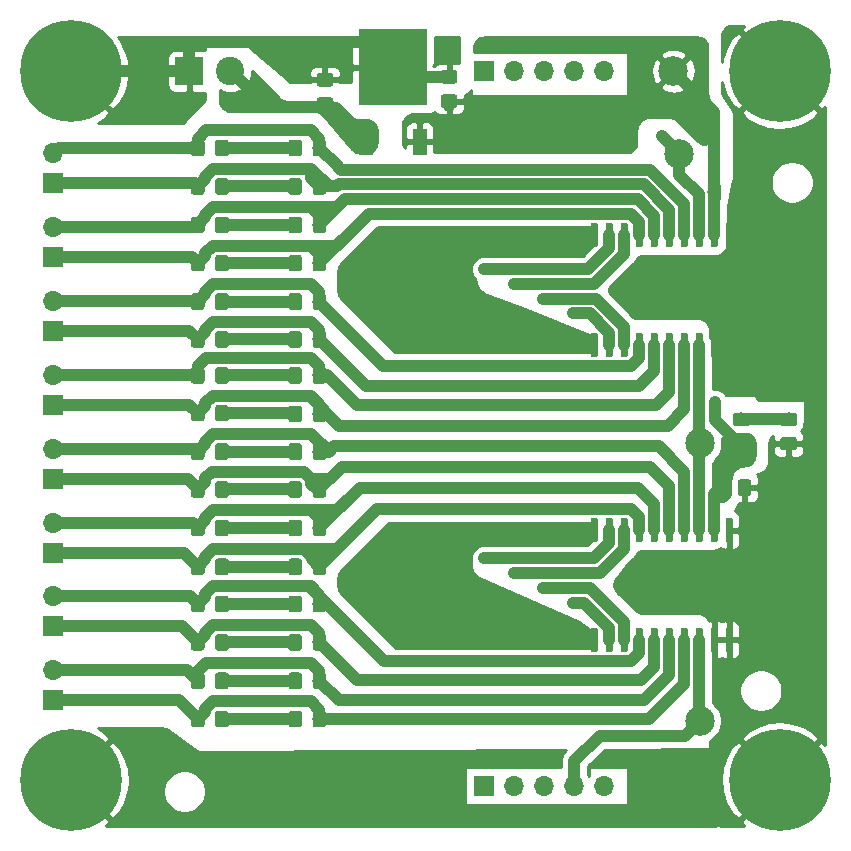
<source format=gbr>
G04 #@! TF.GenerationSoftware,KiCad,Pcbnew,(5.1.4-0-10_14)*
G04 #@! TF.CreationDate,2020-11-17T21:22:23+01:00*
G04 #@! TF.ProjectId,output_driver,6f757470-7574-45f6-9472-697665722e6b,rev?*
G04 #@! TF.SameCoordinates,Original*
G04 #@! TF.FileFunction,Copper,L1,Top*
G04 #@! TF.FilePolarity,Positive*
%FSLAX46Y46*%
G04 Gerber Fmt 4.6, Leading zero omitted, Abs format (unit mm)*
G04 Created by KiCad (PCBNEW (5.1.4-0-10_14)) date 2020-11-17 21:22:23*
%MOMM*%
%LPD*%
G04 APERTURE LIST*
%ADD10O,1.700000X1.700000*%
%ADD11R,1.700000X1.700000*%
%ADD12C,0.900000*%
%ADD13C,8.600000*%
%ADD14C,0.100000*%
%ADD15C,0.600000*%
%ADD16C,1.150000*%
%ADD17R,5.800000X6.400000*%
%ADD18R,1.200000X2.200000*%
%ADD19C,2.500000*%
%ADD20C,2.400000*%
%ADD21R,2.400000X2.400000*%
%ADD22C,0.800000*%
%ADD23C,1.000000*%
%ADD24C,0.254000*%
G04 APERTURE END LIST*
D10*
X105160000Y-115500000D03*
X102620000Y-115500000D03*
X100080000Y-115500000D03*
X97540000Y-115500000D03*
D11*
X95000000Y-115500000D03*
D12*
X122280419Y-52719581D03*
X120000000Y-51775000D03*
X117719581Y-52719581D03*
X116775000Y-55000000D03*
X117719581Y-57280419D03*
X120000000Y-58225000D03*
X122280419Y-57280419D03*
X123225000Y-55000000D03*
D13*
X120000000Y-55000000D03*
D12*
X122280419Y-112719581D03*
X120000000Y-111775000D03*
X117719581Y-112719581D03*
X116775000Y-115000000D03*
X117719581Y-117280419D03*
X120000000Y-118225000D03*
X122280419Y-117280419D03*
X123225000Y-115000000D03*
D13*
X120000000Y-115000000D03*
D12*
X62280419Y-52719581D03*
X60000000Y-51775000D03*
X57719581Y-52719581D03*
X56775000Y-55000000D03*
X57719581Y-57280419D03*
X60000000Y-58225000D03*
X62280419Y-57280419D03*
X63225000Y-55000000D03*
D13*
X60000000Y-55000000D03*
D12*
X62280419Y-112719581D03*
X60000000Y-111775000D03*
X57719581Y-112719581D03*
X56775000Y-115000000D03*
X57719581Y-117280419D03*
X60000000Y-118225000D03*
X62280419Y-117280419D03*
X63225000Y-115000000D03*
D13*
X60000000Y-115000000D03*
D14*
G36*
X115879703Y-77125722D02*
G01*
X115894264Y-77127882D01*
X115908543Y-77131459D01*
X115922403Y-77136418D01*
X115935710Y-77142712D01*
X115948336Y-77150280D01*
X115960159Y-77159048D01*
X115971066Y-77168934D01*
X115980952Y-77179841D01*
X115989720Y-77191664D01*
X115997288Y-77204290D01*
X116003582Y-77217597D01*
X116008541Y-77231457D01*
X116012118Y-77245736D01*
X116014278Y-77260297D01*
X116015000Y-77275000D01*
X116015000Y-79025000D01*
X116014278Y-79039703D01*
X116012118Y-79054264D01*
X116008541Y-79068543D01*
X116003582Y-79082403D01*
X115997288Y-79095710D01*
X115989720Y-79108336D01*
X115980952Y-79120159D01*
X115971066Y-79131066D01*
X115960159Y-79140952D01*
X115948336Y-79149720D01*
X115935710Y-79157288D01*
X115922403Y-79163582D01*
X115908543Y-79168541D01*
X115894264Y-79172118D01*
X115879703Y-79174278D01*
X115865000Y-79175000D01*
X115565000Y-79175000D01*
X115550297Y-79174278D01*
X115535736Y-79172118D01*
X115521457Y-79168541D01*
X115507597Y-79163582D01*
X115494290Y-79157288D01*
X115481664Y-79149720D01*
X115469841Y-79140952D01*
X115458934Y-79131066D01*
X115449048Y-79120159D01*
X115440280Y-79108336D01*
X115432712Y-79095710D01*
X115426418Y-79082403D01*
X115421459Y-79068543D01*
X115417882Y-79054264D01*
X115415722Y-79039703D01*
X115415000Y-79025000D01*
X115415000Y-77275000D01*
X115415722Y-77260297D01*
X115417882Y-77245736D01*
X115421459Y-77231457D01*
X115426418Y-77217597D01*
X115432712Y-77204290D01*
X115440280Y-77191664D01*
X115449048Y-77179841D01*
X115458934Y-77168934D01*
X115469841Y-77159048D01*
X115481664Y-77150280D01*
X115494290Y-77142712D01*
X115507597Y-77136418D01*
X115521457Y-77131459D01*
X115535736Y-77127882D01*
X115550297Y-77125722D01*
X115565000Y-77125000D01*
X115865000Y-77125000D01*
X115879703Y-77125722D01*
X115879703Y-77125722D01*
G37*
D15*
X115715000Y-78150000D03*
D14*
G36*
X114609703Y-77125722D02*
G01*
X114624264Y-77127882D01*
X114638543Y-77131459D01*
X114652403Y-77136418D01*
X114665710Y-77142712D01*
X114678336Y-77150280D01*
X114690159Y-77159048D01*
X114701066Y-77168934D01*
X114710952Y-77179841D01*
X114719720Y-77191664D01*
X114727288Y-77204290D01*
X114733582Y-77217597D01*
X114738541Y-77231457D01*
X114742118Y-77245736D01*
X114744278Y-77260297D01*
X114745000Y-77275000D01*
X114745000Y-79025000D01*
X114744278Y-79039703D01*
X114742118Y-79054264D01*
X114738541Y-79068543D01*
X114733582Y-79082403D01*
X114727288Y-79095710D01*
X114719720Y-79108336D01*
X114710952Y-79120159D01*
X114701066Y-79131066D01*
X114690159Y-79140952D01*
X114678336Y-79149720D01*
X114665710Y-79157288D01*
X114652403Y-79163582D01*
X114638543Y-79168541D01*
X114624264Y-79172118D01*
X114609703Y-79174278D01*
X114595000Y-79175000D01*
X114295000Y-79175000D01*
X114280297Y-79174278D01*
X114265736Y-79172118D01*
X114251457Y-79168541D01*
X114237597Y-79163582D01*
X114224290Y-79157288D01*
X114211664Y-79149720D01*
X114199841Y-79140952D01*
X114188934Y-79131066D01*
X114179048Y-79120159D01*
X114170280Y-79108336D01*
X114162712Y-79095710D01*
X114156418Y-79082403D01*
X114151459Y-79068543D01*
X114147882Y-79054264D01*
X114145722Y-79039703D01*
X114145000Y-79025000D01*
X114145000Y-77275000D01*
X114145722Y-77260297D01*
X114147882Y-77245736D01*
X114151459Y-77231457D01*
X114156418Y-77217597D01*
X114162712Y-77204290D01*
X114170280Y-77191664D01*
X114179048Y-77179841D01*
X114188934Y-77168934D01*
X114199841Y-77159048D01*
X114211664Y-77150280D01*
X114224290Y-77142712D01*
X114237597Y-77136418D01*
X114251457Y-77131459D01*
X114265736Y-77127882D01*
X114280297Y-77125722D01*
X114295000Y-77125000D01*
X114595000Y-77125000D01*
X114609703Y-77125722D01*
X114609703Y-77125722D01*
G37*
D15*
X114445000Y-78150000D03*
D14*
G36*
X113339703Y-77125722D02*
G01*
X113354264Y-77127882D01*
X113368543Y-77131459D01*
X113382403Y-77136418D01*
X113395710Y-77142712D01*
X113408336Y-77150280D01*
X113420159Y-77159048D01*
X113431066Y-77168934D01*
X113440952Y-77179841D01*
X113449720Y-77191664D01*
X113457288Y-77204290D01*
X113463582Y-77217597D01*
X113468541Y-77231457D01*
X113472118Y-77245736D01*
X113474278Y-77260297D01*
X113475000Y-77275000D01*
X113475000Y-79025000D01*
X113474278Y-79039703D01*
X113472118Y-79054264D01*
X113468541Y-79068543D01*
X113463582Y-79082403D01*
X113457288Y-79095710D01*
X113449720Y-79108336D01*
X113440952Y-79120159D01*
X113431066Y-79131066D01*
X113420159Y-79140952D01*
X113408336Y-79149720D01*
X113395710Y-79157288D01*
X113382403Y-79163582D01*
X113368543Y-79168541D01*
X113354264Y-79172118D01*
X113339703Y-79174278D01*
X113325000Y-79175000D01*
X113025000Y-79175000D01*
X113010297Y-79174278D01*
X112995736Y-79172118D01*
X112981457Y-79168541D01*
X112967597Y-79163582D01*
X112954290Y-79157288D01*
X112941664Y-79149720D01*
X112929841Y-79140952D01*
X112918934Y-79131066D01*
X112909048Y-79120159D01*
X112900280Y-79108336D01*
X112892712Y-79095710D01*
X112886418Y-79082403D01*
X112881459Y-79068543D01*
X112877882Y-79054264D01*
X112875722Y-79039703D01*
X112875000Y-79025000D01*
X112875000Y-77275000D01*
X112875722Y-77260297D01*
X112877882Y-77245736D01*
X112881459Y-77231457D01*
X112886418Y-77217597D01*
X112892712Y-77204290D01*
X112900280Y-77191664D01*
X112909048Y-77179841D01*
X112918934Y-77168934D01*
X112929841Y-77159048D01*
X112941664Y-77150280D01*
X112954290Y-77142712D01*
X112967597Y-77136418D01*
X112981457Y-77131459D01*
X112995736Y-77127882D01*
X113010297Y-77125722D01*
X113025000Y-77125000D01*
X113325000Y-77125000D01*
X113339703Y-77125722D01*
X113339703Y-77125722D01*
G37*
D15*
X113175000Y-78150000D03*
D14*
G36*
X112069703Y-77125722D02*
G01*
X112084264Y-77127882D01*
X112098543Y-77131459D01*
X112112403Y-77136418D01*
X112125710Y-77142712D01*
X112138336Y-77150280D01*
X112150159Y-77159048D01*
X112161066Y-77168934D01*
X112170952Y-77179841D01*
X112179720Y-77191664D01*
X112187288Y-77204290D01*
X112193582Y-77217597D01*
X112198541Y-77231457D01*
X112202118Y-77245736D01*
X112204278Y-77260297D01*
X112205000Y-77275000D01*
X112205000Y-79025000D01*
X112204278Y-79039703D01*
X112202118Y-79054264D01*
X112198541Y-79068543D01*
X112193582Y-79082403D01*
X112187288Y-79095710D01*
X112179720Y-79108336D01*
X112170952Y-79120159D01*
X112161066Y-79131066D01*
X112150159Y-79140952D01*
X112138336Y-79149720D01*
X112125710Y-79157288D01*
X112112403Y-79163582D01*
X112098543Y-79168541D01*
X112084264Y-79172118D01*
X112069703Y-79174278D01*
X112055000Y-79175000D01*
X111755000Y-79175000D01*
X111740297Y-79174278D01*
X111725736Y-79172118D01*
X111711457Y-79168541D01*
X111697597Y-79163582D01*
X111684290Y-79157288D01*
X111671664Y-79149720D01*
X111659841Y-79140952D01*
X111648934Y-79131066D01*
X111639048Y-79120159D01*
X111630280Y-79108336D01*
X111622712Y-79095710D01*
X111616418Y-79082403D01*
X111611459Y-79068543D01*
X111607882Y-79054264D01*
X111605722Y-79039703D01*
X111605000Y-79025000D01*
X111605000Y-77275000D01*
X111605722Y-77260297D01*
X111607882Y-77245736D01*
X111611459Y-77231457D01*
X111616418Y-77217597D01*
X111622712Y-77204290D01*
X111630280Y-77191664D01*
X111639048Y-77179841D01*
X111648934Y-77168934D01*
X111659841Y-77159048D01*
X111671664Y-77150280D01*
X111684290Y-77142712D01*
X111697597Y-77136418D01*
X111711457Y-77131459D01*
X111725736Y-77127882D01*
X111740297Y-77125722D01*
X111755000Y-77125000D01*
X112055000Y-77125000D01*
X112069703Y-77125722D01*
X112069703Y-77125722D01*
G37*
D15*
X111905000Y-78150000D03*
D14*
G36*
X110799703Y-77125722D02*
G01*
X110814264Y-77127882D01*
X110828543Y-77131459D01*
X110842403Y-77136418D01*
X110855710Y-77142712D01*
X110868336Y-77150280D01*
X110880159Y-77159048D01*
X110891066Y-77168934D01*
X110900952Y-77179841D01*
X110909720Y-77191664D01*
X110917288Y-77204290D01*
X110923582Y-77217597D01*
X110928541Y-77231457D01*
X110932118Y-77245736D01*
X110934278Y-77260297D01*
X110935000Y-77275000D01*
X110935000Y-79025000D01*
X110934278Y-79039703D01*
X110932118Y-79054264D01*
X110928541Y-79068543D01*
X110923582Y-79082403D01*
X110917288Y-79095710D01*
X110909720Y-79108336D01*
X110900952Y-79120159D01*
X110891066Y-79131066D01*
X110880159Y-79140952D01*
X110868336Y-79149720D01*
X110855710Y-79157288D01*
X110842403Y-79163582D01*
X110828543Y-79168541D01*
X110814264Y-79172118D01*
X110799703Y-79174278D01*
X110785000Y-79175000D01*
X110485000Y-79175000D01*
X110470297Y-79174278D01*
X110455736Y-79172118D01*
X110441457Y-79168541D01*
X110427597Y-79163582D01*
X110414290Y-79157288D01*
X110401664Y-79149720D01*
X110389841Y-79140952D01*
X110378934Y-79131066D01*
X110369048Y-79120159D01*
X110360280Y-79108336D01*
X110352712Y-79095710D01*
X110346418Y-79082403D01*
X110341459Y-79068543D01*
X110337882Y-79054264D01*
X110335722Y-79039703D01*
X110335000Y-79025000D01*
X110335000Y-77275000D01*
X110335722Y-77260297D01*
X110337882Y-77245736D01*
X110341459Y-77231457D01*
X110346418Y-77217597D01*
X110352712Y-77204290D01*
X110360280Y-77191664D01*
X110369048Y-77179841D01*
X110378934Y-77168934D01*
X110389841Y-77159048D01*
X110401664Y-77150280D01*
X110414290Y-77142712D01*
X110427597Y-77136418D01*
X110441457Y-77131459D01*
X110455736Y-77127882D01*
X110470297Y-77125722D01*
X110485000Y-77125000D01*
X110785000Y-77125000D01*
X110799703Y-77125722D01*
X110799703Y-77125722D01*
G37*
D15*
X110635000Y-78150000D03*
D14*
G36*
X109529703Y-77125722D02*
G01*
X109544264Y-77127882D01*
X109558543Y-77131459D01*
X109572403Y-77136418D01*
X109585710Y-77142712D01*
X109598336Y-77150280D01*
X109610159Y-77159048D01*
X109621066Y-77168934D01*
X109630952Y-77179841D01*
X109639720Y-77191664D01*
X109647288Y-77204290D01*
X109653582Y-77217597D01*
X109658541Y-77231457D01*
X109662118Y-77245736D01*
X109664278Y-77260297D01*
X109665000Y-77275000D01*
X109665000Y-79025000D01*
X109664278Y-79039703D01*
X109662118Y-79054264D01*
X109658541Y-79068543D01*
X109653582Y-79082403D01*
X109647288Y-79095710D01*
X109639720Y-79108336D01*
X109630952Y-79120159D01*
X109621066Y-79131066D01*
X109610159Y-79140952D01*
X109598336Y-79149720D01*
X109585710Y-79157288D01*
X109572403Y-79163582D01*
X109558543Y-79168541D01*
X109544264Y-79172118D01*
X109529703Y-79174278D01*
X109515000Y-79175000D01*
X109215000Y-79175000D01*
X109200297Y-79174278D01*
X109185736Y-79172118D01*
X109171457Y-79168541D01*
X109157597Y-79163582D01*
X109144290Y-79157288D01*
X109131664Y-79149720D01*
X109119841Y-79140952D01*
X109108934Y-79131066D01*
X109099048Y-79120159D01*
X109090280Y-79108336D01*
X109082712Y-79095710D01*
X109076418Y-79082403D01*
X109071459Y-79068543D01*
X109067882Y-79054264D01*
X109065722Y-79039703D01*
X109065000Y-79025000D01*
X109065000Y-77275000D01*
X109065722Y-77260297D01*
X109067882Y-77245736D01*
X109071459Y-77231457D01*
X109076418Y-77217597D01*
X109082712Y-77204290D01*
X109090280Y-77191664D01*
X109099048Y-77179841D01*
X109108934Y-77168934D01*
X109119841Y-77159048D01*
X109131664Y-77150280D01*
X109144290Y-77142712D01*
X109157597Y-77136418D01*
X109171457Y-77131459D01*
X109185736Y-77127882D01*
X109200297Y-77125722D01*
X109215000Y-77125000D01*
X109515000Y-77125000D01*
X109529703Y-77125722D01*
X109529703Y-77125722D01*
G37*
D15*
X109365000Y-78150000D03*
D14*
G36*
X108259703Y-77125722D02*
G01*
X108274264Y-77127882D01*
X108288543Y-77131459D01*
X108302403Y-77136418D01*
X108315710Y-77142712D01*
X108328336Y-77150280D01*
X108340159Y-77159048D01*
X108351066Y-77168934D01*
X108360952Y-77179841D01*
X108369720Y-77191664D01*
X108377288Y-77204290D01*
X108383582Y-77217597D01*
X108388541Y-77231457D01*
X108392118Y-77245736D01*
X108394278Y-77260297D01*
X108395000Y-77275000D01*
X108395000Y-79025000D01*
X108394278Y-79039703D01*
X108392118Y-79054264D01*
X108388541Y-79068543D01*
X108383582Y-79082403D01*
X108377288Y-79095710D01*
X108369720Y-79108336D01*
X108360952Y-79120159D01*
X108351066Y-79131066D01*
X108340159Y-79140952D01*
X108328336Y-79149720D01*
X108315710Y-79157288D01*
X108302403Y-79163582D01*
X108288543Y-79168541D01*
X108274264Y-79172118D01*
X108259703Y-79174278D01*
X108245000Y-79175000D01*
X107945000Y-79175000D01*
X107930297Y-79174278D01*
X107915736Y-79172118D01*
X107901457Y-79168541D01*
X107887597Y-79163582D01*
X107874290Y-79157288D01*
X107861664Y-79149720D01*
X107849841Y-79140952D01*
X107838934Y-79131066D01*
X107829048Y-79120159D01*
X107820280Y-79108336D01*
X107812712Y-79095710D01*
X107806418Y-79082403D01*
X107801459Y-79068543D01*
X107797882Y-79054264D01*
X107795722Y-79039703D01*
X107795000Y-79025000D01*
X107795000Y-77275000D01*
X107795722Y-77260297D01*
X107797882Y-77245736D01*
X107801459Y-77231457D01*
X107806418Y-77217597D01*
X107812712Y-77204290D01*
X107820280Y-77191664D01*
X107829048Y-77179841D01*
X107838934Y-77168934D01*
X107849841Y-77159048D01*
X107861664Y-77150280D01*
X107874290Y-77142712D01*
X107887597Y-77136418D01*
X107901457Y-77131459D01*
X107915736Y-77127882D01*
X107930297Y-77125722D01*
X107945000Y-77125000D01*
X108245000Y-77125000D01*
X108259703Y-77125722D01*
X108259703Y-77125722D01*
G37*
D15*
X108095000Y-78150000D03*
D14*
G36*
X106989703Y-77125722D02*
G01*
X107004264Y-77127882D01*
X107018543Y-77131459D01*
X107032403Y-77136418D01*
X107045710Y-77142712D01*
X107058336Y-77150280D01*
X107070159Y-77159048D01*
X107081066Y-77168934D01*
X107090952Y-77179841D01*
X107099720Y-77191664D01*
X107107288Y-77204290D01*
X107113582Y-77217597D01*
X107118541Y-77231457D01*
X107122118Y-77245736D01*
X107124278Y-77260297D01*
X107125000Y-77275000D01*
X107125000Y-79025000D01*
X107124278Y-79039703D01*
X107122118Y-79054264D01*
X107118541Y-79068543D01*
X107113582Y-79082403D01*
X107107288Y-79095710D01*
X107099720Y-79108336D01*
X107090952Y-79120159D01*
X107081066Y-79131066D01*
X107070159Y-79140952D01*
X107058336Y-79149720D01*
X107045710Y-79157288D01*
X107032403Y-79163582D01*
X107018543Y-79168541D01*
X107004264Y-79172118D01*
X106989703Y-79174278D01*
X106975000Y-79175000D01*
X106675000Y-79175000D01*
X106660297Y-79174278D01*
X106645736Y-79172118D01*
X106631457Y-79168541D01*
X106617597Y-79163582D01*
X106604290Y-79157288D01*
X106591664Y-79149720D01*
X106579841Y-79140952D01*
X106568934Y-79131066D01*
X106559048Y-79120159D01*
X106550280Y-79108336D01*
X106542712Y-79095710D01*
X106536418Y-79082403D01*
X106531459Y-79068543D01*
X106527882Y-79054264D01*
X106525722Y-79039703D01*
X106525000Y-79025000D01*
X106525000Y-77275000D01*
X106525722Y-77260297D01*
X106527882Y-77245736D01*
X106531459Y-77231457D01*
X106536418Y-77217597D01*
X106542712Y-77204290D01*
X106550280Y-77191664D01*
X106559048Y-77179841D01*
X106568934Y-77168934D01*
X106579841Y-77159048D01*
X106591664Y-77150280D01*
X106604290Y-77142712D01*
X106617597Y-77136418D01*
X106631457Y-77131459D01*
X106645736Y-77127882D01*
X106660297Y-77125722D01*
X106675000Y-77125000D01*
X106975000Y-77125000D01*
X106989703Y-77125722D01*
X106989703Y-77125722D01*
G37*
D15*
X106825000Y-78150000D03*
D14*
G36*
X105719703Y-77125722D02*
G01*
X105734264Y-77127882D01*
X105748543Y-77131459D01*
X105762403Y-77136418D01*
X105775710Y-77142712D01*
X105788336Y-77150280D01*
X105800159Y-77159048D01*
X105811066Y-77168934D01*
X105820952Y-77179841D01*
X105829720Y-77191664D01*
X105837288Y-77204290D01*
X105843582Y-77217597D01*
X105848541Y-77231457D01*
X105852118Y-77245736D01*
X105854278Y-77260297D01*
X105855000Y-77275000D01*
X105855000Y-79025000D01*
X105854278Y-79039703D01*
X105852118Y-79054264D01*
X105848541Y-79068543D01*
X105843582Y-79082403D01*
X105837288Y-79095710D01*
X105829720Y-79108336D01*
X105820952Y-79120159D01*
X105811066Y-79131066D01*
X105800159Y-79140952D01*
X105788336Y-79149720D01*
X105775710Y-79157288D01*
X105762403Y-79163582D01*
X105748543Y-79168541D01*
X105734264Y-79172118D01*
X105719703Y-79174278D01*
X105705000Y-79175000D01*
X105405000Y-79175000D01*
X105390297Y-79174278D01*
X105375736Y-79172118D01*
X105361457Y-79168541D01*
X105347597Y-79163582D01*
X105334290Y-79157288D01*
X105321664Y-79149720D01*
X105309841Y-79140952D01*
X105298934Y-79131066D01*
X105289048Y-79120159D01*
X105280280Y-79108336D01*
X105272712Y-79095710D01*
X105266418Y-79082403D01*
X105261459Y-79068543D01*
X105257882Y-79054264D01*
X105255722Y-79039703D01*
X105255000Y-79025000D01*
X105255000Y-77275000D01*
X105255722Y-77260297D01*
X105257882Y-77245736D01*
X105261459Y-77231457D01*
X105266418Y-77217597D01*
X105272712Y-77204290D01*
X105280280Y-77191664D01*
X105289048Y-77179841D01*
X105298934Y-77168934D01*
X105309841Y-77159048D01*
X105321664Y-77150280D01*
X105334290Y-77142712D01*
X105347597Y-77136418D01*
X105361457Y-77131459D01*
X105375736Y-77127882D01*
X105390297Y-77125722D01*
X105405000Y-77125000D01*
X105705000Y-77125000D01*
X105719703Y-77125722D01*
X105719703Y-77125722D01*
G37*
D15*
X105555000Y-78150000D03*
D14*
G36*
X104449703Y-77125722D02*
G01*
X104464264Y-77127882D01*
X104478543Y-77131459D01*
X104492403Y-77136418D01*
X104505710Y-77142712D01*
X104518336Y-77150280D01*
X104530159Y-77159048D01*
X104541066Y-77168934D01*
X104550952Y-77179841D01*
X104559720Y-77191664D01*
X104567288Y-77204290D01*
X104573582Y-77217597D01*
X104578541Y-77231457D01*
X104582118Y-77245736D01*
X104584278Y-77260297D01*
X104585000Y-77275000D01*
X104585000Y-79025000D01*
X104584278Y-79039703D01*
X104582118Y-79054264D01*
X104578541Y-79068543D01*
X104573582Y-79082403D01*
X104567288Y-79095710D01*
X104559720Y-79108336D01*
X104550952Y-79120159D01*
X104541066Y-79131066D01*
X104530159Y-79140952D01*
X104518336Y-79149720D01*
X104505710Y-79157288D01*
X104492403Y-79163582D01*
X104478543Y-79168541D01*
X104464264Y-79172118D01*
X104449703Y-79174278D01*
X104435000Y-79175000D01*
X104135000Y-79175000D01*
X104120297Y-79174278D01*
X104105736Y-79172118D01*
X104091457Y-79168541D01*
X104077597Y-79163582D01*
X104064290Y-79157288D01*
X104051664Y-79149720D01*
X104039841Y-79140952D01*
X104028934Y-79131066D01*
X104019048Y-79120159D01*
X104010280Y-79108336D01*
X104002712Y-79095710D01*
X103996418Y-79082403D01*
X103991459Y-79068543D01*
X103987882Y-79054264D01*
X103985722Y-79039703D01*
X103985000Y-79025000D01*
X103985000Y-77275000D01*
X103985722Y-77260297D01*
X103987882Y-77245736D01*
X103991459Y-77231457D01*
X103996418Y-77217597D01*
X104002712Y-77204290D01*
X104010280Y-77191664D01*
X104019048Y-77179841D01*
X104028934Y-77168934D01*
X104039841Y-77159048D01*
X104051664Y-77150280D01*
X104064290Y-77142712D01*
X104077597Y-77136418D01*
X104091457Y-77131459D01*
X104105736Y-77127882D01*
X104120297Y-77125722D01*
X104135000Y-77125000D01*
X104435000Y-77125000D01*
X104449703Y-77125722D01*
X104449703Y-77125722D01*
G37*
D15*
X104285000Y-78150000D03*
D14*
G36*
X104449703Y-67825722D02*
G01*
X104464264Y-67827882D01*
X104478543Y-67831459D01*
X104492403Y-67836418D01*
X104505710Y-67842712D01*
X104518336Y-67850280D01*
X104530159Y-67859048D01*
X104541066Y-67868934D01*
X104550952Y-67879841D01*
X104559720Y-67891664D01*
X104567288Y-67904290D01*
X104573582Y-67917597D01*
X104578541Y-67931457D01*
X104582118Y-67945736D01*
X104584278Y-67960297D01*
X104585000Y-67975000D01*
X104585000Y-69725000D01*
X104584278Y-69739703D01*
X104582118Y-69754264D01*
X104578541Y-69768543D01*
X104573582Y-69782403D01*
X104567288Y-69795710D01*
X104559720Y-69808336D01*
X104550952Y-69820159D01*
X104541066Y-69831066D01*
X104530159Y-69840952D01*
X104518336Y-69849720D01*
X104505710Y-69857288D01*
X104492403Y-69863582D01*
X104478543Y-69868541D01*
X104464264Y-69872118D01*
X104449703Y-69874278D01*
X104435000Y-69875000D01*
X104135000Y-69875000D01*
X104120297Y-69874278D01*
X104105736Y-69872118D01*
X104091457Y-69868541D01*
X104077597Y-69863582D01*
X104064290Y-69857288D01*
X104051664Y-69849720D01*
X104039841Y-69840952D01*
X104028934Y-69831066D01*
X104019048Y-69820159D01*
X104010280Y-69808336D01*
X104002712Y-69795710D01*
X103996418Y-69782403D01*
X103991459Y-69768543D01*
X103987882Y-69754264D01*
X103985722Y-69739703D01*
X103985000Y-69725000D01*
X103985000Y-67975000D01*
X103985722Y-67960297D01*
X103987882Y-67945736D01*
X103991459Y-67931457D01*
X103996418Y-67917597D01*
X104002712Y-67904290D01*
X104010280Y-67891664D01*
X104019048Y-67879841D01*
X104028934Y-67868934D01*
X104039841Y-67859048D01*
X104051664Y-67850280D01*
X104064290Y-67842712D01*
X104077597Y-67836418D01*
X104091457Y-67831459D01*
X104105736Y-67827882D01*
X104120297Y-67825722D01*
X104135000Y-67825000D01*
X104435000Y-67825000D01*
X104449703Y-67825722D01*
X104449703Y-67825722D01*
G37*
D15*
X104285000Y-68850000D03*
D14*
G36*
X105719703Y-67825722D02*
G01*
X105734264Y-67827882D01*
X105748543Y-67831459D01*
X105762403Y-67836418D01*
X105775710Y-67842712D01*
X105788336Y-67850280D01*
X105800159Y-67859048D01*
X105811066Y-67868934D01*
X105820952Y-67879841D01*
X105829720Y-67891664D01*
X105837288Y-67904290D01*
X105843582Y-67917597D01*
X105848541Y-67931457D01*
X105852118Y-67945736D01*
X105854278Y-67960297D01*
X105855000Y-67975000D01*
X105855000Y-69725000D01*
X105854278Y-69739703D01*
X105852118Y-69754264D01*
X105848541Y-69768543D01*
X105843582Y-69782403D01*
X105837288Y-69795710D01*
X105829720Y-69808336D01*
X105820952Y-69820159D01*
X105811066Y-69831066D01*
X105800159Y-69840952D01*
X105788336Y-69849720D01*
X105775710Y-69857288D01*
X105762403Y-69863582D01*
X105748543Y-69868541D01*
X105734264Y-69872118D01*
X105719703Y-69874278D01*
X105705000Y-69875000D01*
X105405000Y-69875000D01*
X105390297Y-69874278D01*
X105375736Y-69872118D01*
X105361457Y-69868541D01*
X105347597Y-69863582D01*
X105334290Y-69857288D01*
X105321664Y-69849720D01*
X105309841Y-69840952D01*
X105298934Y-69831066D01*
X105289048Y-69820159D01*
X105280280Y-69808336D01*
X105272712Y-69795710D01*
X105266418Y-69782403D01*
X105261459Y-69768543D01*
X105257882Y-69754264D01*
X105255722Y-69739703D01*
X105255000Y-69725000D01*
X105255000Y-67975000D01*
X105255722Y-67960297D01*
X105257882Y-67945736D01*
X105261459Y-67931457D01*
X105266418Y-67917597D01*
X105272712Y-67904290D01*
X105280280Y-67891664D01*
X105289048Y-67879841D01*
X105298934Y-67868934D01*
X105309841Y-67859048D01*
X105321664Y-67850280D01*
X105334290Y-67842712D01*
X105347597Y-67836418D01*
X105361457Y-67831459D01*
X105375736Y-67827882D01*
X105390297Y-67825722D01*
X105405000Y-67825000D01*
X105705000Y-67825000D01*
X105719703Y-67825722D01*
X105719703Y-67825722D01*
G37*
D15*
X105555000Y-68850000D03*
D14*
G36*
X106989703Y-67825722D02*
G01*
X107004264Y-67827882D01*
X107018543Y-67831459D01*
X107032403Y-67836418D01*
X107045710Y-67842712D01*
X107058336Y-67850280D01*
X107070159Y-67859048D01*
X107081066Y-67868934D01*
X107090952Y-67879841D01*
X107099720Y-67891664D01*
X107107288Y-67904290D01*
X107113582Y-67917597D01*
X107118541Y-67931457D01*
X107122118Y-67945736D01*
X107124278Y-67960297D01*
X107125000Y-67975000D01*
X107125000Y-69725000D01*
X107124278Y-69739703D01*
X107122118Y-69754264D01*
X107118541Y-69768543D01*
X107113582Y-69782403D01*
X107107288Y-69795710D01*
X107099720Y-69808336D01*
X107090952Y-69820159D01*
X107081066Y-69831066D01*
X107070159Y-69840952D01*
X107058336Y-69849720D01*
X107045710Y-69857288D01*
X107032403Y-69863582D01*
X107018543Y-69868541D01*
X107004264Y-69872118D01*
X106989703Y-69874278D01*
X106975000Y-69875000D01*
X106675000Y-69875000D01*
X106660297Y-69874278D01*
X106645736Y-69872118D01*
X106631457Y-69868541D01*
X106617597Y-69863582D01*
X106604290Y-69857288D01*
X106591664Y-69849720D01*
X106579841Y-69840952D01*
X106568934Y-69831066D01*
X106559048Y-69820159D01*
X106550280Y-69808336D01*
X106542712Y-69795710D01*
X106536418Y-69782403D01*
X106531459Y-69768543D01*
X106527882Y-69754264D01*
X106525722Y-69739703D01*
X106525000Y-69725000D01*
X106525000Y-67975000D01*
X106525722Y-67960297D01*
X106527882Y-67945736D01*
X106531459Y-67931457D01*
X106536418Y-67917597D01*
X106542712Y-67904290D01*
X106550280Y-67891664D01*
X106559048Y-67879841D01*
X106568934Y-67868934D01*
X106579841Y-67859048D01*
X106591664Y-67850280D01*
X106604290Y-67842712D01*
X106617597Y-67836418D01*
X106631457Y-67831459D01*
X106645736Y-67827882D01*
X106660297Y-67825722D01*
X106675000Y-67825000D01*
X106975000Y-67825000D01*
X106989703Y-67825722D01*
X106989703Y-67825722D01*
G37*
D15*
X106825000Y-68850000D03*
D14*
G36*
X108259703Y-67825722D02*
G01*
X108274264Y-67827882D01*
X108288543Y-67831459D01*
X108302403Y-67836418D01*
X108315710Y-67842712D01*
X108328336Y-67850280D01*
X108340159Y-67859048D01*
X108351066Y-67868934D01*
X108360952Y-67879841D01*
X108369720Y-67891664D01*
X108377288Y-67904290D01*
X108383582Y-67917597D01*
X108388541Y-67931457D01*
X108392118Y-67945736D01*
X108394278Y-67960297D01*
X108395000Y-67975000D01*
X108395000Y-69725000D01*
X108394278Y-69739703D01*
X108392118Y-69754264D01*
X108388541Y-69768543D01*
X108383582Y-69782403D01*
X108377288Y-69795710D01*
X108369720Y-69808336D01*
X108360952Y-69820159D01*
X108351066Y-69831066D01*
X108340159Y-69840952D01*
X108328336Y-69849720D01*
X108315710Y-69857288D01*
X108302403Y-69863582D01*
X108288543Y-69868541D01*
X108274264Y-69872118D01*
X108259703Y-69874278D01*
X108245000Y-69875000D01*
X107945000Y-69875000D01*
X107930297Y-69874278D01*
X107915736Y-69872118D01*
X107901457Y-69868541D01*
X107887597Y-69863582D01*
X107874290Y-69857288D01*
X107861664Y-69849720D01*
X107849841Y-69840952D01*
X107838934Y-69831066D01*
X107829048Y-69820159D01*
X107820280Y-69808336D01*
X107812712Y-69795710D01*
X107806418Y-69782403D01*
X107801459Y-69768543D01*
X107797882Y-69754264D01*
X107795722Y-69739703D01*
X107795000Y-69725000D01*
X107795000Y-67975000D01*
X107795722Y-67960297D01*
X107797882Y-67945736D01*
X107801459Y-67931457D01*
X107806418Y-67917597D01*
X107812712Y-67904290D01*
X107820280Y-67891664D01*
X107829048Y-67879841D01*
X107838934Y-67868934D01*
X107849841Y-67859048D01*
X107861664Y-67850280D01*
X107874290Y-67842712D01*
X107887597Y-67836418D01*
X107901457Y-67831459D01*
X107915736Y-67827882D01*
X107930297Y-67825722D01*
X107945000Y-67825000D01*
X108245000Y-67825000D01*
X108259703Y-67825722D01*
X108259703Y-67825722D01*
G37*
D15*
X108095000Y-68850000D03*
D14*
G36*
X109529703Y-67825722D02*
G01*
X109544264Y-67827882D01*
X109558543Y-67831459D01*
X109572403Y-67836418D01*
X109585710Y-67842712D01*
X109598336Y-67850280D01*
X109610159Y-67859048D01*
X109621066Y-67868934D01*
X109630952Y-67879841D01*
X109639720Y-67891664D01*
X109647288Y-67904290D01*
X109653582Y-67917597D01*
X109658541Y-67931457D01*
X109662118Y-67945736D01*
X109664278Y-67960297D01*
X109665000Y-67975000D01*
X109665000Y-69725000D01*
X109664278Y-69739703D01*
X109662118Y-69754264D01*
X109658541Y-69768543D01*
X109653582Y-69782403D01*
X109647288Y-69795710D01*
X109639720Y-69808336D01*
X109630952Y-69820159D01*
X109621066Y-69831066D01*
X109610159Y-69840952D01*
X109598336Y-69849720D01*
X109585710Y-69857288D01*
X109572403Y-69863582D01*
X109558543Y-69868541D01*
X109544264Y-69872118D01*
X109529703Y-69874278D01*
X109515000Y-69875000D01*
X109215000Y-69875000D01*
X109200297Y-69874278D01*
X109185736Y-69872118D01*
X109171457Y-69868541D01*
X109157597Y-69863582D01*
X109144290Y-69857288D01*
X109131664Y-69849720D01*
X109119841Y-69840952D01*
X109108934Y-69831066D01*
X109099048Y-69820159D01*
X109090280Y-69808336D01*
X109082712Y-69795710D01*
X109076418Y-69782403D01*
X109071459Y-69768543D01*
X109067882Y-69754264D01*
X109065722Y-69739703D01*
X109065000Y-69725000D01*
X109065000Y-67975000D01*
X109065722Y-67960297D01*
X109067882Y-67945736D01*
X109071459Y-67931457D01*
X109076418Y-67917597D01*
X109082712Y-67904290D01*
X109090280Y-67891664D01*
X109099048Y-67879841D01*
X109108934Y-67868934D01*
X109119841Y-67859048D01*
X109131664Y-67850280D01*
X109144290Y-67842712D01*
X109157597Y-67836418D01*
X109171457Y-67831459D01*
X109185736Y-67827882D01*
X109200297Y-67825722D01*
X109215000Y-67825000D01*
X109515000Y-67825000D01*
X109529703Y-67825722D01*
X109529703Y-67825722D01*
G37*
D15*
X109365000Y-68850000D03*
D14*
G36*
X110799703Y-67825722D02*
G01*
X110814264Y-67827882D01*
X110828543Y-67831459D01*
X110842403Y-67836418D01*
X110855710Y-67842712D01*
X110868336Y-67850280D01*
X110880159Y-67859048D01*
X110891066Y-67868934D01*
X110900952Y-67879841D01*
X110909720Y-67891664D01*
X110917288Y-67904290D01*
X110923582Y-67917597D01*
X110928541Y-67931457D01*
X110932118Y-67945736D01*
X110934278Y-67960297D01*
X110935000Y-67975000D01*
X110935000Y-69725000D01*
X110934278Y-69739703D01*
X110932118Y-69754264D01*
X110928541Y-69768543D01*
X110923582Y-69782403D01*
X110917288Y-69795710D01*
X110909720Y-69808336D01*
X110900952Y-69820159D01*
X110891066Y-69831066D01*
X110880159Y-69840952D01*
X110868336Y-69849720D01*
X110855710Y-69857288D01*
X110842403Y-69863582D01*
X110828543Y-69868541D01*
X110814264Y-69872118D01*
X110799703Y-69874278D01*
X110785000Y-69875000D01*
X110485000Y-69875000D01*
X110470297Y-69874278D01*
X110455736Y-69872118D01*
X110441457Y-69868541D01*
X110427597Y-69863582D01*
X110414290Y-69857288D01*
X110401664Y-69849720D01*
X110389841Y-69840952D01*
X110378934Y-69831066D01*
X110369048Y-69820159D01*
X110360280Y-69808336D01*
X110352712Y-69795710D01*
X110346418Y-69782403D01*
X110341459Y-69768543D01*
X110337882Y-69754264D01*
X110335722Y-69739703D01*
X110335000Y-69725000D01*
X110335000Y-67975000D01*
X110335722Y-67960297D01*
X110337882Y-67945736D01*
X110341459Y-67931457D01*
X110346418Y-67917597D01*
X110352712Y-67904290D01*
X110360280Y-67891664D01*
X110369048Y-67879841D01*
X110378934Y-67868934D01*
X110389841Y-67859048D01*
X110401664Y-67850280D01*
X110414290Y-67842712D01*
X110427597Y-67836418D01*
X110441457Y-67831459D01*
X110455736Y-67827882D01*
X110470297Y-67825722D01*
X110485000Y-67825000D01*
X110785000Y-67825000D01*
X110799703Y-67825722D01*
X110799703Y-67825722D01*
G37*
D15*
X110635000Y-68850000D03*
D14*
G36*
X112069703Y-67825722D02*
G01*
X112084264Y-67827882D01*
X112098543Y-67831459D01*
X112112403Y-67836418D01*
X112125710Y-67842712D01*
X112138336Y-67850280D01*
X112150159Y-67859048D01*
X112161066Y-67868934D01*
X112170952Y-67879841D01*
X112179720Y-67891664D01*
X112187288Y-67904290D01*
X112193582Y-67917597D01*
X112198541Y-67931457D01*
X112202118Y-67945736D01*
X112204278Y-67960297D01*
X112205000Y-67975000D01*
X112205000Y-69725000D01*
X112204278Y-69739703D01*
X112202118Y-69754264D01*
X112198541Y-69768543D01*
X112193582Y-69782403D01*
X112187288Y-69795710D01*
X112179720Y-69808336D01*
X112170952Y-69820159D01*
X112161066Y-69831066D01*
X112150159Y-69840952D01*
X112138336Y-69849720D01*
X112125710Y-69857288D01*
X112112403Y-69863582D01*
X112098543Y-69868541D01*
X112084264Y-69872118D01*
X112069703Y-69874278D01*
X112055000Y-69875000D01*
X111755000Y-69875000D01*
X111740297Y-69874278D01*
X111725736Y-69872118D01*
X111711457Y-69868541D01*
X111697597Y-69863582D01*
X111684290Y-69857288D01*
X111671664Y-69849720D01*
X111659841Y-69840952D01*
X111648934Y-69831066D01*
X111639048Y-69820159D01*
X111630280Y-69808336D01*
X111622712Y-69795710D01*
X111616418Y-69782403D01*
X111611459Y-69768543D01*
X111607882Y-69754264D01*
X111605722Y-69739703D01*
X111605000Y-69725000D01*
X111605000Y-67975000D01*
X111605722Y-67960297D01*
X111607882Y-67945736D01*
X111611459Y-67931457D01*
X111616418Y-67917597D01*
X111622712Y-67904290D01*
X111630280Y-67891664D01*
X111639048Y-67879841D01*
X111648934Y-67868934D01*
X111659841Y-67859048D01*
X111671664Y-67850280D01*
X111684290Y-67842712D01*
X111697597Y-67836418D01*
X111711457Y-67831459D01*
X111725736Y-67827882D01*
X111740297Y-67825722D01*
X111755000Y-67825000D01*
X112055000Y-67825000D01*
X112069703Y-67825722D01*
X112069703Y-67825722D01*
G37*
D15*
X111905000Y-68850000D03*
D14*
G36*
X113339703Y-67825722D02*
G01*
X113354264Y-67827882D01*
X113368543Y-67831459D01*
X113382403Y-67836418D01*
X113395710Y-67842712D01*
X113408336Y-67850280D01*
X113420159Y-67859048D01*
X113431066Y-67868934D01*
X113440952Y-67879841D01*
X113449720Y-67891664D01*
X113457288Y-67904290D01*
X113463582Y-67917597D01*
X113468541Y-67931457D01*
X113472118Y-67945736D01*
X113474278Y-67960297D01*
X113475000Y-67975000D01*
X113475000Y-69725000D01*
X113474278Y-69739703D01*
X113472118Y-69754264D01*
X113468541Y-69768543D01*
X113463582Y-69782403D01*
X113457288Y-69795710D01*
X113449720Y-69808336D01*
X113440952Y-69820159D01*
X113431066Y-69831066D01*
X113420159Y-69840952D01*
X113408336Y-69849720D01*
X113395710Y-69857288D01*
X113382403Y-69863582D01*
X113368543Y-69868541D01*
X113354264Y-69872118D01*
X113339703Y-69874278D01*
X113325000Y-69875000D01*
X113025000Y-69875000D01*
X113010297Y-69874278D01*
X112995736Y-69872118D01*
X112981457Y-69868541D01*
X112967597Y-69863582D01*
X112954290Y-69857288D01*
X112941664Y-69849720D01*
X112929841Y-69840952D01*
X112918934Y-69831066D01*
X112909048Y-69820159D01*
X112900280Y-69808336D01*
X112892712Y-69795710D01*
X112886418Y-69782403D01*
X112881459Y-69768543D01*
X112877882Y-69754264D01*
X112875722Y-69739703D01*
X112875000Y-69725000D01*
X112875000Y-67975000D01*
X112875722Y-67960297D01*
X112877882Y-67945736D01*
X112881459Y-67931457D01*
X112886418Y-67917597D01*
X112892712Y-67904290D01*
X112900280Y-67891664D01*
X112909048Y-67879841D01*
X112918934Y-67868934D01*
X112929841Y-67859048D01*
X112941664Y-67850280D01*
X112954290Y-67842712D01*
X112967597Y-67836418D01*
X112981457Y-67831459D01*
X112995736Y-67827882D01*
X113010297Y-67825722D01*
X113025000Y-67825000D01*
X113325000Y-67825000D01*
X113339703Y-67825722D01*
X113339703Y-67825722D01*
G37*
D15*
X113175000Y-68850000D03*
D14*
G36*
X114609703Y-67825722D02*
G01*
X114624264Y-67827882D01*
X114638543Y-67831459D01*
X114652403Y-67836418D01*
X114665710Y-67842712D01*
X114678336Y-67850280D01*
X114690159Y-67859048D01*
X114701066Y-67868934D01*
X114710952Y-67879841D01*
X114719720Y-67891664D01*
X114727288Y-67904290D01*
X114733582Y-67917597D01*
X114738541Y-67931457D01*
X114742118Y-67945736D01*
X114744278Y-67960297D01*
X114745000Y-67975000D01*
X114745000Y-69725000D01*
X114744278Y-69739703D01*
X114742118Y-69754264D01*
X114738541Y-69768543D01*
X114733582Y-69782403D01*
X114727288Y-69795710D01*
X114719720Y-69808336D01*
X114710952Y-69820159D01*
X114701066Y-69831066D01*
X114690159Y-69840952D01*
X114678336Y-69849720D01*
X114665710Y-69857288D01*
X114652403Y-69863582D01*
X114638543Y-69868541D01*
X114624264Y-69872118D01*
X114609703Y-69874278D01*
X114595000Y-69875000D01*
X114295000Y-69875000D01*
X114280297Y-69874278D01*
X114265736Y-69872118D01*
X114251457Y-69868541D01*
X114237597Y-69863582D01*
X114224290Y-69857288D01*
X114211664Y-69849720D01*
X114199841Y-69840952D01*
X114188934Y-69831066D01*
X114179048Y-69820159D01*
X114170280Y-69808336D01*
X114162712Y-69795710D01*
X114156418Y-69782403D01*
X114151459Y-69768543D01*
X114147882Y-69754264D01*
X114145722Y-69739703D01*
X114145000Y-69725000D01*
X114145000Y-67975000D01*
X114145722Y-67960297D01*
X114147882Y-67945736D01*
X114151459Y-67931457D01*
X114156418Y-67917597D01*
X114162712Y-67904290D01*
X114170280Y-67891664D01*
X114179048Y-67879841D01*
X114188934Y-67868934D01*
X114199841Y-67859048D01*
X114211664Y-67850280D01*
X114224290Y-67842712D01*
X114237597Y-67836418D01*
X114251457Y-67831459D01*
X114265736Y-67827882D01*
X114280297Y-67825722D01*
X114295000Y-67825000D01*
X114595000Y-67825000D01*
X114609703Y-67825722D01*
X114609703Y-67825722D01*
G37*
D15*
X114445000Y-68850000D03*
D14*
G36*
X115879703Y-67825722D02*
G01*
X115894264Y-67827882D01*
X115908543Y-67831459D01*
X115922403Y-67836418D01*
X115935710Y-67842712D01*
X115948336Y-67850280D01*
X115960159Y-67859048D01*
X115971066Y-67868934D01*
X115980952Y-67879841D01*
X115989720Y-67891664D01*
X115997288Y-67904290D01*
X116003582Y-67917597D01*
X116008541Y-67931457D01*
X116012118Y-67945736D01*
X116014278Y-67960297D01*
X116015000Y-67975000D01*
X116015000Y-69725000D01*
X116014278Y-69739703D01*
X116012118Y-69754264D01*
X116008541Y-69768543D01*
X116003582Y-69782403D01*
X115997288Y-69795710D01*
X115989720Y-69808336D01*
X115980952Y-69820159D01*
X115971066Y-69831066D01*
X115960159Y-69840952D01*
X115948336Y-69849720D01*
X115935710Y-69857288D01*
X115922403Y-69863582D01*
X115908543Y-69868541D01*
X115894264Y-69872118D01*
X115879703Y-69874278D01*
X115865000Y-69875000D01*
X115565000Y-69875000D01*
X115550297Y-69874278D01*
X115535736Y-69872118D01*
X115521457Y-69868541D01*
X115507597Y-69863582D01*
X115494290Y-69857288D01*
X115481664Y-69849720D01*
X115469841Y-69840952D01*
X115458934Y-69831066D01*
X115449048Y-69820159D01*
X115440280Y-69808336D01*
X115432712Y-69795710D01*
X115426418Y-69782403D01*
X115421459Y-69768543D01*
X115417882Y-69754264D01*
X115415722Y-69739703D01*
X115415000Y-69725000D01*
X115415000Y-67975000D01*
X115415722Y-67960297D01*
X115417882Y-67945736D01*
X115421459Y-67931457D01*
X115426418Y-67917597D01*
X115432712Y-67904290D01*
X115440280Y-67891664D01*
X115449048Y-67879841D01*
X115458934Y-67868934D01*
X115469841Y-67859048D01*
X115481664Y-67850280D01*
X115494290Y-67842712D01*
X115507597Y-67836418D01*
X115521457Y-67831459D01*
X115535736Y-67827882D01*
X115550297Y-67825722D01*
X115565000Y-67825000D01*
X115865000Y-67825000D01*
X115879703Y-67825722D01*
X115879703Y-67825722D01*
G37*
D15*
X115715000Y-68850000D03*
D14*
G36*
X81374505Y-60801204D02*
G01*
X81398773Y-60804804D01*
X81422572Y-60810765D01*
X81445671Y-60819030D01*
X81467850Y-60829520D01*
X81488893Y-60842132D01*
X81508599Y-60856747D01*
X81526777Y-60873223D01*
X81543253Y-60891401D01*
X81557868Y-60911107D01*
X81570480Y-60932150D01*
X81580970Y-60954329D01*
X81589235Y-60977428D01*
X81595196Y-61001227D01*
X81598796Y-61025495D01*
X81600000Y-61049999D01*
X81600000Y-61950001D01*
X81598796Y-61974505D01*
X81595196Y-61998773D01*
X81589235Y-62022572D01*
X81580970Y-62045671D01*
X81570480Y-62067850D01*
X81557868Y-62088893D01*
X81543253Y-62108599D01*
X81526777Y-62126777D01*
X81508599Y-62143253D01*
X81488893Y-62157868D01*
X81467850Y-62170480D01*
X81445671Y-62180970D01*
X81422572Y-62189235D01*
X81398773Y-62195196D01*
X81374505Y-62198796D01*
X81350001Y-62200000D01*
X80699999Y-62200000D01*
X80675495Y-62198796D01*
X80651227Y-62195196D01*
X80627428Y-62189235D01*
X80604329Y-62180970D01*
X80582150Y-62170480D01*
X80561107Y-62157868D01*
X80541401Y-62143253D01*
X80523223Y-62126777D01*
X80506747Y-62108599D01*
X80492132Y-62088893D01*
X80479520Y-62067850D01*
X80469030Y-62045671D01*
X80460765Y-62022572D01*
X80454804Y-61998773D01*
X80451204Y-61974505D01*
X80450000Y-61950001D01*
X80450000Y-61049999D01*
X80451204Y-61025495D01*
X80454804Y-61001227D01*
X80460765Y-60977428D01*
X80469030Y-60954329D01*
X80479520Y-60932150D01*
X80492132Y-60911107D01*
X80506747Y-60891401D01*
X80523223Y-60873223D01*
X80541401Y-60856747D01*
X80561107Y-60842132D01*
X80582150Y-60829520D01*
X80604329Y-60819030D01*
X80627428Y-60810765D01*
X80651227Y-60804804D01*
X80675495Y-60801204D01*
X80699999Y-60800000D01*
X81350001Y-60800000D01*
X81374505Y-60801204D01*
X81374505Y-60801204D01*
G37*
D16*
X81025000Y-61500000D03*
D14*
G36*
X79324505Y-60801204D02*
G01*
X79348773Y-60804804D01*
X79372572Y-60810765D01*
X79395671Y-60819030D01*
X79417850Y-60829520D01*
X79438893Y-60842132D01*
X79458599Y-60856747D01*
X79476777Y-60873223D01*
X79493253Y-60891401D01*
X79507868Y-60911107D01*
X79520480Y-60932150D01*
X79530970Y-60954329D01*
X79539235Y-60977428D01*
X79545196Y-61001227D01*
X79548796Y-61025495D01*
X79550000Y-61049999D01*
X79550000Y-61950001D01*
X79548796Y-61974505D01*
X79545196Y-61998773D01*
X79539235Y-62022572D01*
X79530970Y-62045671D01*
X79520480Y-62067850D01*
X79507868Y-62088893D01*
X79493253Y-62108599D01*
X79476777Y-62126777D01*
X79458599Y-62143253D01*
X79438893Y-62157868D01*
X79417850Y-62170480D01*
X79395671Y-62180970D01*
X79372572Y-62189235D01*
X79348773Y-62195196D01*
X79324505Y-62198796D01*
X79300001Y-62200000D01*
X78649999Y-62200000D01*
X78625495Y-62198796D01*
X78601227Y-62195196D01*
X78577428Y-62189235D01*
X78554329Y-62180970D01*
X78532150Y-62170480D01*
X78511107Y-62157868D01*
X78491401Y-62143253D01*
X78473223Y-62126777D01*
X78456747Y-62108599D01*
X78442132Y-62088893D01*
X78429520Y-62067850D01*
X78419030Y-62045671D01*
X78410765Y-62022572D01*
X78404804Y-61998773D01*
X78401204Y-61974505D01*
X78400000Y-61950001D01*
X78400000Y-61049999D01*
X78401204Y-61025495D01*
X78404804Y-61001227D01*
X78410765Y-60977428D01*
X78419030Y-60954329D01*
X78429520Y-60932150D01*
X78442132Y-60911107D01*
X78456747Y-60891401D01*
X78473223Y-60873223D01*
X78491401Y-60856747D01*
X78511107Y-60842132D01*
X78532150Y-60829520D01*
X78554329Y-60819030D01*
X78577428Y-60810765D01*
X78601227Y-60804804D01*
X78625495Y-60801204D01*
X78649999Y-60800000D01*
X79300001Y-60800000D01*
X79324505Y-60801204D01*
X79324505Y-60801204D01*
G37*
D16*
X78975000Y-61500000D03*
D14*
G36*
X81374505Y-70551204D02*
G01*
X81398773Y-70554804D01*
X81422572Y-70560765D01*
X81445671Y-70569030D01*
X81467850Y-70579520D01*
X81488893Y-70592132D01*
X81508599Y-70606747D01*
X81526777Y-70623223D01*
X81543253Y-70641401D01*
X81557868Y-70661107D01*
X81570480Y-70682150D01*
X81580970Y-70704329D01*
X81589235Y-70727428D01*
X81595196Y-70751227D01*
X81598796Y-70775495D01*
X81600000Y-70799999D01*
X81600000Y-71700001D01*
X81598796Y-71724505D01*
X81595196Y-71748773D01*
X81589235Y-71772572D01*
X81580970Y-71795671D01*
X81570480Y-71817850D01*
X81557868Y-71838893D01*
X81543253Y-71858599D01*
X81526777Y-71876777D01*
X81508599Y-71893253D01*
X81488893Y-71907868D01*
X81467850Y-71920480D01*
X81445671Y-71930970D01*
X81422572Y-71939235D01*
X81398773Y-71945196D01*
X81374505Y-71948796D01*
X81350001Y-71950000D01*
X80699999Y-71950000D01*
X80675495Y-71948796D01*
X80651227Y-71945196D01*
X80627428Y-71939235D01*
X80604329Y-71930970D01*
X80582150Y-71920480D01*
X80561107Y-71907868D01*
X80541401Y-71893253D01*
X80523223Y-71876777D01*
X80506747Y-71858599D01*
X80492132Y-71838893D01*
X80479520Y-71817850D01*
X80469030Y-71795671D01*
X80460765Y-71772572D01*
X80454804Y-71748773D01*
X80451204Y-71724505D01*
X80450000Y-71700001D01*
X80450000Y-70799999D01*
X80451204Y-70775495D01*
X80454804Y-70751227D01*
X80460765Y-70727428D01*
X80469030Y-70704329D01*
X80479520Y-70682150D01*
X80492132Y-70661107D01*
X80506747Y-70641401D01*
X80523223Y-70623223D01*
X80541401Y-70606747D01*
X80561107Y-70592132D01*
X80582150Y-70579520D01*
X80604329Y-70569030D01*
X80627428Y-70560765D01*
X80651227Y-70554804D01*
X80675495Y-70551204D01*
X80699999Y-70550000D01*
X81350001Y-70550000D01*
X81374505Y-70551204D01*
X81374505Y-70551204D01*
G37*
D16*
X81025000Y-71250000D03*
D14*
G36*
X79324505Y-70551204D02*
G01*
X79348773Y-70554804D01*
X79372572Y-70560765D01*
X79395671Y-70569030D01*
X79417850Y-70579520D01*
X79438893Y-70592132D01*
X79458599Y-70606747D01*
X79476777Y-70623223D01*
X79493253Y-70641401D01*
X79507868Y-70661107D01*
X79520480Y-70682150D01*
X79530970Y-70704329D01*
X79539235Y-70727428D01*
X79545196Y-70751227D01*
X79548796Y-70775495D01*
X79550000Y-70799999D01*
X79550000Y-71700001D01*
X79548796Y-71724505D01*
X79545196Y-71748773D01*
X79539235Y-71772572D01*
X79530970Y-71795671D01*
X79520480Y-71817850D01*
X79507868Y-71838893D01*
X79493253Y-71858599D01*
X79476777Y-71876777D01*
X79458599Y-71893253D01*
X79438893Y-71907868D01*
X79417850Y-71920480D01*
X79395671Y-71930970D01*
X79372572Y-71939235D01*
X79348773Y-71945196D01*
X79324505Y-71948796D01*
X79300001Y-71950000D01*
X78649999Y-71950000D01*
X78625495Y-71948796D01*
X78601227Y-71945196D01*
X78577428Y-71939235D01*
X78554329Y-71930970D01*
X78532150Y-71920480D01*
X78511107Y-71907868D01*
X78491401Y-71893253D01*
X78473223Y-71876777D01*
X78456747Y-71858599D01*
X78442132Y-71838893D01*
X78429520Y-71817850D01*
X78419030Y-71795671D01*
X78410765Y-71772572D01*
X78404804Y-71748773D01*
X78401204Y-71724505D01*
X78400000Y-71700001D01*
X78400000Y-70799999D01*
X78401204Y-70775495D01*
X78404804Y-70751227D01*
X78410765Y-70727428D01*
X78419030Y-70704329D01*
X78429520Y-70682150D01*
X78442132Y-70661107D01*
X78456747Y-70641401D01*
X78473223Y-70623223D01*
X78491401Y-70606747D01*
X78511107Y-70592132D01*
X78532150Y-70579520D01*
X78554329Y-70569030D01*
X78577428Y-70560765D01*
X78601227Y-70554804D01*
X78625495Y-70551204D01*
X78649999Y-70550000D01*
X79300001Y-70550000D01*
X79324505Y-70551204D01*
X79324505Y-70551204D01*
G37*
D16*
X78975000Y-71250000D03*
D14*
G36*
X79324505Y-73801204D02*
G01*
X79348773Y-73804804D01*
X79372572Y-73810765D01*
X79395671Y-73819030D01*
X79417850Y-73829520D01*
X79438893Y-73842132D01*
X79458599Y-73856747D01*
X79476777Y-73873223D01*
X79493253Y-73891401D01*
X79507868Y-73911107D01*
X79520480Y-73932150D01*
X79530970Y-73954329D01*
X79539235Y-73977428D01*
X79545196Y-74001227D01*
X79548796Y-74025495D01*
X79550000Y-74049999D01*
X79550000Y-74950001D01*
X79548796Y-74974505D01*
X79545196Y-74998773D01*
X79539235Y-75022572D01*
X79530970Y-75045671D01*
X79520480Y-75067850D01*
X79507868Y-75088893D01*
X79493253Y-75108599D01*
X79476777Y-75126777D01*
X79458599Y-75143253D01*
X79438893Y-75157868D01*
X79417850Y-75170480D01*
X79395671Y-75180970D01*
X79372572Y-75189235D01*
X79348773Y-75195196D01*
X79324505Y-75198796D01*
X79300001Y-75200000D01*
X78649999Y-75200000D01*
X78625495Y-75198796D01*
X78601227Y-75195196D01*
X78577428Y-75189235D01*
X78554329Y-75180970D01*
X78532150Y-75170480D01*
X78511107Y-75157868D01*
X78491401Y-75143253D01*
X78473223Y-75126777D01*
X78456747Y-75108599D01*
X78442132Y-75088893D01*
X78429520Y-75067850D01*
X78419030Y-75045671D01*
X78410765Y-75022572D01*
X78404804Y-74998773D01*
X78401204Y-74974505D01*
X78400000Y-74950001D01*
X78400000Y-74049999D01*
X78401204Y-74025495D01*
X78404804Y-74001227D01*
X78410765Y-73977428D01*
X78419030Y-73954329D01*
X78429520Y-73932150D01*
X78442132Y-73911107D01*
X78456747Y-73891401D01*
X78473223Y-73873223D01*
X78491401Y-73856747D01*
X78511107Y-73842132D01*
X78532150Y-73829520D01*
X78554329Y-73819030D01*
X78577428Y-73810765D01*
X78601227Y-73804804D01*
X78625495Y-73801204D01*
X78649999Y-73800000D01*
X79300001Y-73800000D01*
X79324505Y-73801204D01*
X79324505Y-73801204D01*
G37*
D16*
X78975000Y-74500000D03*
D14*
G36*
X81374505Y-73801204D02*
G01*
X81398773Y-73804804D01*
X81422572Y-73810765D01*
X81445671Y-73819030D01*
X81467850Y-73829520D01*
X81488893Y-73842132D01*
X81508599Y-73856747D01*
X81526777Y-73873223D01*
X81543253Y-73891401D01*
X81557868Y-73911107D01*
X81570480Y-73932150D01*
X81580970Y-73954329D01*
X81589235Y-73977428D01*
X81595196Y-74001227D01*
X81598796Y-74025495D01*
X81600000Y-74049999D01*
X81600000Y-74950001D01*
X81598796Y-74974505D01*
X81595196Y-74998773D01*
X81589235Y-75022572D01*
X81580970Y-75045671D01*
X81570480Y-75067850D01*
X81557868Y-75088893D01*
X81543253Y-75108599D01*
X81526777Y-75126777D01*
X81508599Y-75143253D01*
X81488893Y-75157868D01*
X81467850Y-75170480D01*
X81445671Y-75180970D01*
X81422572Y-75189235D01*
X81398773Y-75195196D01*
X81374505Y-75198796D01*
X81350001Y-75200000D01*
X80699999Y-75200000D01*
X80675495Y-75198796D01*
X80651227Y-75195196D01*
X80627428Y-75189235D01*
X80604329Y-75180970D01*
X80582150Y-75170480D01*
X80561107Y-75157868D01*
X80541401Y-75143253D01*
X80523223Y-75126777D01*
X80506747Y-75108599D01*
X80492132Y-75088893D01*
X80479520Y-75067850D01*
X80469030Y-75045671D01*
X80460765Y-75022572D01*
X80454804Y-74998773D01*
X80451204Y-74974505D01*
X80450000Y-74950001D01*
X80450000Y-74049999D01*
X80451204Y-74025495D01*
X80454804Y-74001227D01*
X80460765Y-73977428D01*
X80469030Y-73954329D01*
X80479520Y-73932150D01*
X80492132Y-73911107D01*
X80506747Y-73891401D01*
X80523223Y-73873223D01*
X80541401Y-73856747D01*
X80561107Y-73842132D01*
X80582150Y-73829520D01*
X80604329Y-73819030D01*
X80627428Y-73810765D01*
X80651227Y-73804804D01*
X80675495Y-73801204D01*
X80699999Y-73800000D01*
X81350001Y-73800000D01*
X81374505Y-73801204D01*
X81374505Y-73801204D01*
G37*
D16*
X81025000Y-74500000D03*
D14*
G36*
X71074505Y-73801204D02*
G01*
X71098773Y-73804804D01*
X71122572Y-73810765D01*
X71145671Y-73819030D01*
X71167850Y-73829520D01*
X71188893Y-73842132D01*
X71208599Y-73856747D01*
X71226777Y-73873223D01*
X71243253Y-73891401D01*
X71257868Y-73911107D01*
X71270480Y-73932150D01*
X71280970Y-73954329D01*
X71289235Y-73977428D01*
X71295196Y-74001227D01*
X71298796Y-74025495D01*
X71300000Y-74049999D01*
X71300000Y-74950001D01*
X71298796Y-74974505D01*
X71295196Y-74998773D01*
X71289235Y-75022572D01*
X71280970Y-75045671D01*
X71270480Y-75067850D01*
X71257868Y-75088893D01*
X71243253Y-75108599D01*
X71226777Y-75126777D01*
X71208599Y-75143253D01*
X71188893Y-75157868D01*
X71167850Y-75170480D01*
X71145671Y-75180970D01*
X71122572Y-75189235D01*
X71098773Y-75195196D01*
X71074505Y-75198796D01*
X71050001Y-75200000D01*
X70399999Y-75200000D01*
X70375495Y-75198796D01*
X70351227Y-75195196D01*
X70327428Y-75189235D01*
X70304329Y-75180970D01*
X70282150Y-75170480D01*
X70261107Y-75157868D01*
X70241401Y-75143253D01*
X70223223Y-75126777D01*
X70206747Y-75108599D01*
X70192132Y-75088893D01*
X70179520Y-75067850D01*
X70169030Y-75045671D01*
X70160765Y-75022572D01*
X70154804Y-74998773D01*
X70151204Y-74974505D01*
X70150000Y-74950001D01*
X70150000Y-74049999D01*
X70151204Y-74025495D01*
X70154804Y-74001227D01*
X70160765Y-73977428D01*
X70169030Y-73954329D01*
X70179520Y-73932150D01*
X70192132Y-73911107D01*
X70206747Y-73891401D01*
X70223223Y-73873223D01*
X70241401Y-73856747D01*
X70261107Y-73842132D01*
X70282150Y-73829520D01*
X70304329Y-73819030D01*
X70327428Y-73810765D01*
X70351227Y-73804804D01*
X70375495Y-73801204D01*
X70399999Y-73800000D01*
X71050001Y-73800000D01*
X71074505Y-73801204D01*
X71074505Y-73801204D01*
G37*
D16*
X70725000Y-74500000D03*
D14*
G36*
X73124505Y-73801204D02*
G01*
X73148773Y-73804804D01*
X73172572Y-73810765D01*
X73195671Y-73819030D01*
X73217850Y-73829520D01*
X73238893Y-73842132D01*
X73258599Y-73856747D01*
X73276777Y-73873223D01*
X73293253Y-73891401D01*
X73307868Y-73911107D01*
X73320480Y-73932150D01*
X73330970Y-73954329D01*
X73339235Y-73977428D01*
X73345196Y-74001227D01*
X73348796Y-74025495D01*
X73350000Y-74049999D01*
X73350000Y-74950001D01*
X73348796Y-74974505D01*
X73345196Y-74998773D01*
X73339235Y-75022572D01*
X73330970Y-75045671D01*
X73320480Y-75067850D01*
X73307868Y-75088893D01*
X73293253Y-75108599D01*
X73276777Y-75126777D01*
X73258599Y-75143253D01*
X73238893Y-75157868D01*
X73217850Y-75170480D01*
X73195671Y-75180970D01*
X73172572Y-75189235D01*
X73148773Y-75195196D01*
X73124505Y-75198796D01*
X73100001Y-75200000D01*
X72449999Y-75200000D01*
X72425495Y-75198796D01*
X72401227Y-75195196D01*
X72377428Y-75189235D01*
X72354329Y-75180970D01*
X72332150Y-75170480D01*
X72311107Y-75157868D01*
X72291401Y-75143253D01*
X72273223Y-75126777D01*
X72256747Y-75108599D01*
X72242132Y-75088893D01*
X72229520Y-75067850D01*
X72219030Y-75045671D01*
X72210765Y-75022572D01*
X72204804Y-74998773D01*
X72201204Y-74974505D01*
X72200000Y-74950001D01*
X72200000Y-74049999D01*
X72201204Y-74025495D01*
X72204804Y-74001227D01*
X72210765Y-73977428D01*
X72219030Y-73954329D01*
X72229520Y-73932150D01*
X72242132Y-73911107D01*
X72256747Y-73891401D01*
X72273223Y-73873223D01*
X72291401Y-73856747D01*
X72311107Y-73842132D01*
X72332150Y-73829520D01*
X72354329Y-73819030D01*
X72377428Y-73810765D01*
X72401227Y-73804804D01*
X72425495Y-73801204D01*
X72449999Y-73800000D01*
X73100001Y-73800000D01*
X73124505Y-73801204D01*
X73124505Y-73801204D01*
G37*
D16*
X72775000Y-74500000D03*
D14*
G36*
X73124505Y-70551204D02*
G01*
X73148773Y-70554804D01*
X73172572Y-70560765D01*
X73195671Y-70569030D01*
X73217850Y-70579520D01*
X73238893Y-70592132D01*
X73258599Y-70606747D01*
X73276777Y-70623223D01*
X73293253Y-70641401D01*
X73307868Y-70661107D01*
X73320480Y-70682150D01*
X73330970Y-70704329D01*
X73339235Y-70727428D01*
X73345196Y-70751227D01*
X73348796Y-70775495D01*
X73350000Y-70799999D01*
X73350000Y-71700001D01*
X73348796Y-71724505D01*
X73345196Y-71748773D01*
X73339235Y-71772572D01*
X73330970Y-71795671D01*
X73320480Y-71817850D01*
X73307868Y-71838893D01*
X73293253Y-71858599D01*
X73276777Y-71876777D01*
X73258599Y-71893253D01*
X73238893Y-71907868D01*
X73217850Y-71920480D01*
X73195671Y-71930970D01*
X73172572Y-71939235D01*
X73148773Y-71945196D01*
X73124505Y-71948796D01*
X73100001Y-71950000D01*
X72449999Y-71950000D01*
X72425495Y-71948796D01*
X72401227Y-71945196D01*
X72377428Y-71939235D01*
X72354329Y-71930970D01*
X72332150Y-71920480D01*
X72311107Y-71907868D01*
X72291401Y-71893253D01*
X72273223Y-71876777D01*
X72256747Y-71858599D01*
X72242132Y-71838893D01*
X72229520Y-71817850D01*
X72219030Y-71795671D01*
X72210765Y-71772572D01*
X72204804Y-71748773D01*
X72201204Y-71724505D01*
X72200000Y-71700001D01*
X72200000Y-70799999D01*
X72201204Y-70775495D01*
X72204804Y-70751227D01*
X72210765Y-70727428D01*
X72219030Y-70704329D01*
X72229520Y-70682150D01*
X72242132Y-70661107D01*
X72256747Y-70641401D01*
X72273223Y-70623223D01*
X72291401Y-70606747D01*
X72311107Y-70592132D01*
X72332150Y-70579520D01*
X72354329Y-70569030D01*
X72377428Y-70560765D01*
X72401227Y-70554804D01*
X72425495Y-70551204D01*
X72449999Y-70550000D01*
X73100001Y-70550000D01*
X73124505Y-70551204D01*
X73124505Y-70551204D01*
G37*
D16*
X72775000Y-71250000D03*
D14*
G36*
X71074505Y-70551204D02*
G01*
X71098773Y-70554804D01*
X71122572Y-70560765D01*
X71145671Y-70569030D01*
X71167850Y-70579520D01*
X71188893Y-70592132D01*
X71208599Y-70606747D01*
X71226777Y-70623223D01*
X71243253Y-70641401D01*
X71257868Y-70661107D01*
X71270480Y-70682150D01*
X71280970Y-70704329D01*
X71289235Y-70727428D01*
X71295196Y-70751227D01*
X71298796Y-70775495D01*
X71300000Y-70799999D01*
X71300000Y-71700001D01*
X71298796Y-71724505D01*
X71295196Y-71748773D01*
X71289235Y-71772572D01*
X71280970Y-71795671D01*
X71270480Y-71817850D01*
X71257868Y-71838893D01*
X71243253Y-71858599D01*
X71226777Y-71876777D01*
X71208599Y-71893253D01*
X71188893Y-71907868D01*
X71167850Y-71920480D01*
X71145671Y-71930970D01*
X71122572Y-71939235D01*
X71098773Y-71945196D01*
X71074505Y-71948796D01*
X71050001Y-71950000D01*
X70399999Y-71950000D01*
X70375495Y-71948796D01*
X70351227Y-71945196D01*
X70327428Y-71939235D01*
X70304329Y-71930970D01*
X70282150Y-71920480D01*
X70261107Y-71907868D01*
X70241401Y-71893253D01*
X70223223Y-71876777D01*
X70206747Y-71858599D01*
X70192132Y-71838893D01*
X70179520Y-71817850D01*
X70169030Y-71795671D01*
X70160765Y-71772572D01*
X70154804Y-71748773D01*
X70151204Y-71724505D01*
X70150000Y-71700001D01*
X70150000Y-70799999D01*
X70151204Y-70775495D01*
X70154804Y-70751227D01*
X70160765Y-70727428D01*
X70169030Y-70704329D01*
X70179520Y-70682150D01*
X70192132Y-70661107D01*
X70206747Y-70641401D01*
X70223223Y-70623223D01*
X70241401Y-70606747D01*
X70261107Y-70592132D01*
X70282150Y-70579520D01*
X70304329Y-70569030D01*
X70327428Y-70560765D01*
X70351227Y-70554804D01*
X70375495Y-70551204D01*
X70399999Y-70550000D01*
X71050001Y-70550000D01*
X71074505Y-70551204D01*
X71074505Y-70551204D01*
G37*
D16*
X70725000Y-71250000D03*
D14*
G36*
X73124505Y-64051204D02*
G01*
X73148773Y-64054804D01*
X73172572Y-64060765D01*
X73195671Y-64069030D01*
X73217850Y-64079520D01*
X73238893Y-64092132D01*
X73258599Y-64106747D01*
X73276777Y-64123223D01*
X73293253Y-64141401D01*
X73307868Y-64161107D01*
X73320480Y-64182150D01*
X73330970Y-64204329D01*
X73339235Y-64227428D01*
X73345196Y-64251227D01*
X73348796Y-64275495D01*
X73350000Y-64299999D01*
X73350000Y-65200001D01*
X73348796Y-65224505D01*
X73345196Y-65248773D01*
X73339235Y-65272572D01*
X73330970Y-65295671D01*
X73320480Y-65317850D01*
X73307868Y-65338893D01*
X73293253Y-65358599D01*
X73276777Y-65376777D01*
X73258599Y-65393253D01*
X73238893Y-65407868D01*
X73217850Y-65420480D01*
X73195671Y-65430970D01*
X73172572Y-65439235D01*
X73148773Y-65445196D01*
X73124505Y-65448796D01*
X73100001Y-65450000D01*
X72449999Y-65450000D01*
X72425495Y-65448796D01*
X72401227Y-65445196D01*
X72377428Y-65439235D01*
X72354329Y-65430970D01*
X72332150Y-65420480D01*
X72311107Y-65407868D01*
X72291401Y-65393253D01*
X72273223Y-65376777D01*
X72256747Y-65358599D01*
X72242132Y-65338893D01*
X72229520Y-65317850D01*
X72219030Y-65295671D01*
X72210765Y-65272572D01*
X72204804Y-65248773D01*
X72201204Y-65224505D01*
X72200000Y-65200001D01*
X72200000Y-64299999D01*
X72201204Y-64275495D01*
X72204804Y-64251227D01*
X72210765Y-64227428D01*
X72219030Y-64204329D01*
X72229520Y-64182150D01*
X72242132Y-64161107D01*
X72256747Y-64141401D01*
X72273223Y-64123223D01*
X72291401Y-64106747D01*
X72311107Y-64092132D01*
X72332150Y-64079520D01*
X72354329Y-64069030D01*
X72377428Y-64060765D01*
X72401227Y-64054804D01*
X72425495Y-64051204D01*
X72449999Y-64050000D01*
X73100001Y-64050000D01*
X73124505Y-64051204D01*
X73124505Y-64051204D01*
G37*
D16*
X72775000Y-64750000D03*
D14*
G36*
X71074505Y-64051204D02*
G01*
X71098773Y-64054804D01*
X71122572Y-64060765D01*
X71145671Y-64069030D01*
X71167850Y-64079520D01*
X71188893Y-64092132D01*
X71208599Y-64106747D01*
X71226777Y-64123223D01*
X71243253Y-64141401D01*
X71257868Y-64161107D01*
X71270480Y-64182150D01*
X71280970Y-64204329D01*
X71289235Y-64227428D01*
X71295196Y-64251227D01*
X71298796Y-64275495D01*
X71300000Y-64299999D01*
X71300000Y-65200001D01*
X71298796Y-65224505D01*
X71295196Y-65248773D01*
X71289235Y-65272572D01*
X71280970Y-65295671D01*
X71270480Y-65317850D01*
X71257868Y-65338893D01*
X71243253Y-65358599D01*
X71226777Y-65376777D01*
X71208599Y-65393253D01*
X71188893Y-65407868D01*
X71167850Y-65420480D01*
X71145671Y-65430970D01*
X71122572Y-65439235D01*
X71098773Y-65445196D01*
X71074505Y-65448796D01*
X71050001Y-65450000D01*
X70399999Y-65450000D01*
X70375495Y-65448796D01*
X70351227Y-65445196D01*
X70327428Y-65439235D01*
X70304329Y-65430970D01*
X70282150Y-65420480D01*
X70261107Y-65407868D01*
X70241401Y-65393253D01*
X70223223Y-65376777D01*
X70206747Y-65358599D01*
X70192132Y-65338893D01*
X70179520Y-65317850D01*
X70169030Y-65295671D01*
X70160765Y-65272572D01*
X70154804Y-65248773D01*
X70151204Y-65224505D01*
X70150000Y-65200001D01*
X70150000Y-64299999D01*
X70151204Y-64275495D01*
X70154804Y-64251227D01*
X70160765Y-64227428D01*
X70169030Y-64204329D01*
X70179520Y-64182150D01*
X70192132Y-64161107D01*
X70206747Y-64141401D01*
X70223223Y-64123223D01*
X70241401Y-64106747D01*
X70261107Y-64092132D01*
X70282150Y-64079520D01*
X70304329Y-64069030D01*
X70327428Y-64060765D01*
X70351227Y-64054804D01*
X70375495Y-64051204D01*
X70399999Y-64050000D01*
X71050001Y-64050000D01*
X71074505Y-64051204D01*
X71074505Y-64051204D01*
G37*
D16*
X70725000Y-64750000D03*
D14*
G36*
X71074505Y-77001204D02*
G01*
X71098773Y-77004804D01*
X71122572Y-77010765D01*
X71145671Y-77019030D01*
X71167850Y-77029520D01*
X71188893Y-77042132D01*
X71208599Y-77056747D01*
X71226777Y-77073223D01*
X71243253Y-77091401D01*
X71257868Y-77111107D01*
X71270480Y-77132150D01*
X71280970Y-77154329D01*
X71289235Y-77177428D01*
X71295196Y-77201227D01*
X71298796Y-77225495D01*
X71300000Y-77249999D01*
X71300000Y-78150001D01*
X71298796Y-78174505D01*
X71295196Y-78198773D01*
X71289235Y-78222572D01*
X71280970Y-78245671D01*
X71270480Y-78267850D01*
X71257868Y-78288893D01*
X71243253Y-78308599D01*
X71226777Y-78326777D01*
X71208599Y-78343253D01*
X71188893Y-78357868D01*
X71167850Y-78370480D01*
X71145671Y-78380970D01*
X71122572Y-78389235D01*
X71098773Y-78395196D01*
X71074505Y-78398796D01*
X71050001Y-78400000D01*
X70399999Y-78400000D01*
X70375495Y-78398796D01*
X70351227Y-78395196D01*
X70327428Y-78389235D01*
X70304329Y-78380970D01*
X70282150Y-78370480D01*
X70261107Y-78357868D01*
X70241401Y-78343253D01*
X70223223Y-78326777D01*
X70206747Y-78308599D01*
X70192132Y-78288893D01*
X70179520Y-78267850D01*
X70169030Y-78245671D01*
X70160765Y-78222572D01*
X70154804Y-78198773D01*
X70151204Y-78174505D01*
X70150000Y-78150001D01*
X70150000Y-77249999D01*
X70151204Y-77225495D01*
X70154804Y-77201227D01*
X70160765Y-77177428D01*
X70169030Y-77154329D01*
X70179520Y-77132150D01*
X70192132Y-77111107D01*
X70206747Y-77091401D01*
X70223223Y-77073223D01*
X70241401Y-77056747D01*
X70261107Y-77042132D01*
X70282150Y-77029520D01*
X70304329Y-77019030D01*
X70327428Y-77010765D01*
X70351227Y-77004804D01*
X70375495Y-77001204D01*
X70399999Y-77000000D01*
X71050001Y-77000000D01*
X71074505Y-77001204D01*
X71074505Y-77001204D01*
G37*
D16*
X70725000Y-77700000D03*
D14*
G36*
X73124505Y-77001204D02*
G01*
X73148773Y-77004804D01*
X73172572Y-77010765D01*
X73195671Y-77019030D01*
X73217850Y-77029520D01*
X73238893Y-77042132D01*
X73258599Y-77056747D01*
X73276777Y-77073223D01*
X73293253Y-77091401D01*
X73307868Y-77111107D01*
X73320480Y-77132150D01*
X73330970Y-77154329D01*
X73339235Y-77177428D01*
X73345196Y-77201227D01*
X73348796Y-77225495D01*
X73350000Y-77249999D01*
X73350000Y-78150001D01*
X73348796Y-78174505D01*
X73345196Y-78198773D01*
X73339235Y-78222572D01*
X73330970Y-78245671D01*
X73320480Y-78267850D01*
X73307868Y-78288893D01*
X73293253Y-78308599D01*
X73276777Y-78326777D01*
X73258599Y-78343253D01*
X73238893Y-78357868D01*
X73217850Y-78370480D01*
X73195671Y-78380970D01*
X73172572Y-78389235D01*
X73148773Y-78395196D01*
X73124505Y-78398796D01*
X73100001Y-78400000D01*
X72449999Y-78400000D01*
X72425495Y-78398796D01*
X72401227Y-78395196D01*
X72377428Y-78389235D01*
X72354329Y-78380970D01*
X72332150Y-78370480D01*
X72311107Y-78357868D01*
X72291401Y-78343253D01*
X72273223Y-78326777D01*
X72256747Y-78308599D01*
X72242132Y-78288893D01*
X72229520Y-78267850D01*
X72219030Y-78245671D01*
X72210765Y-78222572D01*
X72204804Y-78198773D01*
X72201204Y-78174505D01*
X72200000Y-78150001D01*
X72200000Y-77249999D01*
X72201204Y-77225495D01*
X72204804Y-77201227D01*
X72210765Y-77177428D01*
X72219030Y-77154329D01*
X72229520Y-77132150D01*
X72242132Y-77111107D01*
X72256747Y-77091401D01*
X72273223Y-77073223D01*
X72291401Y-77056747D01*
X72311107Y-77042132D01*
X72332150Y-77029520D01*
X72354329Y-77019030D01*
X72377428Y-77010765D01*
X72401227Y-77004804D01*
X72425495Y-77001204D01*
X72449999Y-77000000D01*
X73100001Y-77000000D01*
X73124505Y-77001204D01*
X73124505Y-77001204D01*
G37*
D16*
X72775000Y-77700000D03*
D14*
G36*
X71074505Y-80051204D02*
G01*
X71098773Y-80054804D01*
X71122572Y-80060765D01*
X71145671Y-80069030D01*
X71167850Y-80079520D01*
X71188893Y-80092132D01*
X71208599Y-80106747D01*
X71226777Y-80123223D01*
X71243253Y-80141401D01*
X71257868Y-80161107D01*
X71270480Y-80182150D01*
X71280970Y-80204329D01*
X71289235Y-80227428D01*
X71295196Y-80251227D01*
X71298796Y-80275495D01*
X71300000Y-80299999D01*
X71300000Y-81200001D01*
X71298796Y-81224505D01*
X71295196Y-81248773D01*
X71289235Y-81272572D01*
X71280970Y-81295671D01*
X71270480Y-81317850D01*
X71257868Y-81338893D01*
X71243253Y-81358599D01*
X71226777Y-81376777D01*
X71208599Y-81393253D01*
X71188893Y-81407868D01*
X71167850Y-81420480D01*
X71145671Y-81430970D01*
X71122572Y-81439235D01*
X71098773Y-81445196D01*
X71074505Y-81448796D01*
X71050001Y-81450000D01*
X70399999Y-81450000D01*
X70375495Y-81448796D01*
X70351227Y-81445196D01*
X70327428Y-81439235D01*
X70304329Y-81430970D01*
X70282150Y-81420480D01*
X70261107Y-81407868D01*
X70241401Y-81393253D01*
X70223223Y-81376777D01*
X70206747Y-81358599D01*
X70192132Y-81338893D01*
X70179520Y-81317850D01*
X70169030Y-81295671D01*
X70160765Y-81272572D01*
X70154804Y-81248773D01*
X70151204Y-81224505D01*
X70150000Y-81200001D01*
X70150000Y-80299999D01*
X70151204Y-80275495D01*
X70154804Y-80251227D01*
X70160765Y-80227428D01*
X70169030Y-80204329D01*
X70179520Y-80182150D01*
X70192132Y-80161107D01*
X70206747Y-80141401D01*
X70223223Y-80123223D01*
X70241401Y-80106747D01*
X70261107Y-80092132D01*
X70282150Y-80079520D01*
X70304329Y-80069030D01*
X70327428Y-80060765D01*
X70351227Y-80054804D01*
X70375495Y-80051204D01*
X70399999Y-80050000D01*
X71050001Y-80050000D01*
X71074505Y-80051204D01*
X71074505Y-80051204D01*
G37*
D16*
X70725000Y-80750000D03*
D14*
G36*
X73124505Y-80051204D02*
G01*
X73148773Y-80054804D01*
X73172572Y-80060765D01*
X73195671Y-80069030D01*
X73217850Y-80079520D01*
X73238893Y-80092132D01*
X73258599Y-80106747D01*
X73276777Y-80123223D01*
X73293253Y-80141401D01*
X73307868Y-80161107D01*
X73320480Y-80182150D01*
X73330970Y-80204329D01*
X73339235Y-80227428D01*
X73345196Y-80251227D01*
X73348796Y-80275495D01*
X73350000Y-80299999D01*
X73350000Y-81200001D01*
X73348796Y-81224505D01*
X73345196Y-81248773D01*
X73339235Y-81272572D01*
X73330970Y-81295671D01*
X73320480Y-81317850D01*
X73307868Y-81338893D01*
X73293253Y-81358599D01*
X73276777Y-81376777D01*
X73258599Y-81393253D01*
X73238893Y-81407868D01*
X73217850Y-81420480D01*
X73195671Y-81430970D01*
X73172572Y-81439235D01*
X73148773Y-81445196D01*
X73124505Y-81448796D01*
X73100001Y-81450000D01*
X72449999Y-81450000D01*
X72425495Y-81448796D01*
X72401227Y-81445196D01*
X72377428Y-81439235D01*
X72354329Y-81430970D01*
X72332150Y-81420480D01*
X72311107Y-81407868D01*
X72291401Y-81393253D01*
X72273223Y-81376777D01*
X72256747Y-81358599D01*
X72242132Y-81338893D01*
X72229520Y-81317850D01*
X72219030Y-81295671D01*
X72210765Y-81272572D01*
X72204804Y-81248773D01*
X72201204Y-81224505D01*
X72200000Y-81200001D01*
X72200000Y-80299999D01*
X72201204Y-80275495D01*
X72204804Y-80251227D01*
X72210765Y-80227428D01*
X72219030Y-80204329D01*
X72229520Y-80182150D01*
X72242132Y-80161107D01*
X72256747Y-80141401D01*
X72273223Y-80123223D01*
X72291401Y-80106747D01*
X72311107Y-80092132D01*
X72332150Y-80079520D01*
X72354329Y-80069030D01*
X72377428Y-80060765D01*
X72401227Y-80054804D01*
X72425495Y-80051204D01*
X72449999Y-80050000D01*
X73100001Y-80050000D01*
X73124505Y-80051204D01*
X73124505Y-80051204D01*
G37*
D16*
X72775000Y-80750000D03*
D14*
G36*
X71074505Y-83251204D02*
G01*
X71098773Y-83254804D01*
X71122572Y-83260765D01*
X71145671Y-83269030D01*
X71167850Y-83279520D01*
X71188893Y-83292132D01*
X71208599Y-83306747D01*
X71226777Y-83323223D01*
X71243253Y-83341401D01*
X71257868Y-83361107D01*
X71270480Y-83382150D01*
X71280970Y-83404329D01*
X71289235Y-83427428D01*
X71295196Y-83451227D01*
X71298796Y-83475495D01*
X71300000Y-83499999D01*
X71300000Y-84400001D01*
X71298796Y-84424505D01*
X71295196Y-84448773D01*
X71289235Y-84472572D01*
X71280970Y-84495671D01*
X71270480Y-84517850D01*
X71257868Y-84538893D01*
X71243253Y-84558599D01*
X71226777Y-84576777D01*
X71208599Y-84593253D01*
X71188893Y-84607868D01*
X71167850Y-84620480D01*
X71145671Y-84630970D01*
X71122572Y-84639235D01*
X71098773Y-84645196D01*
X71074505Y-84648796D01*
X71050001Y-84650000D01*
X70399999Y-84650000D01*
X70375495Y-84648796D01*
X70351227Y-84645196D01*
X70327428Y-84639235D01*
X70304329Y-84630970D01*
X70282150Y-84620480D01*
X70261107Y-84607868D01*
X70241401Y-84593253D01*
X70223223Y-84576777D01*
X70206747Y-84558599D01*
X70192132Y-84538893D01*
X70179520Y-84517850D01*
X70169030Y-84495671D01*
X70160765Y-84472572D01*
X70154804Y-84448773D01*
X70151204Y-84424505D01*
X70150000Y-84400001D01*
X70150000Y-83499999D01*
X70151204Y-83475495D01*
X70154804Y-83451227D01*
X70160765Y-83427428D01*
X70169030Y-83404329D01*
X70179520Y-83382150D01*
X70192132Y-83361107D01*
X70206747Y-83341401D01*
X70223223Y-83323223D01*
X70241401Y-83306747D01*
X70261107Y-83292132D01*
X70282150Y-83279520D01*
X70304329Y-83269030D01*
X70327428Y-83260765D01*
X70351227Y-83254804D01*
X70375495Y-83251204D01*
X70399999Y-83250000D01*
X71050001Y-83250000D01*
X71074505Y-83251204D01*
X71074505Y-83251204D01*
G37*
D16*
X70725000Y-83950000D03*
D14*
G36*
X73124505Y-83251204D02*
G01*
X73148773Y-83254804D01*
X73172572Y-83260765D01*
X73195671Y-83269030D01*
X73217850Y-83279520D01*
X73238893Y-83292132D01*
X73258599Y-83306747D01*
X73276777Y-83323223D01*
X73293253Y-83341401D01*
X73307868Y-83361107D01*
X73320480Y-83382150D01*
X73330970Y-83404329D01*
X73339235Y-83427428D01*
X73345196Y-83451227D01*
X73348796Y-83475495D01*
X73350000Y-83499999D01*
X73350000Y-84400001D01*
X73348796Y-84424505D01*
X73345196Y-84448773D01*
X73339235Y-84472572D01*
X73330970Y-84495671D01*
X73320480Y-84517850D01*
X73307868Y-84538893D01*
X73293253Y-84558599D01*
X73276777Y-84576777D01*
X73258599Y-84593253D01*
X73238893Y-84607868D01*
X73217850Y-84620480D01*
X73195671Y-84630970D01*
X73172572Y-84639235D01*
X73148773Y-84645196D01*
X73124505Y-84648796D01*
X73100001Y-84650000D01*
X72449999Y-84650000D01*
X72425495Y-84648796D01*
X72401227Y-84645196D01*
X72377428Y-84639235D01*
X72354329Y-84630970D01*
X72332150Y-84620480D01*
X72311107Y-84607868D01*
X72291401Y-84593253D01*
X72273223Y-84576777D01*
X72256747Y-84558599D01*
X72242132Y-84538893D01*
X72229520Y-84517850D01*
X72219030Y-84495671D01*
X72210765Y-84472572D01*
X72204804Y-84448773D01*
X72201204Y-84424505D01*
X72200000Y-84400001D01*
X72200000Y-83499999D01*
X72201204Y-83475495D01*
X72204804Y-83451227D01*
X72210765Y-83427428D01*
X72219030Y-83404329D01*
X72229520Y-83382150D01*
X72242132Y-83361107D01*
X72256747Y-83341401D01*
X72273223Y-83323223D01*
X72291401Y-83306747D01*
X72311107Y-83292132D01*
X72332150Y-83279520D01*
X72354329Y-83269030D01*
X72377428Y-83260765D01*
X72401227Y-83254804D01*
X72425495Y-83251204D01*
X72449999Y-83250000D01*
X73100001Y-83250000D01*
X73124505Y-83251204D01*
X73124505Y-83251204D01*
G37*
D16*
X72775000Y-83950000D03*
D14*
G36*
X71074505Y-89701204D02*
G01*
X71098773Y-89704804D01*
X71122572Y-89710765D01*
X71145671Y-89719030D01*
X71167850Y-89729520D01*
X71188893Y-89742132D01*
X71208599Y-89756747D01*
X71226777Y-89773223D01*
X71243253Y-89791401D01*
X71257868Y-89811107D01*
X71270480Y-89832150D01*
X71280970Y-89854329D01*
X71289235Y-89877428D01*
X71295196Y-89901227D01*
X71298796Y-89925495D01*
X71300000Y-89949999D01*
X71300000Y-90850001D01*
X71298796Y-90874505D01*
X71295196Y-90898773D01*
X71289235Y-90922572D01*
X71280970Y-90945671D01*
X71270480Y-90967850D01*
X71257868Y-90988893D01*
X71243253Y-91008599D01*
X71226777Y-91026777D01*
X71208599Y-91043253D01*
X71188893Y-91057868D01*
X71167850Y-91070480D01*
X71145671Y-91080970D01*
X71122572Y-91089235D01*
X71098773Y-91095196D01*
X71074505Y-91098796D01*
X71050001Y-91100000D01*
X70399999Y-91100000D01*
X70375495Y-91098796D01*
X70351227Y-91095196D01*
X70327428Y-91089235D01*
X70304329Y-91080970D01*
X70282150Y-91070480D01*
X70261107Y-91057868D01*
X70241401Y-91043253D01*
X70223223Y-91026777D01*
X70206747Y-91008599D01*
X70192132Y-90988893D01*
X70179520Y-90967850D01*
X70169030Y-90945671D01*
X70160765Y-90922572D01*
X70154804Y-90898773D01*
X70151204Y-90874505D01*
X70150000Y-90850001D01*
X70150000Y-89949999D01*
X70151204Y-89925495D01*
X70154804Y-89901227D01*
X70160765Y-89877428D01*
X70169030Y-89854329D01*
X70179520Y-89832150D01*
X70192132Y-89811107D01*
X70206747Y-89791401D01*
X70223223Y-89773223D01*
X70241401Y-89756747D01*
X70261107Y-89742132D01*
X70282150Y-89729520D01*
X70304329Y-89719030D01*
X70327428Y-89710765D01*
X70351227Y-89704804D01*
X70375495Y-89701204D01*
X70399999Y-89700000D01*
X71050001Y-89700000D01*
X71074505Y-89701204D01*
X71074505Y-89701204D01*
G37*
D16*
X70725000Y-90400000D03*
D14*
G36*
X73124505Y-89701204D02*
G01*
X73148773Y-89704804D01*
X73172572Y-89710765D01*
X73195671Y-89719030D01*
X73217850Y-89729520D01*
X73238893Y-89742132D01*
X73258599Y-89756747D01*
X73276777Y-89773223D01*
X73293253Y-89791401D01*
X73307868Y-89811107D01*
X73320480Y-89832150D01*
X73330970Y-89854329D01*
X73339235Y-89877428D01*
X73345196Y-89901227D01*
X73348796Y-89925495D01*
X73350000Y-89949999D01*
X73350000Y-90850001D01*
X73348796Y-90874505D01*
X73345196Y-90898773D01*
X73339235Y-90922572D01*
X73330970Y-90945671D01*
X73320480Y-90967850D01*
X73307868Y-90988893D01*
X73293253Y-91008599D01*
X73276777Y-91026777D01*
X73258599Y-91043253D01*
X73238893Y-91057868D01*
X73217850Y-91070480D01*
X73195671Y-91080970D01*
X73172572Y-91089235D01*
X73148773Y-91095196D01*
X73124505Y-91098796D01*
X73100001Y-91100000D01*
X72449999Y-91100000D01*
X72425495Y-91098796D01*
X72401227Y-91095196D01*
X72377428Y-91089235D01*
X72354329Y-91080970D01*
X72332150Y-91070480D01*
X72311107Y-91057868D01*
X72291401Y-91043253D01*
X72273223Y-91026777D01*
X72256747Y-91008599D01*
X72242132Y-90988893D01*
X72229520Y-90967850D01*
X72219030Y-90945671D01*
X72210765Y-90922572D01*
X72204804Y-90898773D01*
X72201204Y-90874505D01*
X72200000Y-90850001D01*
X72200000Y-89949999D01*
X72201204Y-89925495D01*
X72204804Y-89901227D01*
X72210765Y-89877428D01*
X72219030Y-89854329D01*
X72229520Y-89832150D01*
X72242132Y-89811107D01*
X72256747Y-89791401D01*
X72273223Y-89773223D01*
X72291401Y-89756747D01*
X72311107Y-89742132D01*
X72332150Y-89729520D01*
X72354329Y-89719030D01*
X72377428Y-89710765D01*
X72401227Y-89704804D01*
X72425495Y-89701204D01*
X72449999Y-89700000D01*
X73100001Y-89700000D01*
X73124505Y-89701204D01*
X73124505Y-89701204D01*
G37*
D16*
X72775000Y-90400000D03*
D14*
G36*
X71074505Y-99401204D02*
G01*
X71098773Y-99404804D01*
X71122572Y-99410765D01*
X71145671Y-99419030D01*
X71167850Y-99429520D01*
X71188893Y-99442132D01*
X71208599Y-99456747D01*
X71226777Y-99473223D01*
X71243253Y-99491401D01*
X71257868Y-99511107D01*
X71270480Y-99532150D01*
X71280970Y-99554329D01*
X71289235Y-99577428D01*
X71295196Y-99601227D01*
X71298796Y-99625495D01*
X71300000Y-99649999D01*
X71300000Y-100550001D01*
X71298796Y-100574505D01*
X71295196Y-100598773D01*
X71289235Y-100622572D01*
X71280970Y-100645671D01*
X71270480Y-100667850D01*
X71257868Y-100688893D01*
X71243253Y-100708599D01*
X71226777Y-100726777D01*
X71208599Y-100743253D01*
X71188893Y-100757868D01*
X71167850Y-100770480D01*
X71145671Y-100780970D01*
X71122572Y-100789235D01*
X71098773Y-100795196D01*
X71074505Y-100798796D01*
X71050001Y-100800000D01*
X70399999Y-100800000D01*
X70375495Y-100798796D01*
X70351227Y-100795196D01*
X70327428Y-100789235D01*
X70304329Y-100780970D01*
X70282150Y-100770480D01*
X70261107Y-100757868D01*
X70241401Y-100743253D01*
X70223223Y-100726777D01*
X70206747Y-100708599D01*
X70192132Y-100688893D01*
X70179520Y-100667850D01*
X70169030Y-100645671D01*
X70160765Y-100622572D01*
X70154804Y-100598773D01*
X70151204Y-100574505D01*
X70150000Y-100550001D01*
X70150000Y-99649999D01*
X70151204Y-99625495D01*
X70154804Y-99601227D01*
X70160765Y-99577428D01*
X70169030Y-99554329D01*
X70179520Y-99532150D01*
X70192132Y-99511107D01*
X70206747Y-99491401D01*
X70223223Y-99473223D01*
X70241401Y-99456747D01*
X70261107Y-99442132D01*
X70282150Y-99429520D01*
X70304329Y-99419030D01*
X70327428Y-99410765D01*
X70351227Y-99404804D01*
X70375495Y-99401204D01*
X70399999Y-99400000D01*
X71050001Y-99400000D01*
X71074505Y-99401204D01*
X71074505Y-99401204D01*
G37*
D16*
X70725000Y-100100000D03*
D14*
G36*
X73124505Y-99401204D02*
G01*
X73148773Y-99404804D01*
X73172572Y-99410765D01*
X73195671Y-99419030D01*
X73217850Y-99429520D01*
X73238893Y-99442132D01*
X73258599Y-99456747D01*
X73276777Y-99473223D01*
X73293253Y-99491401D01*
X73307868Y-99511107D01*
X73320480Y-99532150D01*
X73330970Y-99554329D01*
X73339235Y-99577428D01*
X73345196Y-99601227D01*
X73348796Y-99625495D01*
X73350000Y-99649999D01*
X73350000Y-100550001D01*
X73348796Y-100574505D01*
X73345196Y-100598773D01*
X73339235Y-100622572D01*
X73330970Y-100645671D01*
X73320480Y-100667850D01*
X73307868Y-100688893D01*
X73293253Y-100708599D01*
X73276777Y-100726777D01*
X73258599Y-100743253D01*
X73238893Y-100757868D01*
X73217850Y-100770480D01*
X73195671Y-100780970D01*
X73172572Y-100789235D01*
X73148773Y-100795196D01*
X73124505Y-100798796D01*
X73100001Y-100800000D01*
X72449999Y-100800000D01*
X72425495Y-100798796D01*
X72401227Y-100795196D01*
X72377428Y-100789235D01*
X72354329Y-100780970D01*
X72332150Y-100770480D01*
X72311107Y-100757868D01*
X72291401Y-100743253D01*
X72273223Y-100726777D01*
X72256747Y-100708599D01*
X72242132Y-100688893D01*
X72229520Y-100667850D01*
X72219030Y-100645671D01*
X72210765Y-100622572D01*
X72204804Y-100598773D01*
X72201204Y-100574505D01*
X72200000Y-100550001D01*
X72200000Y-99649999D01*
X72201204Y-99625495D01*
X72204804Y-99601227D01*
X72210765Y-99577428D01*
X72219030Y-99554329D01*
X72229520Y-99532150D01*
X72242132Y-99511107D01*
X72256747Y-99491401D01*
X72273223Y-99473223D01*
X72291401Y-99456747D01*
X72311107Y-99442132D01*
X72332150Y-99429520D01*
X72354329Y-99419030D01*
X72377428Y-99410765D01*
X72401227Y-99404804D01*
X72425495Y-99401204D01*
X72449999Y-99400000D01*
X73100001Y-99400000D01*
X73124505Y-99401204D01*
X73124505Y-99401204D01*
G37*
D16*
X72775000Y-100100000D03*
D14*
G36*
X81374505Y-64051204D02*
G01*
X81398773Y-64054804D01*
X81422572Y-64060765D01*
X81445671Y-64069030D01*
X81467850Y-64079520D01*
X81488893Y-64092132D01*
X81508599Y-64106747D01*
X81526777Y-64123223D01*
X81543253Y-64141401D01*
X81557868Y-64161107D01*
X81570480Y-64182150D01*
X81580970Y-64204329D01*
X81589235Y-64227428D01*
X81595196Y-64251227D01*
X81598796Y-64275495D01*
X81600000Y-64299999D01*
X81600000Y-65200001D01*
X81598796Y-65224505D01*
X81595196Y-65248773D01*
X81589235Y-65272572D01*
X81580970Y-65295671D01*
X81570480Y-65317850D01*
X81557868Y-65338893D01*
X81543253Y-65358599D01*
X81526777Y-65376777D01*
X81508599Y-65393253D01*
X81488893Y-65407868D01*
X81467850Y-65420480D01*
X81445671Y-65430970D01*
X81422572Y-65439235D01*
X81398773Y-65445196D01*
X81374505Y-65448796D01*
X81350001Y-65450000D01*
X80699999Y-65450000D01*
X80675495Y-65448796D01*
X80651227Y-65445196D01*
X80627428Y-65439235D01*
X80604329Y-65430970D01*
X80582150Y-65420480D01*
X80561107Y-65407868D01*
X80541401Y-65393253D01*
X80523223Y-65376777D01*
X80506747Y-65358599D01*
X80492132Y-65338893D01*
X80479520Y-65317850D01*
X80469030Y-65295671D01*
X80460765Y-65272572D01*
X80454804Y-65248773D01*
X80451204Y-65224505D01*
X80450000Y-65200001D01*
X80450000Y-64299999D01*
X80451204Y-64275495D01*
X80454804Y-64251227D01*
X80460765Y-64227428D01*
X80469030Y-64204329D01*
X80479520Y-64182150D01*
X80492132Y-64161107D01*
X80506747Y-64141401D01*
X80523223Y-64123223D01*
X80541401Y-64106747D01*
X80561107Y-64092132D01*
X80582150Y-64079520D01*
X80604329Y-64069030D01*
X80627428Y-64060765D01*
X80651227Y-64054804D01*
X80675495Y-64051204D01*
X80699999Y-64050000D01*
X81350001Y-64050000D01*
X81374505Y-64051204D01*
X81374505Y-64051204D01*
G37*
D16*
X81025000Y-64750000D03*
D14*
G36*
X79324505Y-64051204D02*
G01*
X79348773Y-64054804D01*
X79372572Y-64060765D01*
X79395671Y-64069030D01*
X79417850Y-64079520D01*
X79438893Y-64092132D01*
X79458599Y-64106747D01*
X79476777Y-64123223D01*
X79493253Y-64141401D01*
X79507868Y-64161107D01*
X79520480Y-64182150D01*
X79530970Y-64204329D01*
X79539235Y-64227428D01*
X79545196Y-64251227D01*
X79548796Y-64275495D01*
X79550000Y-64299999D01*
X79550000Y-65200001D01*
X79548796Y-65224505D01*
X79545196Y-65248773D01*
X79539235Y-65272572D01*
X79530970Y-65295671D01*
X79520480Y-65317850D01*
X79507868Y-65338893D01*
X79493253Y-65358599D01*
X79476777Y-65376777D01*
X79458599Y-65393253D01*
X79438893Y-65407868D01*
X79417850Y-65420480D01*
X79395671Y-65430970D01*
X79372572Y-65439235D01*
X79348773Y-65445196D01*
X79324505Y-65448796D01*
X79300001Y-65450000D01*
X78649999Y-65450000D01*
X78625495Y-65448796D01*
X78601227Y-65445196D01*
X78577428Y-65439235D01*
X78554329Y-65430970D01*
X78532150Y-65420480D01*
X78511107Y-65407868D01*
X78491401Y-65393253D01*
X78473223Y-65376777D01*
X78456747Y-65358599D01*
X78442132Y-65338893D01*
X78429520Y-65317850D01*
X78419030Y-65295671D01*
X78410765Y-65272572D01*
X78404804Y-65248773D01*
X78401204Y-65224505D01*
X78400000Y-65200001D01*
X78400000Y-64299999D01*
X78401204Y-64275495D01*
X78404804Y-64251227D01*
X78410765Y-64227428D01*
X78419030Y-64204329D01*
X78429520Y-64182150D01*
X78442132Y-64161107D01*
X78456747Y-64141401D01*
X78473223Y-64123223D01*
X78491401Y-64106747D01*
X78511107Y-64092132D01*
X78532150Y-64079520D01*
X78554329Y-64069030D01*
X78577428Y-64060765D01*
X78601227Y-64054804D01*
X78625495Y-64051204D01*
X78649999Y-64050000D01*
X79300001Y-64050000D01*
X79324505Y-64051204D01*
X79324505Y-64051204D01*
G37*
D16*
X78975000Y-64750000D03*
D14*
G36*
X79324505Y-77001204D02*
G01*
X79348773Y-77004804D01*
X79372572Y-77010765D01*
X79395671Y-77019030D01*
X79417850Y-77029520D01*
X79438893Y-77042132D01*
X79458599Y-77056747D01*
X79476777Y-77073223D01*
X79493253Y-77091401D01*
X79507868Y-77111107D01*
X79520480Y-77132150D01*
X79530970Y-77154329D01*
X79539235Y-77177428D01*
X79545196Y-77201227D01*
X79548796Y-77225495D01*
X79550000Y-77249999D01*
X79550000Y-78150001D01*
X79548796Y-78174505D01*
X79545196Y-78198773D01*
X79539235Y-78222572D01*
X79530970Y-78245671D01*
X79520480Y-78267850D01*
X79507868Y-78288893D01*
X79493253Y-78308599D01*
X79476777Y-78326777D01*
X79458599Y-78343253D01*
X79438893Y-78357868D01*
X79417850Y-78370480D01*
X79395671Y-78380970D01*
X79372572Y-78389235D01*
X79348773Y-78395196D01*
X79324505Y-78398796D01*
X79300001Y-78400000D01*
X78649999Y-78400000D01*
X78625495Y-78398796D01*
X78601227Y-78395196D01*
X78577428Y-78389235D01*
X78554329Y-78380970D01*
X78532150Y-78370480D01*
X78511107Y-78357868D01*
X78491401Y-78343253D01*
X78473223Y-78326777D01*
X78456747Y-78308599D01*
X78442132Y-78288893D01*
X78429520Y-78267850D01*
X78419030Y-78245671D01*
X78410765Y-78222572D01*
X78404804Y-78198773D01*
X78401204Y-78174505D01*
X78400000Y-78150001D01*
X78400000Y-77249999D01*
X78401204Y-77225495D01*
X78404804Y-77201227D01*
X78410765Y-77177428D01*
X78419030Y-77154329D01*
X78429520Y-77132150D01*
X78442132Y-77111107D01*
X78456747Y-77091401D01*
X78473223Y-77073223D01*
X78491401Y-77056747D01*
X78511107Y-77042132D01*
X78532150Y-77029520D01*
X78554329Y-77019030D01*
X78577428Y-77010765D01*
X78601227Y-77004804D01*
X78625495Y-77001204D01*
X78649999Y-77000000D01*
X79300001Y-77000000D01*
X79324505Y-77001204D01*
X79324505Y-77001204D01*
G37*
D16*
X78975000Y-77700000D03*
D14*
G36*
X81374505Y-77001204D02*
G01*
X81398773Y-77004804D01*
X81422572Y-77010765D01*
X81445671Y-77019030D01*
X81467850Y-77029520D01*
X81488893Y-77042132D01*
X81508599Y-77056747D01*
X81526777Y-77073223D01*
X81543253Y-77091401D01*
X81557868Y-77111107D01*
X81570480Y-77132150D01*
X81580970Y-77154329D01*
X81589235Y-77177428D01*
X81595196Y-77201227D01*
X81598796Y-77225495D01*
X81600000Y-77249999D01*
X81600000Y-78150001D01*
X81598796Y-78174505D01*
X81595196Y-78198773D01*
X81589235Y-78222572D01*
X81580970Y-78245671D01*
X81570480Y-78267850D01*
X81557868Y-78288893D01*
X81543253Y-78308599D01*
X81526777Y-78326777D01*
X81508599Y-78343253D01*
X81488893Y-78357868D01*
X81467850Y-78370480D01*
X81445671Y-78380970D01*
X81422572Y-78389235D01*
X81398773Y-78395196D01*
X81374505Y-78398796D01*
X81350001Y-78400000D01*
X80699999Y-78400000D01*
X80675495Y-78398796D01*
X80651227Y-78395196D01*
X80627428Y-78389235D01*
X80604329Y-78380970D01*
X80582150Y-78370480D01*
X80561107Y-78357868D01*
X80541401Y-78343253D01*
X80523223Y-78326777D01*
X80506747Y-78308599D01*
X80492132Y-78288893D01*
X80479520Y-78267850D01*
X80469030Y-78245671D01*
X80460765Y-78222572D01*
X80454804Y-78198773D01*
X80451204Y-78174505D01*
X80450000Y-78150001D01*
X80450000Y-77249999D01*
X80451204Y-77225495D01*
X80454804Y-77201227D01*
X80460765Y-77177428D01*
X80469030Y-77154329D01*
X80479520Y-77132150D01*
X80492132Y-77111107D01*
X80506747Y-77091401D01*
X80523223Y-77073223D01*
X80541401Y-77056747D01*
X80561107Y-77042132D01*
X80582150Y-77029520D01*
X80604329Y-77019030D01*
X80627428Y-77010765D01*
X80651227Y-77004804D01*
X80675495Y-77001204D01*
X80699999Y-77000000D01*
X81350001Y-77000000D01*
X81374505Y-77001204D01*
X81374505Y-77001204D01*
G37*
D16*
X81025000Y-77700000D03*
D14*
G36*
X79324505Y-80051204D02*
G01*
X79348773Y-80054804D01*
X79372572Y-80060765D01*
X79395671Y-80069030D01*
X79417850Y-80079520D01*
X79438893Y-80092132D01*
X79458599Y-80106747D01*
X79476777Y-80123223D01*
X79493253Y-80141401D01*
X79507868Y-80161107D01*
X79520480Y-80182150D01*
X79530970Y-80204329D01*
X79539235Y-80227428D01*
X79545196Y-80251227D01*
X79548796Y-80275495D01*
X79550000Y-80299999D01*
X79550000Y-81200001D01*
X79548796Y-81224505D01*
X79545196Y-81248773D01*
X79539235Y-81272572D01*
X79530970Y-81295671D01*
X79520480Y-81317850D01*
X79507868Y-81338893D01*
X79493253Y-81358599D01*
X79476777Y-81376777D01*
X79458599Y-81393253D01*
X79438893Y-81407868D01*
X79417850Y-81420480D01*
X79395671Y-81430970D01*
X79372572Y-81439235D01*
X79348773Y-81445196D01*
X79324505Y-81448796D01*
X79300001Y-81450000D01*
X78649999Y-81450000D01*
X78625495Y-81448796D01*
X78601227Y-81445196D01*
X78577428Y-81439235D01*
X78554329Y-81430970D01*
X78532150Y-81420480D01*
X78511107Y-81407868D01*
X78491401Y-81393253D01*
X78473223Y-81376777D01*
X78456747Y-81358599D01*
X78442132Y-81338893D01*
X78429520Y-81317850D01*
X78419030Y-81295671D01*
X78410765Y-81272572D01*
X78404804Y-81248773D01*
X78401204Y-81224505D01*
X78400000Y-81200001D01*
X78400000Y-80299999D01*
X78401204Y-80275495D01*
X78404804Y-80251227D01*
X78410765Y-80227428D01*
X78419030Y-80204329D01*
X78429520Y-80182150D01*
X78442132Y-80161107D01*
X78456747Y-80141401D01*
X78473223Y-80123223D01*
X78491401Y-80106747D01*
X78511107Y-80092132D01*
X78532150Y-80079520D01*
X78554329Y-80069030D01*
X78577428Y-80060765D01*
X78601227Y-80054804D01*
X78625495Y-80051204D01*
X78649999Y-80050000D01*
X79300001Y-80050000D01*
X79324505Y-80051204D01*
X79324505Y-80051204D01*
G37*
D16*
X78975000Y-80750000D03*
D14*
G36*
X81374505Y-80051204D02*
G01*
X81398773Y-80054804D01*
X81422572Y-80060765D01*
X81445671Y-80069030D01*
X81467850Y-80079520D01*
X81488893Y-80092132D01*
X81508599Y-80106747D01*
X81526777Y-80123223D01*
X81543253Y-80141401D01*
X81557868Y-80161107D01*
X81570480Y-80182150D01*
X81580970Y-80204329D01*
X81589235Y-80227428D01*
X81595196Y-80251227D01*
X81598796Y-80275495D01*
X81600000Y-80299999D01*
X81600000Y-81200001D01*
X81598796Y-81224505D01*
X81595196Y-81248773D01*
X81589235Y-81272572D01*
X81580970Y-81295671D01*
X81570480Y-81317850D01*
X81557868Y-81338893D01*
X81543253Y-81358599D01*
X81526777Y-81376777D01*
X81508599Y-81393253D01*
X81488893Y-81407868D01*
X81467850Y-81420480D01*
X81445671Y-81430970D01*
X81422572Y-81439235D01*
X81398773Y-81445196D01*
X81374505Y-81448796D01*
X81350001Y-81450000D01*
X80699999Y-81450000D01*
X80675495Y-81448796D01*
X80651227Y-81445196D01*
X80627428Y-81439235D01*
X80604329Y-81430970D01*
X80582150Y-81420480D01*
X80561107Y-81407868D01*
X80541401Y-81393253D01*
X80523223Y-81376777D01*
X80506747Y-81358599D01*
X80492132Y-81338893D01*
X80479520Y-81317850D01*
X80469030Y-81295671D01*
X80460765Y-81272572D01*
X80454804Y-81248773D01*
X80451204Y-81224505D01*
X80450000Y-81200001D01*
X80450000Y-80299999D01*
X80451204Y-80275495D01*
X80454804Y-80251227D01*
X80460765Y-80227428D01*
X80469030Y-80204329D01*
X80479520Y-80182150D01*
X80492132Y-80161107D01*
X80506747Y-80141401D01*
X80523223Y-80123223D01*
X80541401Y-80106747D01*
X80561107Y-80092132D01*
X80582150Y-80079520D01*
X80604329Y-80069030D01*
X80627428Y-80060765D01*
X80651227Y-80054804D01*
X80675495Y-80051204D01*
X80699999Y-80050000D01*
X81350001Y-80050000D01*
X81374505Y-80051204D01*
X81374505Y-80051204D01*
G37*
D16*
X81025000Y-80750000D03*
D14*
G36*
X79324505Y-105901204D02*
G01*
X79348773Y-105904804D01*
X79372572Y-105910765D01*
X79395671Y-105919030D01*
X79417850Y-105929520D01*
X79438893Y-105942132D01*
X79458599Y-105956747D01*
X79476777Y-105973223D01*
X79493253Y-105991401D01*
X79507868Y-106011107D01*
X79520480Y-106032150D01*
X79530970Y-106054329D01*
X79539235Y-106077428D01*
X79545196Y-106101227D01*
X79548796Y-106125495D01*
X79550000Y-106149999D01*
X79550000Y-107050001D01*
X79548796Y-107074505D01*
X79545196Y-107098773D01*
X79539235Y-107122572D01*
X79530970Y-107145671D01*
X79520480Y-107167850D01*
X79507868Y-107188893D01*
X79493253Y-107208599D01*
X79476777Y-107226777D01*
X79458599Y-107243253D01*
X79438893Y-107257868D01*
X79417850Y-107270480D01*
X79395671Y-107280970D01*
X79372572Y-107289235D01*
X79348773Y-107295196D01*
X79324505Y-107298796D01*
X79300001Y-107300000D01*
X78649999Y-107300000D01*
X78625495Y-107298796D01*
X78601227Y-107295196D01*
X78577428Y-107289235D01*
X78554329Y-107280970D01*
X78532150Y-107270480D01*
X78511107Y-107257868D01*
X78491401Y-107243253D01*
X78473223Y-107226777D01*
X78456747Y-107208599D01*
X78442132Y-107188893D01*
X78429520Y-107167850D01*
X78419030Y-107145671D01*
X78410765Y-107122572D01*
X78404804Y-107098773D01*
X78401204Y-107074505D01*
X78400000Y-107050001D01*
X78400000Y-106149999D01*
X78401204Y-106125495D01*
X78404804Y-106101227D01*
X78410765Y-106077428D01*
X78419030Y-106054329D01*
X78429520Y-106032150D01*
X78442132Y-106011107D01*
X78456747Y-105991401D01*
X78473223Y-105973223D01*
X78491401Y-105956747D01*
X78511107Y-105942132D01*
X78532150Y-105929520D01*
X78554329Y-105919030D01*
X78577428Y-105910765D01*
X78601227Y-105904804D01*
X78625495Y-105901204D01*
X78649999Y-105900000D01*
X79300001Y-105900000D01*
X79324505Y-105901204D01*
X79324505Y-105901204D01*
G37*
D16*
X78975000Y-106600000D03*
D14*
G36*
X81374505Y-105901204D02*
G01*
X81398773Y-105904804D01*
X81422572Y-105910765D01*
X81445671Y-105919030D01*
X81467850Y-105929520D01*
X81488893Y-105942132D01*
X81508599Y-105956747D01*
X81526777Y-105973223D01*
X81543253Y-105991401D01*
X81557868Y-106011107D01*
X81570480Y-106032150D01*
X81580970Y-106054329D01*
X81589235Y-106077428D01*
X81595196Y-106101227D01*
X81598796Y-106125495D01*
X81600000Y-106149999D01*
X81600000Y-107050001D01*
X81598796Y-107074505D01*
X81595196Y-107098773D01*
X81589235Y-107122572D01*
X81580970Y-107145671D01*
X81570480Y-107167850D01*
X81557868Y-107188893D01*
X81543253Y-107208599D01*
X81526777Y-107226777D01*
X81508599Y-107243253D01*
X81488893Y-107257868D01*
X81467850Y-107270480D01*
X81445671Y-107280970D01*
X81422572Y-107289235D01*
X81398773Y-107295196D01*
X81374505Y-107298796D01*
X81350001Y-107300000D01*
X80699999Y-107300000D01*
X80675495Y-107298796D01*
X80651227Y-107295196D01*
X80627428Y-107289235D01*
X80604329Y-107280970D01*
X80582150Y-107270480D01*
X80561107Y-107257868D01*
X80541401Y-107243253D01*
X80523223Y-107226777D01*
X80506747Y-107208599D01*
X80492132Y-107188893D01*
X80479520Y-107167850D01*
X80469030Y-107145671D01*
X80460765Y-107122572D01*
X80454804Y-107098773D01*
X80451204Y-107074505D01*
X80450000Y-107050001D01*
X80450000Y-106149999D01*
X80451204Y-106125495D01*
X80454804Y-106101227D01*
X80460765Y-106077428D01*
X80469030Y-106054329D01*
X80479520Y-106032150D01*
X80492132Y-106011107D01*
X80506747Y-105991401D01*
X80523223Y-105973223D01*
X80541401Y-105956747D01*
X80561107Y-105942132D01*
X80582150Y-105929520D01*
X80604329Y-105919030D01*
X80627428Y-105910765D01*
X80651227Y-105904804D01*
X80675495Y-105901204D01*
X80699999Y-105900000D01*
X81350001Y-105900000D01*
X81374505Y-105901204D01*
X81374505Y-105901204D01*
G37*
D16*
X81025000Y-106600000D03*
D14*
G36*
X79324505Y-109151204D02*
G01*
X79348773Y-109154804D01*
X79372572Y-109160765D01*
X79395671Y-109169030D01*
X79417850Y-109179520D01*
X79438893Y-109192132D01*
X79458599Y-109206747D01*
X79476777Y-109223223D01*
X79493253Y-109241401D01*
X79507868Y-109261107D01*
X79520480Y-109282150D01*
X79530970Y-109304329D01*
X79539235Y-109327428D01*
X79545196Y-109351227D01*
X79548796Y-109375495D01*
X79550000Y-109399999D01*
X79550000Y-110300001D01*
X79548796Y-110324505D01*
X79545196Y-110348773D01*
X79539235Y-110372572D01*
X79530970Y-110395671D01*
X79520480Y-110417850D01*
X79507868Y-110438893D01*
X79493253Y-110458599D01*
X79476777Y-110476777D01*
X79458599Y-110493253D01*
X79438893Y-110507868D01*
X79417850Y-110520480D01*
X79395671Y-110530970D01*
X79372572Y-110539235D01*
X79348773Y-110545196D01*
X79324505Y-110548796D01*
X79300001Y-110550000D01*
X78649999Y-110550000D01*
X78625495Y-110548796D01*
X78601227Y-110545196D01*
X78577428Y-110539235D01*
X78554329Y-110530970D01*
X78532150Y-110520480D01*
X78511107Y-110507868D01*
X78491401Y-110493253D01*
X78473223Y-110476777D01*
X78456747Y-110458599D01*
X78442132Y-110438893D01*
X78429520Y-110417850D01*
X78419030Y-110395671D01*
X78410765Y-110372572D01*
X78404804Y-110348773D01*
X78401204Y-110324505D01*
X78400000Y-110300001D01*
X78400000Y-109399999D01*
X78401204Y-109375495D01*
X78404804Y-109351227D01*
X78410765Y-109327428D01*
X78419030Y-109304329D01*
X78429520Y-109282150D01*
X78442132Y-109261107D01*
X78456747Y-109241401D01*
X78473223Y-109223223D01*
X78491401Y-109206747D01*
X78511107Y-109192132D01*
X78532150Y-109179520D01*
X78554329Y-109169030D01*
X78577428Y-109160765D01*
X78601227Y-109154804D01*
X78625495Y-109151204D01*
X78649999Y-109150000D01*
X79300001Y-109150000D01*
X79324505Y-109151204D01*
X79324505Y-109151204D01*
G37*
D16*
X78975000Y-109850000D03*
D14*
G36*
X81374505Y-109151204D02*
G01*
X81398773Y-109154804D01*
X81422572Y-109160765D01*
X81445671Y-109169030D01*
X81467850Y-109179520D01*
X81488893Y-109192132D01*
X81508599Y-109206747D01*
X81526777Y-109223223D01*
X81543253Y-109241401D01*
X81557868Y-109261107D01*
X81570480Y-109282150D01*
X81580970Y-109304329D01*
X81589235Y-109327428D01*
X81595196Y-109351227D01*
X81598796Y-109375495D01*
X81600000Y-109399999D01*
X81600000Y-110300001D01*
X81598796Y-110324505D01*
X81595196Y-110348773D01*
X81589235Y-110372572D01*
X81580970Y-110395671D01*
X81570480Y-110417850D01*
X81557868Y-110438893D01*
X81543253Y-110458599D01*
X81526777Y-110476777D01*
X81508599Y-110493253D01*
X81488893Y-110507868D01*
X81467850Y-110520480D01*
X81445671Y-110530970D01*
X81422572Y-110539235D01*
X81398773Y-110545196D01*
X81374505Y-110548796D01*
X81350001Y-110550000D01*
X80699999Y-110550000D01*
X80675495Y-110548796D01*
X80651227Y-110545196D01*
X80627428Y-110539235D01*
X80604329Y-110530970D01*
X80582150Y-110520480D01*
X80561107Y-110507868D01*
X80541401Y-110493253D01*
X80523223Y-110476777D01*
X80506747Y-110458599D01*
X80492132Y-110438893D01*
X80479520Y-110417850D01*
X80469030Y-110395671D01*
X80460765Y-110372572D01*
X80454804Y-110348773D01*
X80451204Y-110324505D01*
X80450000Y-110300001D01*
X80450000Y-109399999D01*
X80451204Y-109375495D01*
X80454804Y-109351227D01*
X80460765Y-109327428D01*
X80469030Y-109304329D01*
X80479520Y-109282150D01*
X80492132Y-109261107D01*
X80506747Y-109241401D01*
X80523223Y-109223223D01*
X80541401Y-109206747D01*
X80561107Y-109192132D01*
X80582150Y-109179520D01*
X80604329Y-109169030D01*
X80627428Y-109160765D01*
X80651227Y-109154804D01*
X80675495Y-109151204D01*
X80699999Y-109150000D01*
X81350001Y-109150000D01*
X81374505Y-109151204D01*
X81374505Y-109151204D01*
G37*
D16*
X81025000Y-109850000D03*
D14*
G36*
X73124505Y-60801204D02*
G01*
X73148773Y-60804804D01*
X73172572Y-60810765D01*
X73195671Y-60819030D01*
X73217850Y-60829520D01*
X73238893Y-60842132D01*
X73258599Y-60856747D01*
X73276777Y-60873223D01*
X73293253Y-60891401D01*
X73307868Y-60911107D01*
X73320480Y-60932150D01*
X73330970Y-60954329D01*
X73339235Y-60977428D01*
X73345196Y-61001227D01*
X73348796Y-61025495D01*
X73350000Y-61049999D01*
X73350000Y-61950001D01*
X73348796Y-61974505D01*
X73345196Y-61998773D01*
X73339235Y-62022572D01*
X73330970Y-62045671D01*
X73320480Y-62067850D01*
X73307868Y-62088893D01*
X73293253Y-62108599D01*
X73276777Y-62126777D01*
X73258599Y-62143253D01*
X73238893Y-62157868D01*
X73217850Y-62170480D01*
X73195671Y-62180970D01*
X73172572Y-62189235D01*
X73148773Y-62195196D01*
X73124505Y-62198796D01*
X73100001Y-62200000D01*
X72449999Y-62200000D01*
X72425495Y-62198796D01*
X72401227Y-62195196D01*
X72377428Y-62189235D01*
X72354329Y-62180970D01*
X72332150Y-62170480D01*
X72311107Y-62157868D01*
X72291401Y-62143253D01*
X72273223Y-62126777D01*
X72256747Y-62108599D01*
X72242132Y-62088893D01*
X72229520Y-62067850D01*
X72219030Y-62045671D01*
X72210765Y-62022572D01*
X72204804Y-61998773D01*
X72201204Y-61974505D01*
X72200000Y-61950001D01*
X72200000Y-61049999D01*
X72201204Y-61025495D01*
X72204804Y-61001227D01*
X72210765Y-60977428D01*
X72219030Y-60954329D01*
X72229520Y-60932150D01*
X72242132Y-60911107D01*
X72256747Y-60891401D01*
X72273223Y-60873223D01*
X72291401Y-60856747D01*
X72311107Y-60842132D01*
X72332150Y-60829520D01*
X72354329Y-60819030D01*
X72377428Y-60810765D01*
X72401227Y-60804804D01*
X72425495Y-60801204D01*
X72449999Y-60800000D01*
X73100001Y-60800000D01*
X73124505Y-60801204D01*
X73124505Y-60801204D01*
G37*
D16*
X72775000Y-61500000D03*
D14*
G36*
X71074505Y-60801204D02*
G01*
X71098773Y-60804804D01*
X71122572Y-60810765D01*
X71145671Y-60819030D01*
X71167850Y-60829520D01*
X71188893Y-60842132D01*
X71208599Y-60856747D01*
X71226777Y-60873223D01*
X71243253Y-60891401D01*
X71257868Y-60911107D01*
X71270480Y-60932150D01*
X71280970Y-60954329D01*
X71289235Y-60977428D01*
X71295196Y-61001227D01*
X71298796Y-61025495D01*
X71300000Y-61049999D01*
X71300000Y-61950001D01*
X71298796Y-61974505D01*
X71295196Y-61998773D01*
X71289235Y-62022572D01*
X71280970Y-62045671D01*
X71270480Y-62067850D01*
X71257868Y-62088893D01*
X71243253Y-62108599D01*
X71226777Y-62126777D01*
X71208599Y-62143253D01*
X71188893Y-62157868D01*
X71167850Y-62170480D01*
X71145671Y-62180970D01*
X71122572Y-62189235D01*
X71098773Y-62195196D01*
X71074505Y-62198796D01*
X71050001Y-62200000D01*
X70399999Y-62200000D01*
X70375495Y-62198796D01*
X70351227Y-62195196D01*
X70327428Y-62189235D01*
X70304329Y-62180970D01*
X70282150Y-62170480D01*
X70261107Y-62157868D01*
X70241401Y-62143253D01*
X70223223Y-62126777D01*
X70206747Y-62108599D01*
X70192132Y-62088893D01*
X70179520Y-62067850D01*
X70169030Y-62045671D01*
X70160765Y-62022572D01*
X70154804Y-61998773D01*
X70151204Y-61974505D01*
X70150000Y-61950001D01*
X70150000Y-61049999D01*
X70151204Y-61025495D01*
X70154804Y-61001227D01*
X70160765Y-60977428D01*
X70169030Y-60954329D01*
X70179520Y-60932150D01*
X70192132Y-60911107D01*
X70206747Y-60891401D01*
X70223223Y-60873223D01*
X70241401Y-60856747D01*
X70261107Y-60842132D01*
X70282150Y-60829520D01*
X70304329Y-60819030D01*
X70327428Y-60810765D01*
X70351227Y-60804804D01*
X70375495Y-60801204D01*
X70399999Y-60800000D01*
X71050001Y-60800000D01*
X71074505Y-60801204D01*
X71074505Y-60801204D01*
G37*
D16*
X70725000Y-61500000D03*
D14*
G36*
X73124505Y-67301204D02*
G01*
X73148773Y-67304804D01*
X73172572Y-67310765D01*
X73195671Y-67319030D01*
X73217850Y-67329520D01*
X73238893Y-67342132D01*
X73258599Y-67356747D01*
X73276777Y-67373223D01*
X73293253Y-67391401D01*
X73307868Y-67411107D01*
X73320480Y-67432150D01*
X73330970Y-67454329D01*
X73339235Y-67477428D01*
X73345196Y-67501227D01*
X73348796Y-67525495D01*
X73350000Y-67549999D01*
X73350000Y-68450001D01*
X73348796Y-68474505D01*
X73345196Y-68498773D01*
X73339235Y-68522572D01*
X73330970Y-68545671D01*
X73320480Y-68567850D01*
X73307868Y-68588893D01*
X73293253Y-68608599D01*
X73276777Y-68626777D01*
X73258599Y-68643253D01*
X73238893Y-68657868D01*
X73217850Y-68670480D01*
X73195671Y-68680970D01*
X73172572Y-68689235D01*
X73148773Y-68695196D01*
X73124505Y-68698796D01*
X73100001Y-68700000D01*
X72449999Y-68700000D01*
X72425495Y-68698796D01*
X72401227Y-68695196D01*
X72377428Y-68689235D01*
X72354329Y-68680970D01*
X72332150Y-68670480D01*
X72311107Y-68657868D01*
X72291401Y-68643253D01*
X72273223Y-68626777D01*
X72256747Y-68608599D01*
X72242132Y-68588893D01*
X72229520Y-68567850D01*
X72219030Y-68545671D01*
X72210765Y-68522572D01*
X72204804Y-68498773D01*
X72201204Y-68474505D01*
X72200000Y-68450001D01*
X72200000Y-67549999D01*
X72201204Y-67525495D01*
X72204804Y-67501227D01*
X72210765Y-67477428D01*
X72219030Y-67454329D01*
X72229520Y-67432150D01*
X72242132Y-67411107D01*
X72256747Y-67391401D01*
X72273223Y-67373223D01*
X72291401Y-67356747D01*
X72311107Y-67342132D01*
X72332150Y-67329520D01*
X72354329Y-67319030D01*
X72377428Y-67310765D01*
X72401227Y-67304804D01*
X72425495Y-67301204D01*
X72449999Y-67300000D01*
X73100001Y-67300000D01*
X73124505Y-67301204D01*
X73124505Y-67301204D01*
G37*
D16*
X72775000Y-68000000D03*
D14*
G36*
X71074505Y-67301204D02*
G01*
X71098773Y-67304804D01*
X71122572Y-67310765D01*
X71145671Y-67319030D01*
X71167850Y-67329520D01*
X71188893Y-67342132D01*
X71208599Y-67356747D01*
X71226777Y-67373223D01*
X71243253Y-67391401D01*
X71257868Y-67411107D01*
X71270480Y-67432150D01*
X71280970Y-67454329D01*
X71289235Y-67477428D01*
X71295196Y-67501227D01*
X71298796Y-67525495D01*
X71300000Y-67549999D01*
X71300000Y-68450001D01*
X71298796Y-68474505D01*
X71295196Y-68498773D01*
X71289235Y-68522572D01*
X71280970Y-68545671D01*
X71270480Y-68567850D01*
X71257868Y-68588893D01*
X71243253Y-68608599D01*
X71226777Y-68626777D01*
X71208599Y-68643253D01*
X71188893Y-68657868D01*
X71167850Y-68670480D01*
X71145671Y-68680970D01*
X71122572Y-68689235D01*
X71098773Y-68695196D01*
X71074505Y-68698796D01*
X71050001Y-68700000D01*
X70399999Y-68700000D01*
X70375495Y-68698796D01*
X70351227Y-68695196D01*
X70327428Y-68689235D01*
X70304329Y-68680970D01*
X70282150Y-68670480D01*
X70261107Y-68657868D01*
X70241401Y-68643253D01*
X70223223Y-68626777D01*
X70206747Y-68608599D01*
X70192132Y-68588893D01*
X70179520Y-68567850D01*
X70169030Y-68545671D01*
X70160765Y-68522572D01*
X70154804Y-68498773D01*
X70151204Y-68474505D01*
X70150000Y-68450001D01*
X70150000Y-67549999D01*
X70151204Y-67525495D01*
X70154804Y-67501227D01*
X70160765Y-67477428D01*
X70169030Y-67454329D01*
X70179520Y-67432150D01*
X70192132Y-67411107D01*
X70206747Y-67391401D01*
X70223223Y-67373223D01*
X70241401Y-67356747D01*
X70261107Y-67342132D01*
X70282150Y-67329520D01*
X70304329Y-67319030D01*
X70327428Y-67310765D01*
X70351227Y-67304804D01*
X70375495Y-67301204D01*
X70399999Y-67300000D01*
X71050001Y-67300000D01*
X71074505Y-67301204D01*
X71074505Y-67301204D01*
G37*
D16*
X70725000Y-68000000D03*
D14*
G36*
X71074505Y-86501204D02*
G01*
X71098773Y-86504804D01*
X71122572Y-86510765D01*
X71145671Y-86519030D01*
X71167850Y-86529520D01*
X71188893Y-86542132D01*
X71208599Y-86556747D01*
X71226777Y-86573223D01*
X71243253Y-86591401D01*
X71257868Y-86611107D01*
X71270480Y-86632150D01*
X71280970Y-86654329D01*
X71289235Y-86677428D01*
X71295196Y-86701227D01*
X71298796Y-86725495D01*
X71300000Y-86749999D01*
X71300000Y-87650001D01*
X71298796Y-87674505D01*
X71295196Y-87698773D01*
X71289235Y-87722572D01*
X71280970Y-87745671D01*
X71270480Y-87767850D01*
X71257868Y-87788893D01*
X71243253Y-87808599D01*
X71226777Y-87826777D01*
X71208599Y-87843253D01*
X71188893Y-87857868D01*
X71167850Y-87870480D01*
X71145671Y-87880970D01*
X71122572Y-87889235D01*
X71098773Y-87895196D01*
X71074505Y-87898796D01*
X71050001Y-87900000D01*
X70399999Y-87900000D01*
X70375495Y-87898796D01*
X70351227Y-87895196D01*
X70327428Y-87889235D01*
X70304329Y-87880970D01*
X70282150Y-87870480D01*
X70261107Y-87857868D01*
X70241401Y-87843253D01*
X70223223Y-87826777D01*
X70206747Y-87808599D01*
X70192132Y-87788893D01*
X70179520Y-87767850D01*
X70169030Y-87745671D01*
X70160765Y-87722572D01*
X70154804Y-87698773D01*
X70151204Y-87674505D01*
X70150000Y-87650001D01*
X70150000Y-86749999D01*
X70151204Y-86725495D01*
X70154804Y-86701227D01*
X70160765Y-86677428D01*
X70169030Y-86654329D01*
X70179520Y-86632150D01*
X70192132Y-86611107D01*
X70206747Y-86591401D01*
X70223223Y-86573223D01*
X70241401Y-86556747D01*
X70261107Y-86542132D01*
X70282150Y-86529520D01*
X70304329Y-86519030D01*
X70327428Y-86510765D01*
X70351227Y-86504804D01*
X70375495Y-86501204D01*
X70399999Y-86500000D01*
X71050001Y-86500000D01*
X71074505Y-86501204D01*
X71074505Y-86501204D01*
G37*
D16*
X70725000Y-87200000D03*
D14*
G36*
X73124505Y-86501204D02*
G01*
X73148773Y-86504804D01*
X73172572Y-86510765D01*
X73195671Y-86519030D01*
X73217850Y-86529520D01*
X73238893Y-86542132D01*
X73258599Y-86556747D01*
X73276777Y-86573223D01*
X73293253Y-86591401D01*
X73307868Y-86611107D01*
X73320480Y-86632150D01*
X73330970Y-86654329D01*
X73339235Y-86677428D01*
X73345196Y-86701227D01*
X73348796Y-86725495D01*
X73350000Y-86749999D01*
X73350000Y-87650001D01*
X73348796Y-87674505D01*
X73345196Y-87698773D01*
X73339235Y-87722572D01*
X73330970Y-87745671D01*
X73320480Y-87767850D01*
X73307868Y-87788893D01*
X73293253Y-87808599D01*
X73276777Y-87826777D01*
X73258599Y-87843253D01*
X73238893Y-87857868D01*
X73217850Y-87870480D01*
X73195671Y-87880970D01*
X73172572Y-87889235D01*
X73148773Y-87895196D01*
X73124505Y-87898796D01*
X73100001Y-87900000D01*
X72449999Y-87900000D01*
X72425495Y-87898796D01*
X72401227Y-87895196D01*
X72377428Y-87889235D01*
X72354329Y-87880970D01*
X72332150Y-87870480D01*
X72311107Y-87857868D01*
X72291401Y-87843253D01*
X72273223Y-87826777D01*
X72256747Y-87808599D01*
X72242132Y-87788893D01*
X72229520Y-87767850D01*
X72219030Y-87745671D01*
X72210765Y-87722572D01*
X72204804Y-87698773D01*
X72201204Y-87674505D01*
X72200000Y-87650001D01*
X72200000Y-86749999D01*
X72201204Y-86725495D01*
X72204804Y-86701227D01*
X72210765Y-86677428D01*
X72219030Y-86654329D01*
X72229520Y-86632150D01*
X72242132Y-86611107D01*
X72256747Y-86591401D01*
X72273223Y-86573223D01*
X72291401Y-86556747D01*
X72311107Y-86542132D01*
X72332150Y-86529520D01*
X72354329Y-86519030D01*
X72377428Y-86510765D01*
X72401227Y-86504804D01*
X72425495Y-86501204D01*
X72449999Y-86500000D01*
X73100001Y-86500000D01*
X73124505Y-86501204D01*
X73124505Y-86501204D01*
G37*
D16*
X72775000Y-87200000D03*
D14*
G36*
X71074505Y-92951204D02*
G01*
X71098773Y-92954804D01*
X71122572Y-92960765D01*
X71145671Y-92969030D01*
X71167850Y-92979520D01*
X71188893Y-92992132D01*
X71208599Y-93006747D01*
X71226777Y-93023223D01*
X71243253Y-93041401D01*
X71257868Y-93061107D01*
X71270480Y-93082150D01*
X71280970Y-93104329D01*
X71289235Y-93127428D01*
X71295196Y-93151227D01*
X71298796Y-93175495D01*
X71300000Y-93199999D01*
X71300000Y-94100001D01*
X71298796Y-94124505D01*
X71295196Y-94148773D01*
X71289235Y-94172572D01*
X71280970Y-94195671D01*
X71270480Y-94217850D01*
X71257868Y-94238893D01*
X71243253Y-94258599D01*
X71226777Y-94276777D01*
X71208599Y-94293253D01*
X71188893Y-94307868D01*
X71167850Y-94320480D01*
X71145671Y-94330970D01*
X71122572Y-94339235D01*
X71098773Y-94345196D01*
X71074505Y-94348796D01*
X71050001Y-94350000D01*
X70399999Y-94350000D01*
X70375495Y-94348796D01*
X70351227Y-94345196D01*
X70327428Y-94339235D01*
X70304329Y-94330970D01*
X70282150Y-94320480D01*
X70261107Y-94307868D01*
X70241401Y-94293253D01*
X70223223Y-94276777D01*
X70206747Y-94258599D01*
X70192132Y-94238893D01*
X70179520Y-94217850D01*
X70169030Y-94195671D01*
X70160765Y-94172572D01*
X70154804Y-94148773D01*
X70151204Y-94124505D01*
X70150000Y-94100001D01*
X70150000Y-93199999D01*
X70151204Y-93175495D01*
X70154804Y-93151227D01*
X70160765Y-93127428D01*
X70169030Y-93104329D01*
X70179520Y-93082150D01*
X70192132Y-93061107D01*
X70206747Y-93041401D01*
X70223223Y-93023223D01*
X70241401Y-93006747D01*
X70261107Y-92992132D01*
X70282150Y-92979520D01*
X70304329Y-92969030D01*
X70327428Y-92960765D01*
X70351227Y-92954804D01*
X70375495Y-92951204D01*
X70399999Y-92950000D01*
X71050001Y-92950000D01*
X71074505Y-92951204D01*
X71074505Y-92951204D01*
G37*
D16*
X70725000Y-93650000D03*
D14*
G36*
X73124505Y-92951204D02*
G01*
X73148773Y-92954804D01*
X73172572Y-92960765D01*
X73195671Y-92969030D01*
X73217850Y-92979520D01*
X73238893Y-92992132D01*
X73258599Y-93006747D01*
X73276777Y-93023223D01*
X73293253Y-93041401D01*
X73307868Y-93061107D01*
X73320480Y-93082150D01*
X73330970Y-93104329D01*
X73339235Y-93127428D01*
X73345196Y-93151227D01*
X73348796Y-93175495D01*
X73350000Y-93199999D01*
X73350000Y-94100001D01*
X73348796Y-94124505D01*
X73345196Y-94148773D01*
X73339235Y-94172572D01*
X73330970Y-94195671D01*
X73320480Y-94217850D01*
X73307868Y-94238893D01*
X73293253Y-94258599D01*
X73276777Y-94276777D01*
X73258599Y-94293253D01*
X73238893Y-94307868D01*
X73217850Y-94320480D01*
X73195671Y-94330970D01*
X73172572Y-94339235D01*
X73148773Y-94345196D01*
X73124505Y-94348796D01*
X73100001Y-94350000D01*
X72449999Y-94350000D01*
X72425495Y-94348796D01*
X72401227Y-94345196D01*
X72377428Y-94339235D01*
X72354329Y-94330970D01*
X72332150Y-94320480D01*
X72311107Y-94307868D01*
X72291401Y-94293253D01*
X72273223Y-94276777D01*
X72256747Y-94258599D01*
X72242132Y-94238893D01*
X72229520Y-94217850D01*
X72219030Y-94195671D01*
X72210765Y-94172572D01*
X72204804Y-94148773D01*
X72201204Y-94124505D01*
X72200000Y-94100001D01*
X72200000Y-93199999D01*
X72201204Y-93175495D01*
X72204804Y-93151227D01*
X72210765Y-93127428D01*
X72219030Y-93104329D01*
X72229520Y-93082150D01*
X72242132Y-93061107D01*
X72256747Y-93041401D01*
X72273223Y-93023223D01*
X72291401Y-93006747D01*
X72311107Y-92992132D01*
X72332150Y-92979520D01*
X72354329Y-92969030D01*
X72377428Y-92960765D01*
X72401227Y-92954804D01*
X72425495Y-92951204D01*
X72449999Y-92950000D01*
X73100001Y-92950000D01*
X73124505Y-92951204D01*
X73124505Y-92951204D01*
G37*
D16*
X72775000Y-93650000D03*
D14*
G36*
X71074505Y-96251204D02*
G01*
X71098773Y-96254804D01*
X71122572Y-96260765D01*
X71145671Y-96269030D01*
X71167850Y-96279520D01*
X71188893Y-96292132D01*
X71208599Y-96306747D01*
X71226777Y-96323223D01*
X71243253Y-96341401D01*
X71257868Y-96361107D01*
X71270480Y-96382150D01*
X71280970Y-96404329D01*
X71289235Y-96427428D01*
X71295196Y-96451227D01*
X71298796Y-96475495D01*
X71300000Y-96499999D01*
X71300000Y-97400001D01*
X71298796Y-97424505D01*
X71295196Y-97448773D01*
X71289235Y-97472572D01*
X71280970Y-97495671D01*
X71270480Y-97517850D01*
X71257868Y-97538893D01*
X71243253Y-97558599D01*
X71226777Y-97576777D01*
X71208599Y-97593253D01*
X71188893Y-97607868D01*
X71167850Y-97620480D01*
X71145671Y-97630970D01*
X71122572Y-97639235D01*
X71098773Y-97645196D01*
X71074505Y-97648796D01*
X71050001Y-97650000D01*
X70399999Y-97650000D01*
X70375495Y-97648796D01*
X70351227Y-97645196D01*
X70327428Y-97639235D01*
X70304329Y-97630970D01*
X70282150Y-97620480D01*
X70261107Y-97607868D01*
X70241401Y-97593253D01*
X70223223Y-97576777D01*
X70206747Y-97558599D01*
X70192132Y-97538893D01*
X70179520Y-97517850D01*
X70169030Y-97495671D01*
X70160765Y-97472572D01*
X70154804Y-97448773D01*
X70151204Y-97424505D01*
X70150000Y-97400001D01*
X70150000Y-96499999D01*
X70151204Y-96475495D01*
X70154804Y-96451227D01*
X70160765Y-96427428D01*
X70169030Y-96404329D01*
X70179520Y-96382150D01*
X70192132Y-96361107D01*
X70206747Y-96341401D01*
X70223223Y-96323223D01*
X70241401Y-96306747D01*
X70261107Y-96292132D01*
X70282150Y-96279520D01*
X70304329Y-96269030D01*
X70327428Y-96260765D01*
X70351227Y-96254804D01*
X70375495Y-96251204D01*
X70399999Y-96250000D01*
X71050001Y-96250000D01*
X71074505Y-96251204D01*
X71074505Y-96251204D01*
G37*
D16*
X70725000Y-96950000D03*
D14*
G36*
X73124505Y-96251204D02*
G01*
X73148773Y-96254804D01*
X73172572Y-96260765D01*
X73195671Y-96269030D01*
X73217850Y-96279520D01*
X73238893Y-96292132D01*
X73258599Y-96306747D01*
X73276777Y-96323223D01*
X73293253Y-96341401D01*
X73307868Y-96361107D01*
X73320480Y-96382150D01*
X73330970Y-96404329D01*
X73339235Y-96427428D01*
X73345196Y-96451227D01*
X73348796Y-96475495D01*
X73350000Y-96499999D01*
X73350000Y-97400001D01*
X73348796Y-97424505D01*
X73345196Y-97448773D01*
X73339235Y-97472572D01*
X73330970Y-97495671D01*
X73320480Y-97517850D01*
X73307868Y-97538893D01*
X73293253Y-97558599D01*
X73276777Y-97576777D01*
X73258599Y-97593253D01*
X73238893Y-97607868D01*
X73217850Y-97620480D01*
X73195671Y-97630970D01*
X73172572Y-97639235D01*
X73148773Y-97645196D01*
X73124505Y-97648796D01*
X73100001Y-97650000D01*
X72449999Y-97650000D01*
X72425495Y-97648796D01*
X72401227Y-97645196D01*
X72377428Y-97639235D01*
X72354329Y-97630970D01*
X72332150Y-97620480D01*
X72311107Y-97607868D01*
X72291401Y-97593253D01*
X72273223Y-97576777D01*
X72256747Y-97558599D01*
X72242132Y-97538893D01*
X72229520Y-97517850D01*
X72219030Y-97495671D01*
X72210765Y-97472572D01*
X72204804Y-97448773D01*
X72201204Y-97424505D01*
X72200000Y-97400001D01*
X72200000Y-96499999D01*
X72201204Y-96475495D01*
X72204804Y-96451227D01*
X72210765Y-96427428D01*
X72219030Y-96404329D01*
X72229520Y-96382150D01*
X72242132Y-96361107D01*
X72256747Y-96341401D01*
X72273223Y-96323223D01*
X72291401Y-96306747D01*
X72311107Y-96292132D01*
X72332150Y-96279520D01*
X72354329Y-96269030D01*
X72377428Y-96260765D01*
X72401227Y-96254804D01*
X72425495Y-96251204D01*
X72449999Y-96250000D01*
X73100001Y-96250000D01*
X73124505Y-96251204D01*
X73124505Y-96251204D01*
G37*
D16*
X72775000Y-96950000D03*
D14*
G36*
X71074505Y-102651204D02*
G01*
X71098773Y-102654804D01*
X71122572Y-102660765D01*
X71145671Y-102669030D01*
X71167850Y-102679520D01*
X71188893Y-102692132D01*
X71208599Y-102706747D01*
X71226777Y-102723223D01*
X71243253Y-102741401D01*
X71257868Y-102761107D01*
X71270480Y-102782150D01*
X71280970Y-102804329D01*
X71289235Y-102827428D01*
X71295196Y-102851227D01*
X71298796Y-102875495D01*
X71300000Y-102899999D01*
X71300000Y-103800001D01*
X71298796Y-103824505D01*
X71295196Y-103848773D01*
X71289235Y-103872572D01*
X71280970Y-103895671D01*
X71270480Y-103917850D01*
X71257868Y-103938893D01*
X71243253Y-103958599D01*
X71226777Y-103976777D01*
X71208599Y-103993253D01*
X71188893Y-104007868D01*
X71167850Y-104020480D01*
X71145671Y-104030970D01*
X71122572Y-104039235D01*
X71098773Y-104045196D01*
X71074505Y-104048796D01*
X71050001Y-104050000D01*
X70399999Y-104050000D01*
X70375495Y-104048796D01*
X70351227Y-104045196D01*
X70327428Y-104039235D01*
X70304329Y-104030970D01*
X70282150Y-104020480D01*
X70261107Y-104007868D01*
X70241401Y-103993253D01*
X70223223Y-103976777D01*
X70206747Y-103958599D01*
X70192132Y-103938893D01*
X70179520Y-103917850D01*
X70169030Y-103895671D01*
X70160765Y-103872572D01*
X70154804Y-103848773D01*
X70151204Y-103824505D01*
X70150000Y-103800001D01*
X70150000Y-102899999D01*
X70151204Y-102875495D01*
X70154804Y-102851227D01*
X70160765Y-102827428D01*
X70169030Y-102804329D01*
X70179520Y-102782150D01*
X70192132Y-102761107D01*
X70206747Y-102741401D01*
X70223223Y-102723223D01*
X70241401Y-102706747D01*
X70261107Y-102692132D01*
X70282150Y-102679520D01*
X70304329Y-102669030D01*
X70327428Y-102660765D01*
X70351227Y-102654804D01*
X70375495Y-102651204D01*
X70399999Y-102650000D01*
X71050001Y-102650000D01*
X71074505Y-102651204D01*
X71074505Y-102651204D01*
G37*
D16*
X70725000Y-103350000D03*
D14*
G36*
X73124505Y-102651204D02*
G01*
X73148773Y-102654804D01*
X73172572Y-102660765D01*
X73195671Y-102669030D01*
X73217850Y-102679520D01*
X73238893Y-102692132D01*
X73258599Y-102706747D01*
X73276777Y-102723223D01*
X73293253Y-102741401D01*
X73307868Y-102761107D01*
X73320480Y-102782150D01*
X73330970Y-102804329D01*
X73339235Y-102827428D01*
X73345196Y-102851227D01*
X73348796Y-102875495D01*
X73350000Y-102899999D01*
X73350000Y-103800001D01*
X73348796Y-103824505D01*
X73345196Y-103848773D01*
X73339235Y-103872572D01*
X73330970Y-103895671D01*
X73320480Y-103917850D01*
X73307868Y-103938893D01*
X73293253Y-103958599D01*
X73276777Y-103976777D01*
X73258599Y-103993253D01*
X73238893Y-104007868D01*
X73217850Y-104020480D01*
X73195671Y-104030970D01*
X73172572Y-104039235D01*
X73148773Y-104045196D01*
X73124505Y-104048796D01*
X73100001Y-104050000D01*
X72449999Y-104050000D01*
X72425495Y-104048796D01*
X72401227Y-104045196D01*
X72377428Y-104039235D01*
X72354329Y-104030970D01*
X72332150Y-104020480D01*
X72311107Y-104007868D01*
X72291401Y-103993253D01*
X72273223Y-103976777D01*
X72256747Y-103958599D01*
X72242132Y-103938893D01*
X72229520Y-103917850D01*
X72219030Y-103895671D01*
X72210765Y-103872572D01*
X72204804Y-103848773D01*
X72201204Y-103824505D01*
X72200000Y-103800001D01*
X72200000Y-102899999D01*
X72201204Y-102875495D01*
X72204804Y-102851227D01*
X72210765Y-102827428D01*
X72219030Y-102804329D01*
X72229520Y-102782150D01*
X72242132Y-102761107D01*
X72256747Y-102741401D01*
X72273223Y-102723223D01*
X72291401Y-102706747D01*
X72311107Y-102692132D01*
X72332150Y-102679520D01*
X72354329Y-102669030D01*
X72377428Y-102660765D01*
X72401227Y-102654804D01*
X72425495Y-102651204D01*
X72449999Y-102650000D01*
X73100001Y-102650000D01*
X73124505Y-102651204D01*
X73124505Y-102651204D01*
G37*
D16*
X72775000Y-103350000D03*
D14*
G36*
X71074505Y-105901204D02*
G01*
X71098773Y-105904804D01*
X71122572Y-105910765D01*
X71145671Y-105919030D01*
X71167850Y-105929520D01*
X71188893Y-105942132D01*
X71208599Y-105956747D01*
X71226777Y-105973223D01*
X71243253Y-105991401D01*
X71257868Y-106011107D01*
X71270480Y-106032150D01*
X71280970Y-106054329D01*
X71289235Y-106077428D01*
X71295196Y-106101227D01*
X71298796Y-106125495D01*
X71300000Y-106149999D01*
X71300000Y-107050001D01*
X71298796Y-107074505D01*
X71295196Y-107098773D01*
X71289235Y-107122572D01*
X71280970Y-107145671D01*
X71270480Y-107167850D01*
X71257868Y-107188893D01*
X71243253Y-107208599D01*
X71226777Y-107226777D01*
X71208599Y-107243253D01*
X71188893Y-107257868D01*
X71167850Y-107270480D01*
X71145671Y-107280970D01*
X71122572Y-107289235D01*
X71098773Y-107295196D01*
X71074505Y-107298796D01*
X71050001Y-107300000D01*
X70399999Y-107300000D01*
X70375495Y-107298796D01*
X70351227Y-107295196D01*
X70327428Y-107289235D01*
X70304329Y-107280970D01*
X70282150Y-107270480D01*
X70261107Y-107257868D01*
X70241401Y-107243253D01*
X70223223Y-107226777D01*
X70206747Y-107208599D01*
X70192132Y-107188893D01*
X70179520Y-107167850D01*
X70169030Y-107145671D01*
X70160765Y-107122572D01*
X70154804Y-107098773D01*
X70151204Y-107074505D01*
X70150000Y-107050001D01*
X70150000Y-106149999D01*
X70151204Y-106125495D01*
X70154804Y-106101227D01*
X70160765Y-106077428D01*
X70169030Y-106054329D01*
X70179520Y-106032150D01*
X70192132Y-106011107D01*
X70206747Y-105991401D01*
X70223223Y-105973223D01*
X70241401Y-105956747D01*
X70261107Y-105942132D01*
X70282150Y-105929520D01*
X70304329Y-105919030D01*
X70327428Y-105910765D01*
X70351227Y-105904804D01*
X70375495Y-105901204D01*
X70399999Y-105900000D01*
X71050001Y-105900000D01*
X71074505Y-105901204D01*
X71074505Y-105901204D01*
G37*
D16*
X70725000Y-106600000D03*
D14*
G36*
X73124505Y-105901204D02*
G01*
X73148773Y-105904804D01*
X73172572Y-105910765D01*
X73195671Y-105919030D01*
X73217850Y-105929520D01*
X73238893Y-105942132D01*
X73258599Y-105956747D01*
X73276777Y-105973223D01*
X73293253Y-105991401D01*
X73307868Y-106011107D01*
X73320480Y-106032150D01*
X73330970Y-106054329D01*
X73339235Y-106077428D01*
X73345196Y-106101227D01*
X73348796Y-106125495D01*
X73350000Y-106149999D01*
X73350000Y-107050001D01*
X73348796Y-107074505D01*
X73345196Y-107098773D01*
X73339235Y-107122572D01*
X73330970Y-107145671D01*
X73320480Y-107167850D01*
X73307868Y-107188893D01*
X73293253Y-107208599D01*
X73276777Y-107226777D01*
X73258599Y-107243253D01*
X73238893Y-107257868D01*
X73217850Y-107270480D01*
X73195671Y-107280970D01*
X73172572Y-107289235D01*
X73148773Y-107295196D01*
X73124505Y-107298796D01*
X73100001Y-107300000D01*
X72449999Y-107300000D01*
X72425495Y-107298796D01*
X72401227Y-107295196D01*
X72377428Y-107289235D01*
X72354329Y-107280970D01*
X72332150Y-107270480D01*
X72311107Y-107257868D01*
X72291401Y-107243253D01*
X72273223Y-107226777D01*
X72256747Y-107208599D01*
X72242132Y-107188893D01*
X72229520Y-107167850D01*
X72219030Y-107145671D01*
X72210765Y-107122572D01*
X72204804Y-107098773D01*
X72201204Y-107074505D01*
X72200000Y-107050001D01*
X72200000Y-106149999D01*
X72201204Y-106125495D01*
X72204804Y-106101227D01*
X72210765Y-106077428D01*
X72219030Y-106054329D01*
X72229520Y-106032150D01*
X72242132Y-106011107D01*
X72256747Y-105991401D01*
X72273223Y-105973223D01*
X72291401Y-105956747D01*
X72311107Y-105942132D01*
X72332150Y-105929520D01*
X72354329Y-105919030D01*
X72377428Y-105910765D01*
X72401227Y-105904804D01*
X72425495Y-105901204D01*
X72449999Y-105900000D01*
X73100001Y-105900000D01*
X73124505Y-105901204D01*
X73124505Y-105901204D01*
G37*
D16*
X72775000Y-106600000D03*
D14*
G36*
X71074505Y-109151204D02*
G01*
X71098773Y-109154804D01*
X71122572Y-109160765D01*
X71145671Y-109169030D01*
X71167850Y-109179520D01*
X71188893Y-109192132D01*
X71208599Y-109206747D01*
X71226777Y-109223223D01*
X71243253Y-109241401D01*
X71257868Y-109261107D01*
X71270480Y-109282150D01*
X71280970Y-109304329D01*
X71289235Y-109327428D01*
X71295196Y-109351227D01*
X71298796Y-109375495D01*
X71300000Y-109399999D01*
X71300000Y-110300001D01*
X71298796Y-110324505D01*
X71295196Y-110348773D01*
X71289235Y-110372572D01*
X71280970Y-110395671D01*
X71270480Y-110417850D01*
X71257868Y-110438893D01*
X71243253Y-110458599D01*
X71226777Y-110476777D01*
X71208599Y-110493253D01*
X71188893Y-110507868D01*
X71167850Y-110520480D01*
X71145671Y-110530970D01*
X71122572Y-110539235D01*
X71098773Y-110545196D01*
X71074505Y-110548796D01*
X71050001Y-110550000D01*
X70399999Y-110550000D01*
X70375495Y-110548796D01*
X70351227Y-110545196D01*
X70327428Y-110539235D01*
X70304329Y-110530970D01*
X70282150Y-110520480D01*
X70261107Y-110507868D01*
X70241401Y-110493253D01*
X70223223Y-110476777D01*
X70206747Y-110458599D01*
X70192132Y-110438893D01*
X70179520Y-110417850D01*
X70169030Y-110395671D01*
X70160765Y-110372572D01*
X70154804Y-110348773D01*
X70151204Y-110324505D01*
X70150000Y-110300001D01*
X70150000Y-109399999D01*
X70151204Y-109375495D01*
X70154804Y-109351227D01*
X70160765Y-109327428D01*
X70169030Y-109304329D01*
X70179520Y-109282150D01*
X70192132Y-109261107D01*
X70206747Y-109241401D01*
X70223223Y-109223223D01*
X70241401Y-109206747D01*
X70261107Y-109192132D01*
X70282150Y-109179520D01*
X70304329Y-109169030D01*
X70327428Y-109160765D01*
X70351227Y-109154804D01*
X70375495Y-109151204D01*
X70399999Y-109150000D01*
X71050001Y-109150000D01*
X71074505Y-109151204D01*
X71074505Y-109151204D01*
G37*
D16*
X70725000Y-109850000D03*
D14*
G36*
X73124505Y-109151204D02*
G01*
X73148773Y-109154804D01*
X73172572Y-109160765D01*
X73195671Y-109169030D01*
X73217850Y-109179520D01*
X73238893Y-109192132D01*
X73258599Y-109206747D01*
X73276777Y-109223223D01*
X73293253Y-109241401D01*
X73307868Y-109261107D01*
X73320480Y-109282150D01*
X73330970Y-109304329D01*
X73339235Y-109327428D01*
X73345196Y-109351227D01*
X73348796Y-109375495D01*
X73350000Y-109399999D01*
X73350000Y-110300001D01*
X73348796Y-110324505D01*
X73345196Y-110348773D01*
X73339235Y-110372572D01*
X73330970Y-110395671D01*
X73320480Y-110417850D01*
X73307868Y-110438893D01*
X73293253Y-110458599D01*
X73276777Y-110476777D01*
X73258599Y-110493253D01*
X73238893Y-110507868D01*
X73217850Y-110520480D01*
X73195671Y-110530970D01*
X73172572Y-110539235D01*
X73148773Y-110545196D01*
X73124505Y-110548796D01*
X73100001Y-110550000D01*
X72449999Y-110550000D01*
X72425495Y-110548796D01*
X72401227Y-110545196D01*
X72377428Y-110539235D01*
X72354329Y-110530970D01*
X72332150Y-110520480D01*
X72311107Y-110507868D01*
X72291401Y-110493253D01*
X72273223Y-110476777D01*
X72256747Y-110458599D01*
X72242132Y-110438893D01*
X72229520Y-110417850D01*
X72219030Y-110395671D01*
X72210765Y-110372572D01*
X72204804Y-110348773D01*
X72201204Y-110324505D01*
X72200000Y-110300001D01*
X72200000Y-109399999D01*
X72201204Y-109375495D01*
X72204804Y-109351227D01*
X72210765Y-109327428D01*
X72219030Y-109304329D01*
X72229520Y-109282150D01*
X72242132Y-109261107D01*
X72256747Y-109241401D01*
X72273223Y-109223223D01*
X72291401Y-109206747D01*
X72311107Y-109192132D01*
X72332150Y-109179520D01*
X72354329Y-109169030D01*
X72377428Y-109160765D01*
X72401227Y-109154804D01*
X72425495Y-109151204D01*
X72449999Y-109150000D01*
X73100001Y-109150000D01*
X73124505Y-109151204D01*
X73124505Y-109151204D01*
G37*
D16*
X72775000Y-109850000D03*
D14*
G36*
X81374505Y-67301204D02*
G01*
X81398773Y-67304804D01*
X81422572Y-67310765D01*
X81445671Y-67319030D01*
X81467850Y-67329520D01*
X81488893Y-67342132D01*
X81508599Y-67356747D01*
X81526777Y-67373223D01*
X81543253Y-67391401D01*
X81557868Y-67411107D01*
X81570480Y-67432150D01*
X81580970Y-67454329D01*
X81589235Y-67477428D01*
X81595196Y-67501227D01*
X81598796Y-67525495D01*
X81600000Y-67549999D01*
X81600000Y-68450001D01*
X81598796Y-68474505D01*
X81595196Y-68498773D01*
X81589235Y-68522572D01*
X81580970Y-68545671D01*
X81570480Y-68567850D01*
X81557868Y-68588893D01*
X81543253Y-68608599D01*
X81526777Y-68626777D01*
X81508599Y-68643253D01*
X81488893Y-68657868D01*
X81467850Y-68670480D01*
X81445671Y-68680970D01*
X81422572Y-68689235D01*
X81398773Y-68695196D01*
X81374505Y-68698796D01*
X81350001Y-68700000D01*
X80699999Y-68700000D01*
X80675495Y-68698796D01*
X80651227Y-68695196D01*
X80627428Y-68689235D01*
X80604329Y-68680970D01*
X80582150Y-68670480D01*
X80561107Y-68657868D01*
X80541401Y-68643253D01*
X80523223Y-68626777D01*
X80506747Y-68608599D01*
X80492132Y-68588893D01*
X80479520Y-68567850D01*
X80469030Y-68545671D01*
X80460765Y-68522572D01*
X80454804Y-68498773D01*
X80451204Y-68474505D01*
X80450000Y-68450001D01*
X80450000Y-67549999D01*
X80451204Y-67525495D01*
X80454804Y-67501227D01*
X80460765Y-67477428D01*
X80469030Y-67454329D01*
X80479520Y-67432150D01*
X80492132Y-67411107D01*
X80506747Y-67391401D01*
X80523223Y-67373223D01*
X80541401Y-67356747D01*
X80561107Y-67342132D01*
X80582150Y-67329520D01*
X80604329Y-67319030D01*
X80627428Y-67310765D01*
X80651227Y-67304804D01*
X80675495Y-67301204D01*
X80699999Y-67300000D01*
X81350001Y-67300000D01*
X81374505Y-67301204D01*
X81374505Y-67301204D01*
G37*
D16*
X81025000Y-68000000D03*
D14*
G36*
X79324505Y-67301204D02*
G01*
X79348773Y-67304804D01*
X79372572Y-67310765D01*
X79395671Y-67319030D01*
X79417850Y-67329520D01*
X79438893Y-67342132D01*
X79458599Y-67356747D01*
X79476777Y-67373223D01*
X79493253Y-67391401D01*
X79507868Y-67411107D01*
X79520480Y-67432150D01*
X79530970Y-67454329D01*
X79539235Y-67477428D01*
X79545196Y-67501227D01*
X79548796Y-67525495D01*
X79550000Y-67549999D01*
X79550000Y-68450001D01*
X79548796Y-68474505D01*
X79545196Y-68498773D01*
X79539235Y-68522572D01*
X79530970Y-68545671D01*
X79520480Y-68567850D01*
X79507868Y-68588893D01*
X79493253Y-68608599D01*
X79476777Y-68626777D01*
X79458599Y-68643253D01*
X79438893Y-68657868D01*
X79417850Y-68670480D01*
X79395671Y-68680970D01*
X79372572Y-68689235D01*
X79348773Y-68695196D01*
X79324505Y-68698796D01*
X79300001Y-68700000D01*
X78649999Y-68700000D01*
X78625495Y-68698796D01*
X78601227Y-68695196D01*
X78577428Y-68689235D01*
X78554329Y-68680970D01*
X78532150Y-68670480D01*
X78511107Y-68657868D01*
X78491401Y-68643253D01*
X78473223Y-68626777D01*
X78456747Y-68608599D01*
X78442132Y-68588893D01*
X78429520Y-68567850D01*
X78419030Y-68545671D01*
X78410765Y-68522572D01*
X78404804Y-68498773D01*
X78401204Y-68474505D01*
X78400000Y-68450001D01*
X78400000Y-67549999D01*
X78401204Y-67525495D01*
X78404804Y-67501227D01*
X78410765Y-67477428D01*
X78419030Y-67454329D01*
X78429520Y-67432150D01*
X78442132Y-67411107D01*
X78456747Y-67391401D01*
X78473223Y-67373223D01*
X78491401Y-67356747D01*
X78511107Y-67342132D01*
X78532150Y-67329520D01*
X78554329Y-67319030D01*
X78577428Y-67310765D01*
X78601227Y-67304804D01*
X78625495Y-67301204D01*
X78649999Y-67300000D01*
X79300001Y-67300000D01*
X79324505Y-67301204D01*
X79324505Y-67301204D01*
G37*
D16*
X78975000Y-68000000D03*
D14*
G36*
X79324505Y-83301204D02*
G01*
X79348773Y-83304804D01*
X79372572Y-83310765D01*
X79395671Y-83319030D01*
X79417850Y-83329520D01*
X79438893Y-83342132D01*
X79458599Y-83356747D01*
X79476777Y-83373223D01*
X79493253Y-83391401D01*
X79507868Y-83411107D01*
X79520480Y-83432150D01*
X79530970Y-83454329D01*
X79539235Y-83477428D01*
X79545196Y-83501227D01*
X79548796Y-83525495D01*
X79550000Y-83549999D01*
X79550000Y-84450001D01*
X79548796Y-84474505D01*
X79545196Y-84498773D01*
X79539235Y-84522572D01*
X79530970Y-84545671D01*
X79520480Y-84567850D01*
X79507868Y-84588893D01*
X79493253Y-84608599D01*
X79476777Y-84626777D01*
X79458599Y-84643253D01*
X79438893Y-84657868D01*
X79417850Y-84670480D01*
X79395671Y-84680970D01*
X79372572Y-84689235D01*
X79348773Y-84695196D01*
X79324505Y-84698796D01*
X79300001Y-84700000D01*
X78649999Y-84700000D01*
X78625495Y-84698796D01*
X78601227Y-84695196D01*
X78577428Y-84689235D01*
X78554329Y-84680970D01*
X78532150Y-84670480D01*
X78511107Y-84657868D01*
X78491401Y-84643253D01*
X78473223Y-84626777D01*
X78456747Y-84608599D01*
X78442132Y-84588893D01*
X78429520Y-84567850D01*
X78419030Y-84545671D01*
X78410765Y-84522572D01*
X78404804Y-84498773D01*
X78401204Y-84474505D01*
X78400000Y-84450001D01*
X78400000Y-83549999D01*
X78401204Y-83525495D01*
X78404804Y-83501227D01*
X78410765Y-83477428D01*
X78419030Y-83454329D01*
X78429520Y-83432150D01*
X78442132Y-83411107D01*
X78456747Y-83391401D01*
X78473223Y-83373223D01*
X78491401Y-83356747D01*
X78511107Y-83342132D01*
X78532150Y-83329520D01*
X78554329Y-83319030D01*
X78577428Y-83310765D01*
X78601227Y-83304804D01*
X78625495Y-83301204D01*
X78649999Y-83300000D01*
X79300001Y-83300000D01*
X79324505Y-83301204D01*
X79324505Y-83301204D01*
G37*
D16*
X78975000Y-84000000D03*
D14*
G36*
X81374505Y-83301204D02*
G01*
X81398773Y-83304804D01*
X81422572Y-83310765D01*
X81445671Y-83319030D01*
X81467850Y-83329520D01*
X81488893Y-83342132D01*
X81508599Y-83356747D01*
X81526777Y-83373223D01*
X81543253Y-83391401D01*
X81557868Y-83411107D01*
X81570480Y-83432150D01*
X81580970Y-83454329D01*
X81589235Y-83477428D01*
X81595196Y-83501227D01*
X81598796Y-83525495D01*
X81600000Y-83549999D01*
X81600000Y-84450001D01*
X81598796Y-84474505D01*
X81595196Y-84498773D01*
X81589235Y-84522572D01*
X81580970Y-84545671D01*
X81570480Y-84567850D01*
X81557868Y-84588893D01*
X81543253Y-84608599D01*
X81526777Y-84626777D01*
X81508599Y-84643253D01*
X81488893Y-84657868D01*
X81467850Y-84670480D01*
X81445671Y-84680970D01*
X81422572Y-84689235D01*
X81398773Y-84695196D01*
X81374505Y-84698796D01*
X81350001Y-84700000D01*
X80699999Y-84700000D01*
X80675495Y-84698796D01*
X80651227Y-84695196D01*
X80627428Y-84689235D01*
X80604329Y-84680970D01*
X80582150Y-84670480D01*
X80561107Y-84657868D01*
X80541401Y-84643253D01*
X80523223Y-84626777D01*
X80506747Y-84608599D01*
X80492132Y-84588893D01*
X80479520Y-84567850D01*
X80469030Y-84545671D01*
X80460765Y-84522572D01*
X80454804Y-84498773D01*
X80451204Y-84474505D01*
X80450000Y-84450001D01*
X80450000Y-83549999D01*
X80451204Y-83525495D01*
X80454804Y-83501227D01*
X80460765Y-83477428D01*
X80469030Y-83454329D01*
X80479520Y-83432150D01*
X80492132Y-83411107D01*
X80506747Y-83391401D01*
X80523223Y-83373223D01*
X80541401Y-83356747D01*
X80561107Y-83342132D01*
X80582150Y-83329520D01*
X80604329Y-83319030D01*
X80627428Y-83310765D01*
X80651227Y-83304804D01*
X80675495Y-83301204D01*
X80699999Y-83300000D01*
X81350001Y-83300000D01*
X81374505Y-83301204D01*
X81374505Y-83301204D01*
G37*
D16*
X81025000Y-84000000D03*
D14*
G36*
X79324505Y-86501204D02*
G01*
X79348773Y-86504804D01*
X79372572Y-86510765D01*
X79395671Y-86519030D01*
X79417850Y-86529520D01*
X79438893Y-86542132D01*
X79458599Y-86556747D01*
X79476777Y-86573223D01*
X79493253Y-86591401D01*
X79507868Y-86611107D01*
X79520480Y-86632150D01*
X79530970Y-86654329D01*
X79539235Y-86677428D01*
X79545196Y-86701227D01*
X79548796Y-86725495D01*
X79550000Y-86749999D01*
X79550000Y-87650001D01*
X79548796Y-87674505D01*
X79545196Y-87698773D01*
X79539235Y-87722572D01*
X79530970Y-87745671D01*
X79520480Y-87767850D01*
X79507868Y-87788893D01*
X79493253Y-87808599D01*
X79476777Y-87826777D01*
X79458599Y-87843253D01*
X79438893Y-87857868D01*
X79417850Y-87870480D01*
X79395671Y-87880970D01*
X79372572Y-87889235D01*
X79348773Y-87895196D01*
X79324505Y-87898796D01*
X79300001Y-87900000D01*
X78649999Y-87900000D01*
X78625495Y-87898796D01*
X78601227Y-87895196D01*
X78577428Y-87889235D01*
X78554329Y-87880970D01*
X78532150Y-87870480D01*
X78511107Y-87857868D01*
X78491401Y-87843253D01*
X78473223Y-87826777D01*
X78456747Y-87808599D01*
X78442132Y-87788893D01*
X78429520Y-87767850D01*
X78419030Y-87745671D01*
X78410765Y-87722572D01*
X78404804Y-87698773D01*
X78401204Y-87674505D01*
X78400000Y-87650001D01*
X78400000Y-86749999D01*
X78401204Y-86725495D01*
X78404804Y-86701227D01*
X78410765Y-86677428D01*
X78419030Y-86654329D01*
X78429520Y-86632150D01*
X78442132Y-86611107D01*
X78456747Y-86591401D01*
X78473223Y-86573223D01*
X78491401Y-86556747D01*
X78511107Y-86542132D01*
X78532150Y-86529520D01*
X78554329Y-86519030D01*
X78577428Y-86510765D01*
X78601227Y-86504804D01*
X78625495Y-86501204D01*
X78649999Y-86500000D01*
X79300001Y-86500000D01*
X79324505Y-86501204D01*
X79324505Y-86501204D01*
G37*
D16*
X78975000Y-87200000D03*
D14*
G36*
X81374505Y-86501204D02*
G01*
X81398773Y-86504804D01*
X81422572Y-86510765D01*
X81445671Y-86519030D01*
X81467850Y-86529520D01*
X81488893Y-86542132D01*
X81508599Y-86556747D01*
X81526777Y-86573223D01*
X81543253Y-86591401D01*
X81557868Y-86611107D01*
X81570480Y-86632150D01*
X81580970Y-86654329D01*
X81589235Y-86677428D01*
X81595196Y-86701227D01*
X81598796Y-86725495D01*
X81600000Y-86749999D01*
X81600000Y-87650001D01*
X81598796Y-87674505D01*
X81595196Y-87698773D01*
X81589235Y-87722572D01*
X81580970Y-87745671D01*
X81570480Y-87767850D01*
X81557868Y-87788893D01*
X81543253Y-87808599D01*
X81526777Y-87826777D01*
X81508599Y-87843253D01*
X81488893Y-87857868D01*
X81467850Y-87870480D01*
X81445671Y-87880970D01*
X81422572Y-87889235D01*
X81398773Y-87895196D01*
X81374505Y-87898796D01*
X81350001Y-87900000D01*
X80699999Y-87900000D01*
X80675495Y-87898796D01*
X80651227Y-87895196D01*
X80627428Y-87889235D01*
X80604329Y-87880970D01*
X80582150Y-87870480D01*
X80561107Y-87857868D01*
X80541401Y-87843253D01*
X80523223Y-87826777D01*
X80506747Y-87808599D01*
X80492132Y-87788893D01*
X80479520Y-87767850D01*
X80469030Y-87745671D01*
X80460765Y-87722572D01*
X80454804Y-87698773D01*
X80451204Y-87674505D01*
X80450000Y-87650001D01*
X80450000Y-86749999D01*
X80451204Y-86725495D01*
X80454804Y-86701227D01*
X80460765Y-86677428D01*
X80469030Y-86654329D01*
X80479520Y-86632150D01*
X80492132Y-86611107D01*
X80506747Y-86591401D01*
X80523223Y-86573223D01*
X80541401Y-86556747D01*
X80561107Y-86542132D01*
X80582150Y-86529520D01*
X80604329Y-86519030D01*
X80627428Y-86510765D01*
X80651227Y-86504804D01*
X80675495Y-86501204D01*
X80699999Y-86500000D01*
X81350001Y-86500000D01*
X81374505Y-86501204D01*
X81374505Y-86501204D01*
G37*
D16*
X81025000Y-87200000D03*
D14*
G36*
X79324505Y-89701204D02*
G01*
X79348773Y-89704804D01*
X79372572Y-89710765D01*
X79395671Y-89719030D01*
X79417850Y-89729520D01*
X79438893Y-89742132D01*
X79458599Y-89756747D01*
X79476777Y-89773223D01*
X79493253Y-89791401D01*
X79507868Y-89811107D01*
X79520480Y-89832150D01*
X79530970Y-89854329D01*
X79539235Y-89877428D01*
X79545196Y-89901227D01*
X79548796Y-89925495D01*
X79550000Y-89949999D01*
X79550000Y-90850001D01*
X79548796Y-90874505D01*
X79545196Y-90898773D01*
X79539235Y-90922572D01*
X79530970Y-90945671D01*
X79520480Y-90967850D01*
X79507868Y-90988893D01*
X79493253Y-91008599D01*
X79476777Y-91026777D01*
X79458599Y-91043253D01*
X79438893Y-91057868D01*
X79417850Y-91070480D01*
X79395671Y-91080970D01*
X79372572Y-91089235D01*
X79348773Y-91095196D01*
X79324505Y-91098796D01*
X79300001Y-91100000D01*
X78649999Y-91100000D01*
X78625495Y-91098796D01*
X78601227Y-91095196D01*
X78577428Y-91089235D01*
X78554329Y-91080970D01*
X78532150Y-91070480D01*
X78511107Y-91057868D01*
X78491401Y-91043253D01*
X78473223Y-91026777D01*
X78456747Y-91008599D01*
X78442132Y-90988893D01*
X78429520Y-90967850D01*
X78419030Y-90945671D01*
X78410765Y-90922572D01*
X78404804Y-90898773D01*
X78401204Y-90874505D01*
X78400000Y-90850001D01*
X78400000Y-89949999D01*
X78401204Y-89925495D01*
X78404804Y-89901227D01*
X78410765Y-89877428D01*
X78419030Y-89854329D01*
X78429520Y-89832150D01*
X78442132Y-89811107D01*
X78456747Y-89791401D01*
X78473223Y-89773223D01*
X78491401Y-89756747D01*
X78511107Y-89742132D01*
X78532150Y-89729520D01*
X78554329Y-89719030D01*
X78577428Y-89710765D01*
X78601227Y-89704804D01*
X78625495Y-89701204D01*
X78649999Y-89700000D01*
X79300001Y-89700000D01*
X79324505Y-89701204D01*
X79324505Y-89701204D01*
G37*
D16*
X78975000Y-90400000D03*
D14*
G36*
X81374505Y-89701204D02*
G01*
X81398773Y-89704804D01*
X81422572Y-89710765D01*
X81445671Y-89719030D01*
X81467850Y-89729520D01*
X81488893Y-89742132D01*
X81508599Y-89756747D01*
X81526777Y-89773223D01*
X81543253Y-89791401D01*
X81557868Y-89811107D01*
X81570480Y-89832150D01*
X81580970Y-89854329D01*
X81589235Y-89877428D01*
X81595196Y-89901227D01*
X81598796Y-89925495D01*
X81600000Y-89949999D01*
X81600000Y-90850001D01*
X81598796Y-90874505D01*
X81595196Y-90898773D01*
X81589235Y-90922572D01*
X81580970Y-90945671D01*
X81570480Y-90967850D01*
X81557868Y-90988893D01*
X81543253Y-91008599D01*
X81526777Y-91026777D01*
X81508599Y-91043253D01*
X81488893Y-91057868D01*
X81467850Y-91070480D01*
X81445671Y-91080970D01*
X81422572Y-91089235D01*
X81398773Y-91095196D01*
X81374505Y-91098796D01*
X81350001Y-91100000D01*
X80699999Y-91100000D01*
X80675495Y-91098796D01*
X80651227Y-91095196D01*
X80627428Y-91089235D01*
X80604329Y-91080970D01*
X80582150Y-91070480D01*
X80561107Y-91057868D01*
X80541401Y-91043253D01*
X80523223Y-91026777D01*
X80506747Y-91008599D01*
X80492132Y-90988893D01*
X80479520Y-90967850D01*
X80469030Y-90945671D01*
X80460765Y-90922572D01*
X80454804Y-90898773D01*
X80451204Y-90874505D01*
X80450000Y-90850001D01*
X80450000Y-89949999D01*
X80451204Y-89925495D01*
X80454804Y-89901227D01*
X80460765Y-89877428D01*
X80469030Y-89854329D01*
X80479520Y-89832150D01*
X80492132Y-89811107D01*
X80506747Y-89791401D01*
X80523223Y-89773223D01*
X80541401Y-89756747D01*
X80561107Y-89742132D01*
X80582150Y-89729520D01*
X80604329Y-89719030D01*
X80627428Y-89710765D01*
X80651227Y-89704804D01*
X80675495Y-89701204D01*
X80699999Y-89700000D01*
X81350001Y-89700000D01*
X81374505Y-89701204D01*
X81374505Y-89701204D01*
G37*
D16*
X81025000Y-90400000D03*
D14*
G36*
X79324505Y-92951204D02*
G01*
X79348773Y-92954804D01*
X79372572Y-92960765D01*
X79395671Y-92969030D01*
X79417850Y-92979520D01*
X79438893Y-92992132D01*
X79458599Y-93006747D01*
X79476777Y-93023223D01*
X79493253Y-93041401D01*
X79507868Y-93061107D01*
X79520480Y-93082150D01*
X79530970Y-93104329D01*
X79539235Y-93127428D01*
X79545196Y-93151227D01*
X79548796Y-93175495D01*
X79550000Y-93199999D01*
X79550000Y-94100001D01*
X79548796Y-94124505D01*
X79545196Y-94148773D01*
X79539235Y-94172572D01*
X79530970Y-94195671D01*
X79520480Y-94217850D01*
X79507868Y-94238893D01*
X79493253Y-94258599D01*
X79476777Y-94276777D01*
X79458599Y-94293253D01*
X79438893Y-94307868D01*
X79417850Y-94320480D01*
X79395671Y-94330970D01*
X79372572Y-94339235D01*
X79348773Y-94345196D01*
X79324505Y-94348796D01*
X79300001Y-94350000D01*
X78649999Y-94350000D01*
X78625495Y-94348796D01*
X78601227Y-94345196D01*
X78577428Y-94339235D01*
X78554329Y-94330970D01*
X78532150Y-94320480D01*
X78511107Y-94307868D01*
X78491401Y-94293253D01*
X78473223Y-94276777D01*
X78456747Y-94258599D01*
X78442132Y-94238893D01*
X78429520Y-94217850D01*
X78419030Y-94195671D01*
X78410765Y-94172572D01*
X78404804Y-94148773D01*
X78401204Y-94124505D01*
X78400000Y-94100001D01*
X78400000Y-93199999D01*
X78401204Y-93175495D01*
X78404804Y-93151227D01*
X78410765Y-93127428D01*
X78419030Y-93104329D01*
X78429520Y-93082150D01*
X78442132Y-93061107D01*
X78456747Y-93041401D01*
X78473223Y-93023223D01*
X78491401Y-93006747D01*
X78511107Y-92992132D01*
X78532150Y-92979520D01*
X78554329Y-92969030D01*
X78577428Y-92960765D01*
X78601227Y-92954804D01*
X78625495Y-92951204D01*
X78649999Y-92950000D01*
X79300001Y-92950000D01*
X79324505Y-92951204D01*
X79324505Y-92951204D01*
G37*
D16*
X78975000Y-93650000D03*
D14*
G36*
X81374505Y-92951204D02*
G01*
X81398773Y-92954804D01*
X81422572Y-92960765D01*
X81445671Y-92969030D01*
X81467850Y-92979520D01*
X81488893Y-92992132D01*
X81508599Y-93006747D01*
X81526777Y-93023223D01*
X81543253Y-93041401D01*
X81557868Y-93061107D01*
X81570480Y-93082150D01*
X81580970Y-93104329D01*
X81589235Y-93127428D01*
X81595196Y-93151227D01*
X81598796Y-93175495D01*
X81600000Y-93199999D01*
X81600000Y-94100001D01*
X81598796Y-94124505D01*
X81595196Y-94148773D01*
X81589235Y-94172572D01*
X81580970Y-94195671D01*
X81570480Y-94217850D01*
X81557868Y-94238893D01*
X81543253Y-94258599D01*
X81526777Y-94276777D01*
X81508599Y-94293253D01*
X81488893Y-94307868D01*
X81467850Y-94320480D01*
X81445671Y-94330970D01*
X81422572Y-94339235D01*
X81398773Y-94345196D01*
X81374505Y-94348796D01*
X81350001Y-94350000D01*
X80699999Y-94350000D01*
X80675495Y-94348796D01*
X80651227Y-94345196D01*
X80627428Y-94339235D01*
X80604329Y-94330970D01*
X80582150Y-94320480D01*
X80561107Y-94307868D01*
X80541401Y-94293253D01*
X80523223Y-94276777D01*
X80506747Y-94258599D01*
X80492132Y-94238893D01*
X80479520Y-94217850D01*
X80469030Y-94195671D01*
X80460765Y-94172572D01*
X80454804Y-94148773D01*
X80451204Y-94124505D01*
X80450000Y-94100001D01*
X80450000Y-93199999D01*
X80451204Y-93175495D01*
X80454804Y-93151227D01*
X80460765Y-93127428D01*
X80469030Y-93104329D01*
X80479520Y-93082150D01*
X80492132Y-93061107D01*
X80506747Y-93041401D01*
X80523223Y-93023223D01*
X80541401Y-93006747D01*
X80561107Y-92992132D01*
X80582150Y-92979520D01*
X80604329Y-92969030D01*
X80627428Y-92960765D01*
X80651227Y-92954804D01*
X80675495Y-92951204D01*
X80699999Y-92950000D01*
X81350001Y-92950000D01*
X81374505Y-92951204D01*
X81374505Y-92951204D01*
G37*
D16*
X81025000Y-93650000D03*
D14*
G36*
X79324505Y-96251204D02*
G01*
X79348773Y-96254804D01*
X79372572Y-96260765D01*
X79395671Y-96269030D01*
X79417850Y-96279520D01*
X79438893Y-96292132D01*
X79458599Y-96306747D01*
X79476777Y-96323223D01*
X79493253Y-96341401D01*
X79507868Y-96361107D01*
X79520480Y-96382150D01*
X79530970Y-96404329D01*
X79539235Y-96427428D01*
X79545196Y-96451227D01*
X79548796Y-96475495D01*
X79550000Y-96499999D01*
X79550000Y-97400001D01*
X79548796Y-97424505D01*
X79545196Y-97448773D01*
X79539235Y-97472572D01*
X79530970Y-97495671D01*
X79520480Y-97517850D01*
X79507868Y-97538893D01*
X79493253Y-97558599D01*
X79476777Y-97576777D01*
X79458599Y-97593253D01*
X79438893Y-97607868D01*
X79417850Y-97620480D01*
X79395671Y-97630970D01*
X79372572Y-97639235D01*
X79348773Y-97645196D01*
X79324505Y-97648796D01*
X79300001Y-97650000D01*
X78649999Y-97650000D01*
X78625495Y-97648796D01*
X78601227Y-97645196D01*
X78577428Y-97639235D01*
X78554329Y-97630970D01*
X78532150Y-97620480D01*
X78511107Y-97607868D01*
X78491401Y-97593253D01*
X78473223Y-97576777D01*
X78456747Y-97558599D01*
X78442132Y-97538893D01*
X78429520Y-97517850D01*
X78419030Y-97495671D01*
X78410765Y-97472572D01*
X78404804Y-97448773D01*
X78401204Y-97424505D01*
X78400000Y-97400001D01*
X78400000Y-96499999D01*
X78401204Y-96475495D01*
X78404804Y-96451227D01*
X78410765Y-96427428D01*
X78419030Y-96404329D01*
X78429520Y-96382150D01*
X78442132Y-96361107D01*
X78456747Y-96341401D01*
X78473223Y-96323223D01*
X78491401Y-96306747D01*
X78511107Y-96292132D01*
X78532150Y-96279520D01*
X78554329Y-96269030D01*
X78577428Y-96260765D01*
X78601227Y-96254804D01*
X78625495Y-96251204D01*
X78649999Y-96250000D01*
X79300001Y-96250000D01*
X79324505Y-96251204D01*
X79324505Y-96251204D01*
G37*
D16*
X78975000Y-96950000D03*
D14*
G36*
X81374505Y-96251204D02*
G01*
X81398773Y-96254804D01*
X81422572Y-96260765D01*
X81445671Y-96269030D01*
X81467850Y-96279520D01*
X81488893Y-96292132D01*
X81508599Y-96306747D01*
X81526777Y-96323223D01*
X81543253Y-96341401D01*
X81557868Y-96361107D01*
X81570480Y-96382150D01*
X81580970Y-96404329D01*
X81589235Y-96427428D01*
X81595196Y-96451227D01*
X81598796Y-96475495D01*
X81600000Y-96499999D01*
X81600000Y-97400001D01*
X81598796Y-97424505D01*
X81595196Y-97448773D01*
X81589235Y-97472572D01*
X81580970Y-97495671D01*
X81570480Y-97517850D01*
X81557868Y-97538893D01*
X81543253Y-97558599D01*
X81526777Y-97576777D01*
X81508599Y-97593253D01*
X81488893Y-97607868D01*
X81467850Y-97620480D01*
X81445671Y-97630970D01*
X81422572Y-97639235D01*
X81398773Y-97645196D01*
X81374505Y-97648796D01*
X81350001Y-97650000D01*
X80699999Y-97650000D01*
X80675495Y-97648796D01*
X80651227Y-97645196D01*
X80627428Y-97639235D01*
X80604329Y-97630970D01*
X80582150Y-97620480D01*
X80561107Y-97607868D01*
X80541401Y-97593253D01*
X80523223Y-97576777D01*
X80506747Y-97558599D01*
X80492132Y-97538893D01*
X80479520Y-97517850D01*
X80469030Y-97495671D01*
X80460765Y-97472572D01*
X80454804Y-97448773D01*
X80451204Y-97424505D01*
X80450000Y-97400001D01*
X80450000Y-96499999D01*
X80451204Y-96475495D01*
X80454804Y-96451227D01*
X80460765Y-96427428D01*
X80469030Y-96404329D01*
X80479520Y-96382150D01*
X80492132Y-96361107D01*
X80506747Y-96341401D01*
X80523223Y-96323223D01*
X80541401Y-96306747D01*
X80561107Y-96292132D01*
X80582150Y-96279520D01*
X80604329Y-96269030D01*
X80627428Y-96260765D01*
X80651227Y-96254804D01*
X80675495Y-96251204D01*
X80699999Y-96250000D01*
X81350001Y-96250000D01*
X81374505Y-96251204D01*
X81374505Y-96251204D01*
G37*
D16*
X81025000Y-96950000D03*
D14*
G36*
X79324505Y-99401204D02*
G01*
X79348773Y-99404804D01*
X79372572Y-99410765D01*
X79395671Y-99419030D01*
X79417850Y-99429520D01*
X79438893Y-99442132D01*
X79458599Y-99456747D01*
X79476777Y-99473223D01*
X79493253Y-99491401D01*
X79507868Y-99511107D01*
X79520480Y-99532150D01*
X79530970Y-99554329D01*
X79539235Y-99577428D01*
X79545196Y-99601227D01*
X79548796Y-99625495D01*
X79550000Y-99649999D01*
X79550000Y-100550001D01*
X79548796Y-100574505D01*
X79545196Y-100598773D01*
X79539235Y-100622572D01*
X79530970Y-100645671D01*
X79520480Y-100667850D01*
X79507868Y-100688893D01*
X79493253Y-100708599D01*
X79476777Y-100726777D01*
X79458599Y-100743253D01*
X79438893Y-100757868D01*
X79417850Y-100770480D01*
X79395671Y-100780970D01*
X79372572Y-100789235D01*
X79348773Y-100795196D01*
X79324505Y-100798796D01*
X79300001Y-100800000D01*
X78649999Y-100800000D01*
X78625495Y-100798796D01*
X78601227Y-100795196D01*
X78577428Y-100789235D01*
X78554329Y-100780970D01*
X78532150Y-100770480D01*
X78511107Y-100757868D01*
X78491401Y-100743253D01*
X78473223Y-100726777D01*
X78456747Y-100708599D01*
X78442132Y-100688893D01*
X78429520Y-100667850D01*
X78419030Y-100645671D01*
X78410765Y-100622572D01*
X78404804Y-100598773D01*
X78401204Y-100574505D01*
X78400000Y-100550001D01*
X78400000Y-99649999D01*
X78401204Y-99625495D01*
X78404804Y-99601227D01*
X78410765Y-99577428D01*
X78419030Y-99554329D01*
X78429520Y-99532150D01*
X78442132Y-99511107D01*
X78456747Y-99491401D01*
X78473223Y-99473223D01*
X78491401Y-99456747D01*
X78511107Y-99442132D01*
X78532150Y-99429520D01*
X78554329Y-99419030D01*
X78577428Y-99410765D01*
X78601227Y-99404804D01*
X78625495Y-99401204D01*
X78649999Y-99400000D01*
X79300001Y-99400000D01*
X79324505Y-99401204D01*
X79324505Y-99401204D01*
G37*
D16*
X78975000Y-100100000D03*
D14*
G36*
X81374505Y-99401204D02*
G01*
X81398773Y-99404804D01*
X81422572Y-99410765D01*
X81445671Y-99419030D01*
X81467850Y-99429520D01*
X81488893Y-99442132D01*
X81508599Y-99456747D01*
X81526777Y-99473223D01*
X81543253Y-99491401D01*
X81557868Y-99511107D01*
X81570480Y-99532150D01*
X81580970Y-99554329D01*
X81589235Y-99577428D01*
X81595196Y-99601227D01*
X81598796Y-99625495D01*
X81600000Y-99649999D01*
X81600000Y-100550001D01*
X81598796Y-100574505D01*
X81595196Y-100598773D01*
X81589235Y-100622572D01*
X81580970Y-100645671D01*
X81570480Y-100667850D01*
X81557868Y-100688893D01*
X81543253Y-100708599D01*
X81526777Y-100726777D01*
X81508599Y-100743253D01*
X81488893Y-100757868D01*
X81467850Y-100770480D01*
X81445671Y-100780970D01*
X81422572Y-100789235D01*
X81398773Y-100795196D01*
X81374505Y-100798796D01*
X81350001Y-100800000D01*
X80699999Y-100800000D01*
X80675495Y-100798796D01*
X80651227Y-100795196D01*
X80627428Y-100789235D01*
X80604329Y-100780970D01*
X80582150Y-100770480D01*
X80561107Y-100757868D01*
X80541401Y-100743253D01*
X80523223Y-100726777D01*
X80506747Y-100708599D01*
X80492132Y-100688893D01*
X80479520Y-100667850D01*
X80469030Y-100645671D01*
X80460765Y-100622572D01*
X80454804Y-100598773D01*
X80451204Y-100574505D01*
X80450000Y-100550001D01*
X80450000Y-99649999D01*
X80451204Y-99625495D01*
X80454804Y-99601227D01*
X80460765Y-99577428D01*
X80469030Y-99554329D01*
X80479520Y-99532150D01*
X80492132Y-99511107D01*
X80506747Y-99491401D01*
X80523223Y-99473223D01*
X80541401Y-99456747D01*
X80561107Y-99442132D01*
X80582150Y-99429520D01*
X80604329Y-99419030D01*
X80627428Y-99410765D01*
X80651227Y-99404804D01*
X80675495Y-99401204D01*
X80699999Y-99400000D01*
X81350001Y-99400000D01*
X81374505Y-99401204D01*
X81374505Y-99401204D01*
G37*
D16*
X81025000Y-100100000D03*
D14*
G36*
X79324505Y-102651204D02*
G01*
X79348773Y-102654804D01*
X79372572Y-102660765D01*
X79395671Y-102669030D01*
X79417850Y-102679520D01*
X79438893Y-102692132D01*
X79458599Y-102706747D01*
X79476777Y-102723223D01*
X79493253Y-102741401D01*
X79507868Y-102761107D01*
X79520480Y-102782150D01*
X79530970Y-102804329D01*
X79539235Y-102827428D01*
X79545196Y-102851227D01*
X79548796Y-102875495D01*
X79550000Y-102899999D01*
X79550000Y-103800001D01*
X79548796Y-103824505D01*
X79545196Y-103848773D01*
X79539235Y-103872572D01*
X79530970Y-103895671D01*
X79520480Y-103917850D01*
X79507868Y-103938893D01*
X79493253Y-103958599D01*
X79476777Y-103976777D01*
X79458599Y-103993253D01*
X79438893Y-104007868D01*
X79417850Y-104020480D01*
X79395671Y-104030970D01*
X79372572Y-104039235D01*
X79348773Y-104045196D01*
X79324505Y-104048796D01*
X79300001Y-104050000D01*
X78649999Y-104050000D01*
X78625495Y-104048796D01*
X78601227Y-104045196D01*
X78577428Y-104039235D01*
X78554329Y-104030970D01*
X78532150Y-104020480D01*
X78511107Y-104007868D01*
X78491401Y-103993253D01*
X78473223Y-103976777D01*
X78456747Y-103958599D01*
X78442132Y-103938893D01*
X78429520Y-103917850D01*
X78419030Y-103895671D01*
X78410765Y-103872572D01*
X78404804Y-103848773D01*
X78401204Y-103824505D01*
X78400000Y-103800001D01*
X78400000Y-102899999D01*
X78401204Y-102875495D01*
X78404804Y-102851227D01*
X78410765Y-102827428D01*
X78419030Y-102804329D01*
X78429520Y-102782150D01*
X78442132Y-102761107D01*
X78456747Y-102741401D01*
X78473223Y-102723223D01*
X78491401Y-102706747D01*
X78511107Y-102692132D01*
X78532150Y-102679520D01*
X78554329Y-102669030D01*
X78577428Y-102660765D01*
X78601227Y-102654804D01*
X78625495Y-102651204D01*
X78649999Y-102650000D01*
X79300001Y-102650000D01*
X79324505Y-102651204D01*
X79324505Y-102651204D01*
G37*
D16*
X78975000Y-103350000D03*
D14*
G36*
X81374505Y-102651204D02*
G01*
X81398773Y-102654804D01*
X81422572Y-102660765D01*
X81445671Y-102669030D01*
X81467850Y-102679520D01*
X81488893Y-102692132D01*
X81508599Y-102706747D01*
X81526777Y-102723223D01*
X81543253Y-102741401D01*
X81557868Y-102761107D01*
X81570480Y-102782150D01*
X81580970Y-102804329D01*
X81589235Y-102827428D01*
X81595196Y-102851227D01*
X81598796Y-102875495D01*
X81600000Y-102899999D01*
X81600000Y-103800001D01*
X81598796Y-103824505D01*
X81595196Y-103848773D01*
X81589235Y-103872572D01*
X81580970Y-103895671D01*
X81570480Y-103917850D01*
X81557868Y-103938893D01*
X81543253Y-103958599D01*
X81526777Y-103976777D01*
X81508599Y-103993253D01*
X81488893Y-104007868D01*
X81467850Y-104020480D01*
X81445671Y-104030970D01*
X81422572Y-104039235D01*
X81398773Y-104045196D01*
X81374505Y-104048796D01*
X81350001Y-104050000D01*
X80699999Y-104050000D01*
X80675495Y-104048796D01*
X80651227Y-104045196D01*
X80627428Y-104039235D01*
X80604329Y-104030970D01*
X80582150Y-104020480D01*
X80561107Y-104007868D01*
X80541401Y-103993253D01*
X80523223Y-103976777D01*
X80506747Y-103958599D01*
X80492132Y-103938893D01*
X80479520Y-103917850D01*
X80469030Y-103895671D01*
X80460765Y-103872572D01*
X80454804Y-103848773D01*
X80451204Y-103824505D01*
X80450000Y-103800001D01*
X80450000Y-102899999D01*
X80451204Y-102875495D01*
X80454804Y-102851227D01*
X80460765Y-102827428D01*
X80469030Y-102804329D01*
X80479520Y-102782150D01*
X80492132Y-102761107D01*
X80506747Y-102741401D01*
X80523223Y-102723223D01*
X80541401Y-102706747D01*
X80561107Y-102692132D01*
X80582150Y-102679520D01*
X80604329Y-102669030D01*
X80627428Y-102660765D01*
X80651227Y-102654804D01*
X80675495Y-102651204D01*
X80699999Y-102650000D01*
X81350001Y-102650000D01*
X81374505Y-102651204D01*
X81374505Y-102651204D01*
G37*
D16*
X81025000Y-103350000D03*
D11*
X58500000Y-64500000D03*
D10*
X58500000Y-61960000D03*
D14*
G36*
X115879703Y-102125722D02*
G01*
X115894264Y-102127882D01*
X115908543Y-102131459D01*
X115922403Y-102136418D01*
X115935710Y-102142712D01*
X115948336Y-102150280D01*
X115960159Y-102159048D01*
X115971066Y-102168934D01*
X115980952Y-102179841D01*
X115989720Y-102191664D01*
X115997288Y-102204290D01*
X116003582Y-102217597D01*
X116008541Y-102231457D01*
X116012118Y-102245736D01*
X116014278Y-102260297D01*
X116015000Y-102275000D01*
X116015000Y-104025000D01*
X116014278Y-104039703D01*
X116012118Y-104054264D01*
X116008541Y-104068543D01*
X116003582Y-104082403D01*
X115997288Y-104095710D01*
X115989720Y-104108336D01*
X115980952Y-104120159D01*
X115971066Y-104131066D01*
X115960159Y-104140952D01*
X115948336Y-104149720D01*
X115935710Y-104157288D01*
X115922403Y-104163582D01*
X115908543Y-104168541D01*
X115894264Y-104172118D01*
X115879703Y-104174278D01*
X115865000Y-104175000D01*
X115565000Y-104175000D01*
X115550297Y-104174278D01*
X115535736Y-104172118D01*
X115521457Y-104168541D01*
X115507597Y-104163582D01*
X115494290Y-104157288D01*
X115481664Y-104149720D01*
X115469841Y-104140952D01*
X115458934Y-104131066D01*
X115449048Y-104120159D01*
X115440280Y-104108336D01*
X115432712Y-104095710D01*
X115426418Y-104082403D01*
X115421459Y-104068543D01*
X115417882Y-104054264D01*
X115415722Y-104039703D01*
X115415000Y-104025000D01*
X115415000Y-102275000D01*
X115415722Y-102260297D01*
X115417882Y-102245736D01*
X115421459Y-102231457D01*
X115426418Y-102217597D01*
X115432712Y-102204290D01*
X115440280Y-102191664D01*
X115449048Y-102179841D01*
X115458934Y-102168934D01*
X115469841Y-102159048D01*
X115481664Y-102150280D01*
X115494290Y-102142712D01*
X115507597Y-102136418D01*
X115521457Y-102131459D01*
X115535736Y-102127882D01*
X115550297Y-102125722D01*
X115565000Y-102125000D01*
X115865000Y-102125000D01*
X115879703Y-102125722D01*
X115879703Y-102125722D01*
G37*
D15*
X115715000Y-103150000D03*
D14*
G36*
X114609703Y-102125722D02*
G01*
X114624264Y-102127882D01*
X114638543Y-102131459D01*
X114652403Y-102136418D01*
X114665710Y-102142712D01*
X114678336Y-102150280D01*
X114690159Y-102159048D01*
X114701066Y-102168934D01*
X114710952Y-102179841D01*
X114719720Y-102191664D01*
X114727288Y-102204290D01*
X114733582Y-102217597D01*
X114738541Y-102231457D01*
X114742118Y-102245736D01*
X114744278Y-102260297D01*
X114745000Y-102275000D01*
X114745000Y-104025000D01*
X114744278Y-104039703D01*
X114742118Y-104054264D01*
X114738541Y-104068543D01*
X114733582Y-104082403D01*
X114727288Y-104095710D01*
X114719720Y-104108336D01*
X114710952Y-104120159D01*
X114701066Y-104131066D01*
X114690159Y-104140952D01*
X114678336Y-104149720D01*
X114665710Y-104157288D01*
X114652403Y-104163582D01*
X114638543Y-104168541D01*
X114624264Y-104172118D01*
X114609703Y-104174278D01*
X114595000Y-104175000D01*
X114295000Y-104175000D01*
X114280297Y-104174278D01*
X114265736Y-104172118D01*
X114251457Y-104168541D01*
X114237597Y-104163582D01*
X114224290Y-104157288D01*
X114211664Y-104149720D01*
X114199841Y-104140952D01*
X114188934Y-104131066D01*
X114179048Y-104120159D01*
X114170280Y-104108336D01*
X114162712Y-104095710D01*
X114156418Y-104082403D01*
X114151459Y-104068543D01*
X114147882Y-104054264D01*
X114145722Y-104039703D01*
X114145000Y-104025000D01*
X114145000Y-102275000D01*
X114145722Y-102260297D01*
X114147882Y-102245736D01*
X114151459Y-102231457D01*
X114156418Y-102217597D01*
X114162712Y-102204290D01*
X114170280Y-102191664D01*
X114179048Y-102179841D01*
X114188934Y-102168934D01*
X114199841Y-102159048D01*
X114211664Y-102150280D01*
X114224290Y-102142712D01*
X114237597Y-102136418D01*
X114251457Y-102131459D01*
X114265736Y-102127882D01*
X114280297Y-102125722D01*
X114295000Y-102125000D01*
X114595000Y-102125000D01*
X114609703Y-102125722D01*
X114609703Y-102125722D01*
G37*
D15*
X114445000Y-103150000D03*
D14*
G36*
X113339703Y-102125722D02*
G01*
X113354264Y-102127882D01*
X113368543Y-102131459D01*
X113382403Y-102136418D01*
X113395710Y-102142712D01*
X113408336Y-102150280D01*
X113420159Y-102159048D01*
X113431066Y-102168934D01*
X113440952Y-102179841D01*
X113449720Y-102191664D01*
X113457288Y-102204290D01*
X113463582Y-102217597D01*
X113468541Y-102231457D01*
X113472118Y-102245736D01*
X113474278Y-102260297D01*
X113475000Y-102275000D01*
X113475000Y-104025000D01*
X113474278Y-104039703D01*
X113472118Y-104054264D01*
X113468541Y-104068543D01*
X113463582Y-104082403D01*
X113457288Y-104095710D01*
X113449720Y-104108336D01*
X113440952Y-104120159D01*
X113431066Y-104131066D01*
X113420159Y-104140952D01*
X113408336Y-104149720D01*
X113395710Y-104157288D01*
X113382403Y-104163582D01*
X113368543Y-104168541D01*
X113354264Y-104172118D01*
X113339703Y-104174278D01*
X113325000Y-104175000D01*
X113025000Y-104175000D01*
X113010297Y-104174278D01*
X112995736Y-104172118D01*
X112981457Y-104168541D01*
X112967597Y-104163582D01*
X112954290Y-104157288D01*
X112941664Y-104149720D01*
X112929841Y-104140952D01*
X112918934Y-104131066D01*
X112909048Y-104120159D01*
X112900280Y-104108336D01*
X112892712Y-104095710D01*
X112886418Y-104082403D01*
X112881459Y-104068543D01*
X112877882Y-104054264D01*
X112875722Y-104039703D01*
X112875000Y-104025000D01*
X112875000Y-102275000D01*
X112875722Y-102260297D01*
X112877882Y-102245736D01*
X112881459Y-102231457D01*
X112886418Y-102217597D01*
X112892712Y-102204290D01*
X112900280Y-102191664D01*
X112909048Y-102179841D01*
X112918934Y-102168934D01*
X112929841Y-102159048D01*
X112941664Y-102150280D01*
X112954290Y-102142712D01*
X112967597Y-102136418D01*
X112981457Y-102131459D01*
X112995736Y-102127882D01*
X113010297Y-102125722D01*
X113025000Y-102125000D01*
X113325000Y-102125000D01*
X113339703Y-102125722D01*
X113339703Y-102125722D01*
G37*
D15*
X113175000Y-103150000D03*
D14*
G36*
X112069703Y-102125722D02*
G01*
X112084264Y-102127882D01*
X112098543Y-102131459D01*
X112112403Y-102136418D01*
X112125710Y-102142712D01*
X112138336Y-102150280D01*
X112150159Y-102159048D01*
X112161066Y-102168934D01*
X112170952Y-102179841D01*
X112179720Y-102191664D01*
X112187288Y-102204290D01*
X112193582Y-102217597D01*
X112198541Y-102231457D01*
X112202118Y-102245736D01*
X112204278Y-102260297D01*
X112205000Y-102275000D01*
X112205000Y-104025000D01*
X112204278Y-104039703D01*
X112202118Y-104054264D01*
X112198541Y-104068543D01*
X112193582Y-104082403D01*
X112187288Y-104095710D01*
X112179720Y-104108336D01*
X112170952Y-104120159D01*
X112161066Y-104131066D01*
X112150159Y-104140952D01*
X112138336Y-104149720D01*
X112125710Y-104157288D01*
X112112403Y-104163582D01*
X112098543Y-104168541D01*
X112084264Y-104172118D01*
X112069703Y-104174278D01*
X112055000Y-104175000D01*
X111755000Y-104175000D01*
X111740297Y-104174278D01*
X111725736Y-104172118D01*
X111711457Y-104168541D01*
X111697597Y-104163582D01*
X111684290Y-104157288D01*
X111671664Y-104149720D01*
X111659841Y-104140952D01*
X111648934Y-104131066D01*
X111639048Y-104120159D01*
X111630280Y-104108336D01*
X111622712Y-104095710D01*
X111616418Y-104082403D01*
X111611459Y-104068543D01*
X111607882Y-104054264D01*
X111605722Y-104039703D01*
X111605000Y-104025000D01*
X111605000Y-102275000D01*
X111605722Y-102260297D01*
X111607882Y-102245736D01*
X111611459Y-102231457D01*
X111616418Y-102217597D01*
X111622712Y-102204290D01*
X111630280Y-102191664D01*
X111639048Y-102179841D01*
X111648934Y-102168934D01*
X111659841Y-102159048D01*
X111671664Y-102150280D01*
X111684290Y-102142712D01*
X111697597Y-102136418D01*
X111711457Y-102131459D01*
X111725736Y-102127882D01*
X111740297Y-102125722D01*
X111755000Y-102125000D01*
X112055000Y-102125000D01*
X112069703Y-102125722D01*
X112069703Y-102125722D01*
G37*
D15*
X111905000Y-103150000D03*
D14*
G36*
X110799703Y-102125722D02*
G01*
X110814264Y-102127882D01*
X110828543Y-102131459D01*
X110842403Y-102136418D01*
X110855710Y-102142712D01*
X110868336Y-102150280D01*
X110880159Y-102159048D01*
X110891066Y-102168934D01*
X110900952Y-102179841D01*
X110909720Y-102191664D01*
X110917288Y-102204290D01*
X110923582Y-102217597D01*
X110928541Y-102231457D01*
X110932118Y-102245736D01*
X110934278Y-102260297D01*
X110935000Y-102275000D01*
X110935000Y-104025000D01*
X110934278Y-104039703D01*
X110932118Y-104054264D01*
X110928541Y-104068543D01*
X110923582Y-104082403D01*
X110917288Y-104095710D01*
X110909720Y-104108336D01*
X110900952Y-104120159D01*
X110891066Y-104131066D01*
X110880159Y-104140952D01*
X110868336Y-104149720D01*
X110855710Y-104157288D01*
X110842403Y-104163582D01*
X110828543Y-104168541D01*
X110814264Y-104172118D01*
X110799703Y-104174278D01*
X110785000Y-104175000D01*
X110485000Y-104175000D01*
X110470297Y-104174278D01*
X110455736Y-104172118D01*
X110441457Y-104168541D01*
X110427597Y-104163582D01*
X110414290Y-104157288D01*
X110401664Y-104149720D01*
X110389841Y-104140952D01*
X110378934Y-104131066D01*
X110369048Y-104120159D01*
X110360280Y-104108336D01*
X110352712Y-104095710D01*
X110346418Y-104082403D01*
X110341459Y-104068543D01*
X110337882Y-104054264D01*
X110335722Y-104039703D01*
X110335000Y-104025000D01*
X110335000Y-102275000D01*
X110335722Y-102260297D01*
X110337882Y-102245736D01*
X110341459Y-102231457D01*
X110346418Y-102217597D01*
X110352712Y-102204290D01*
X110360280Y-102191664D01*
X110369048Y-102179841D01*
X110378934Y-102168934D01*
X110389841Y-102159048D01*
X110401664Y-102150280D01*
X110414290Y-102142712D01*
X110427597Y-102136418D01*
X110441457Y-102131459D01*
X110455736Y-102127882D01*
X110470297Y-102125722D01*
X110485000Y-102125000D01*
X110785000Y-102125000D01*
X110799703Y-102125722D01*
X110799703Y-102125722D01*
G37*
D15*
X110635000Y-103150000D03*
D14*
G36*
X109529703Y-102125722D02*
G01*
X109544264Y-102127882D01*
X109558543Y-102131459D01*
X109572403Y-102136418D01*
X109585710Y-102142712D01*
X109598336Y-102150280D01*
X109610159Y-102159048D01*
X109621066Y-102168934D01*
X109630952Y-102179841D01*
X109639720Y-102191664D01*
X109647288Y-102204290D01*
X109653582Y-102217597D01*
X109658541Y-102231457D01*
X109662118Y-102245736D01*
X109664278Y-102260297D01*
X109665000Y-102275000D01*
X109665000Y-104025000D01*
X109664278Y-104039703D01*
X109662118Y-104054264D01*
X109658541Y-104068543D01*
X109653582Y-104082403D01*
X109647288Y-104095710D01*
X109639720Y-104108336D01*
X109630952Y-104120159D01*
X109621066Y-104131066D01*
X109610159Y-104140952D01*
X109598336Y-104149720D01*
X109585710Y-104157288D01*
X109572403Y-104163582D01*
X109558543Y-104168541D01*
X109544264Y-104172118D01*
X109529703Y-104174278D01*
X109515000Y-104175000D01*
X109215000Y-104175000D01*
X109200297Y-104174278D01*
X109185736Y-104172118D01*
X109171457Y-104168541D01*
X109157597Y-104163582D01*
X109144290Y-104157288D01*
X109131664Y-104149720D01*
X109119841Y-104140952D01*
X109108934Y-104131066D01*
X109099048Y-104120159D01*
X109090280Y-104108336D01*
X109082712Y-104095710D01*
X109076418Y-104082403D01*
X109071459Y-104068543D01*
X109067882Y-104054264D01*
X109065722Y-104039703D01*
X109065000Y-104025000D01*
X109065000Y-102275000D01*
X109065722Y-102260297D01*
X109067882Y-102245736D01*
X109071459Y-102231457D01*
X109076418Y-102217597D01*
X109082712Y-102204290D01*
X109090280Y-102191664D01*
X109099048Y-102179841D01*
X109108934Y-102168934D01*
X109119841Y-102159048D01*
X109131664Y-102150280D01*
X109144290Y-102142712D01*
X109157597Y-102136418D01*
X109171457Y-102131459D01*
X109185736Y-102127882D01*
X109200297Y-102125722D01*
X109215000Y-102125000D01*
X109515000Y-102125000D01*
X109529703Y-102125722D01*
X109529703Y-102125722D01*
G37*
D15*
X109365000Y-103150000D03*
D14*
G36*
X108259703Y-102125722D02*
G01*
X108274264Y-102127882D01*
X108288543Y-102131459D01*
X108302403Y-102136418D01*
X108315710Y-102142712D01*
X108328336Y-102150280D01*
X108340159Y-102159048D01*
X108351066Y-102168934D01*
X108360952Y-102179841D01*
X108369720Y-102191664D01*
X108377288Y-102204290D01*
X108383582Y-102217597D01*
X108388541Y-102231457D01*
X108392118Y-102245736D01*
X108394278Y-102260297D01*
X108395000Y-102275000D01*
X108395000Y-104025000D01*
X108394278Y-104039703D01*
X108392118Y-104054264D01*
X108388541Y-104068543D01*
X108383582Y-104082403D01*
X108377288Y-104095710D01*
X108369720Y-104108336D01*
X108360952Y-104120159D01*
X108351066Y-104131066D01*
X108340159Y-104140952D01*
X108328336Y-104149720D01*
X108315710Y-104157288D01*
X108302403Y-104163582D01*
X108288543Y-104168541D01*
X108274264Y-104172118D01*
X108259703Y-104174278D01*
X108245000Y-104175000D01*
X107945000Y-104175000D01*
X107930297Y-104174278D01*
X107915736Y-104172118D01*
X107901457Y-104168541D01*
X107887597Y-104163582D01*
X107874290Y-104157288D01*
X107861664Y-104149720D01*
X107849841Y-104140952D01*
X107838934Y-104131066D01*
X107829048Y-104120159D01*
X107820280Y-104108336D01*
X107812712Y-104095710D01*
X107806418Y-104082403D01*
X107801459Y-104068543D01*
X107797882Y-104054264D01*
X107795722Y-104039703D01*
X107795000Y-104025000D01*
X107795000Y-102275000D01*
X107795722Y-102260297D01*
X107797882Y-102245736D01*
X107801459Y-102231457D01*
X107806418Y-102217597D01*
X107812712Y-102204290D01*
X107820280Y-102191664D01*
X107829048Y-102179841D01*
X107838934Y-102168934D01*
X107849841Y-102159048D01*
X107861664Y-102150280D01*
X107874290Y-102142712D01*
X107887597Y-102136418D01*
X107901457Y-102131459D01*
X107915736Y-102127882D01*
X107930297Y-102125722D01*
X107945000Y-102125000D01*
X108245000Y-102125000D01*
X108259703Y-102125722D01*
X108259703Y-102125722D01*
G37*
D15*
X108095000Y-103150000D03*
D14*
G36*
X106989703Y-102125722D02*
G01*
X107004264Y-102127882D01*
X107018543Y-102131459D01*
X107032403Y-102136418D01*
X107045710Y-102142712D01*
X107058336Y-102150280D01*
X107070159Y-102159048D01*
X107081066Y-102168934D01*
X107090952Y-102179841D01*
X107099720Y-102191664D01*
X107107288Y-102204290D01*
X107113582Y-102217597D01*
X107118541Y-102231457D01*
X107122118Y-102245736D01*
X107124278Y-102260297D01*
X107125000Y-102275000D01*
X107125000Y-104025000D01*
X107124278Y-104039703D01*
X107122118Y-104054264D01*
X107118541Y-104068543D01*
X107113582Y-104082403D01*
X107107288Y-104095710D01*
X107099720Y-104108336D01*
X107090952Y-104120159D01*
X107081066Y-104131066D01*
X107070159Y-104140952D01*
X107058336Y-104149720D01*
X107045710Y-104157288D01*
X107032403Y-104163582D01*
X107018543Y-104168541D01*
X107004264Y-104172118D01*
X106989703Y-104174278D01*
X106975000Y-104175000D01*
X106675000Y-104175000D01*
X106660297Y-104174278D01*
X106645736Y-104172118D01*
X106631457Y-104168541D01*
X106617597Y-104163582D01*
X106604290Y-104157288D01*
X106591664Y-104149720D01*
X106579841Y-104140952D01*
X106568934Y-104131066D01*
X106559048Y-104120159D01*
X106550280Y-104108336D01*
X106542712Y-104095710D01*
X106536418Y-104082403D01*
X106531459Y-104068543D01*
X106527882Y-104054264D01*
X106525722Y-104039703D01*
X106525000Y-104025000D01*
X106525000Y-102275000D01*
X106525722Y-102260297D01*
X106527882Y-102245736D01*
X106531459Y-102231457D01*
X106536418Y-102217597D01*
X106542712Y-102204290D01*
X106550280Y-102191664D01*
X106559048Y-102179841D01*
X106568934Y-102168934D01*
X106579841Y-102159048D01*
X106591664Y-102150280D01*
X106604290Y-102142712D01*
X106617597Y-102136418D01*
X106631457Y-102131459D01*
X106645736Y-102127882D01*
X106660297Y-102125722D01*
X106675000Y-102125000D01*
X106975000Y-102125000D01*
X106989703Y-102125722D01*
X106989703Y-102125722D01*
G37*
D15*
X106825000Y-103150000D03*
D14*
G36*
X105719703Y-102125722D02*
G01*
X105734264Y-102127882D01*
X105748543Y-102131459D01*
X105762403Y-102136418D01*
X105775710Y-102142712D01*
X105788336Y-102150280D01*
X105800159Y-102159048D01*
X105811066Y-102168934D01*
X105820952Y-102179841D01*
X105829720Y-102191664D01*
X105837288Y-102204290D01*
X105843582Y-102217597D01*
X105848541Y-102231457D01*
X105852118Y-102245736D01*
X105854278Y-102260297D01*
X105855000Y-102275000D01*
X105855000Y-104025000D01*
X105854278Y-104039703D01*
X105852118Y-104054264D01*
X105848541Y-104068543D01*
X105843582Y-104082403D01*
X105837288Y-104095710D01*
X105829720Y-104108336D01*
X105820952Y-104120159D01*
X105811066Y-104131066D01*
X105800159Y-104140952D01*
X105788336Y-104149720D01*
X105775710Y-104157288D01*
X105762403Y-104163582D01*
X105748543Y-104168541D01*
X105734264Y-104172118D01*
X105719703Y-104174278D01*
X105705000Y-104175000D01*
X105405000Y-104175000D01*
X105390297Y-104174278D01*
X105375736Y-104172118D01*
X105361457Y-104168541D01*
X105347597Y-104163582D01*
X105334290Y-104157288D01*
X105321664Y-104149720D01*
X105309841Y-104140952D01*
X105298934Y-104131066D01*
X105289048Y-104120159D01*
X105280280Y-104108336D01*
X105272712Y-104095710D01*
X105266418Y-104082403D01*
X105261459Y-104068543D01*
X105257882Y-104054264D01*
X105255722Y-104039703D01*
X105255000Y-104025000D01*
X105255000Y-102275000D01*
X105255722Y-102260297D01*
X105257882Y-102245736D01*
X105261459Y-102231457D01*
X105266418Y-102217597D01*
X105272712Y-102204290D01*
X105280280Y-102191664D01*
X105289048Y-102179841D01*
X105298934Y-102168934D01*
X105309841Y-102159048D01*
X105321664Y-102150280D01*
X105334290Y-102142712D01*
X105347597Y-102136418D01*
X105361457Y-102131459D01*
X105375736Y-102127882D01*
X105390297Y-102125722D01*
X105405000Y-102125000D01*
X105705000Y-102125000D01*
X105719703Y-102125722D01*
X105719703Y-102125722D01*
G37*
D15*
X105555000Y-103150000D03*
D14*
G36*
X104449703Y-102125722D02*
G01*
X104464264Y-102127882D01*
X104478543Y-102131459D01*
X104492403Y-102136418D01*
X104505710Y-102142712D01*
X104518336Y-102150280D01*
X104530159Y-102159048D01*
X104541066Y-102168934D01*
X104550952Y-102179841D01*
X104559720Y-102191664D01*
X104567288Y-102204290D01*
X104573582Y-102217597D01*
X104578541Y-102231457D01*
X104582118Y-102245736D01*
X104584278Y-102260297D01*
X104585000Y-102275000D01*
X104585000Y-104025000D01*
X104584278Y-104039703D01*
X104582118Y-104054264D01*
X104578541Y-104068543D01*
X104573582Y-104082403D01*
X104567288Y-104095710D01*
X104559720Y-104108336D01*
X104550952Y-104120159D01*
X104541066Y-104131066D01*
X104530159Y-104140952D01*
X104518336Y-104149720D01*
X104505710Y-104157288D01*
X104492403Y-104163582D01*
X104478543Y-104168541D01*
X104464264Y-104172118D01*
X104449703Y-104174278D01*
X104435000Y-104175000D01*
X104135000Y-104175000D01*
X104120297Y-104174278D01*
X104105736Y-104172118D01*
X104091457Y-104168541D01*
X104077597Y-104163582D01*
X104064290Y-104157288D01*
X104051664Y-104149720D01*
X104039841Y-104140952D01*
X104028934Y-104131066D01*
X104019048Y-104120159D01*
X104010280Y-104108336D01*
X104002712Y-104095710D01*
X103996418Y-104082403D01*
X103991459Y-104068543D01*
X103987882Y-104054264D01*
X103985722Y-104039703D01*
X103985000Y-104025000D01*
X103985000Y-102275000D01*
X103985722Y-102260297D01*
X103987882Y-102245736D01*
X103991459Y-102231457D01*
X103996418Y-102217597D01*
X104002712Y-102204290D01*
X104010280Y-102191664D01*
X104019048Y-102179841D01*
X104028934Y-102168934D01*
X104039841Y-102159048D01*
X104051664Y-102150280D01*
X104064290Y-102142712D01*
X104077597Y-102136418D01*
X104091457Y-102131459D01*
X104105736Y-102127882D01*
X104120297Y-102125722D01*
X104135000Y-102125000D01*
X104435000Y-102125000D01*
X104449703Y-102125722D01*
X104449703Y-102125722D01*
G37*
D15*
X104285000Y-103150000D03*
D14*
G36*
X104449703Y-92825722D02*
G01*
X104464264Y-92827882D01*
X104478543Y-92831459D01*
X104492403Y-92836418D01*
X104505710Y-92842712D01*
X104518336Y-92850280D01*
X104530159Y-92859048D01*
X104541066Y-92868934D01*
X104550952Y-92879841D01*
X104559720Y-92891664D01*
X104567288Y-92904290D01*
X104573582Y-92917597D01*
X104578541Y-92931457D01*
X104582118Y-92945736D01*
X104584278Y-92960297D01*
X104585000Y-92975000D01*
X104585000Y-94725000D01*
X104584278Y-94739703D01*
X104582118Y-94754264D01*
X104578541Y-94768543D01*
X104573582Y-94782403D01*
X104567288Y-94795710D01*
X104559720Y-94808336D01*
X104550952Y-94820159D01*
X104541066Y-94831066D01*
X104530159Y-94840952D01*
X104518336Y-94849720D01*
X104505710Y-94857288D01*
X104492403Y-94863582D01*
X104478543Y-94868541D01*
X104464264Y-94872118D01*
X104449703Y-94874278D01*
X104435000Y-94875000D01*
X104135000Y-94875000D01*
X104120297Y-94874278D01*
X104105736Y-94872118D01*
X104091457Y-94868541D01*
X104077597Y-94863582D01*
X104064290Y-94857288D01*
X104051664Y-94849720D01*
X104039841Y-94840952D01*
X104028934Y-94831066D01*
X104019048Y-94820159D01*
X104010280Y-94808336D01*
X104002712Y-94795710D01*
X103996418Y-94782403D01*
X103991459Y-94768543D01*
X103987882Y-94754264D01*
X103985722Y-94739703D01*
X103985000Y-94725000D01*
X103985000Y-92975000D01*
X103985722Y-92960297D01*
X103987882Y-92945736D01*
X103991459Y-92931457D01*
X103996418Y-92917597D01*
X104002712Y-92904290D01*
X104010280Y-92891664D01*
X104019048Y-92879841D01*
X104028934Y-92868934D01*
X104039841Y-92859048D01*
X104051664Y-92850280D01*
X104064290Y-92842712D01*
X104077597Y-92836418D01*
X104091457Y-92831459D01*
X104105736Y-92827882D01*
X104120297Y-92825722D01*
X104135000Y-92825000D01*
X104435000Y-92825000D01*
X104449703Y-92825722D01*
X104449703Y-92825722D01*
G37*
D15*
X104285000Y-93850000D03*
D14*
G36*
X105719703Y-92825722D02*
G01*
X105734264Y-92827882D01*
X105748543Y-92831459D01*
X105762403Y-92836418D01*
X105775710Y-92842712D01*
X105788336Y-92850280D01*
X105800159Y-92859048D01*
X105811066Y-92868934D01*
X105820952Y-92879841D01*
X105829720Y-92891664D01*
X105837288Y-92904290D01*
X105843582Y-92917597D01*
X105848541Y-92931457D01*
X105852118Y-92945736D01*
X105854278Y-92960297D01*
X105855000Y-92975000D01*
X105855000Y-94725000D01*
X105854278Y-94739703D01*
X105852118Y-94754264D01*
X105848541Y-94768543D01*
X105843582Y-94782403D01*
X105837288Y-94795710D01*
X105829720Y-94808336D01*
X105820952Y-94820159D01*
X105811066Y-94831066D01*
X105800159Y-94840952D01*
X105788336Y-94849720D01*
X105775710Y-94857288D01*
X105762403Y-94863582D01*
X105748543Y-94868541D01*
X105734264Y-94872118D01*
X105719703Y-94874278D01*
X105705000Y-94875000D01*
X105405000Y-94875000D01*
X105390297Y-94874278D01*
X105375736Y-94872118D01*
X105361457Y-94868541D01*
X105347597Y-94863582D01*
X105334290Y-94857288D01*
X105321664Y-94849720D01*
X105309841Y-94840952D01*
X105298934Y-94831066D01*
X105289048Y-94820159D01*
X105280280Y-94808336D01*
X105272712Y-94795710D01*
X105266418Y-94782403D01*
X105261459Y-94768543D01*
X105257882Y-94754264D01*
X105255722Y-94739703D01*
X105255000Y-94725000D01*
X105255000Y-92975000D01*
X105255722Y-92960297D01*
X105257882Y-92945736D01*
X105261459Y-92931457D01*
X105266418Y-92917597D01*
X105272712Y-92904290D01*
X105280280Y-92891664D01*
X105289048Y-92879841D01*
X105298934Y-92868934D01*
X105309841Y-92859048D01*
X105321664Y-92850280D01*
X105334290Y-92842712D01*
X105347597Y-92836418D01*
X105361457Y-92831459D01*
X105375736Y-92827882D01*
X105390297Y-92825722D01*
X105405000Y-92825000D01*
X105705000Y-92825000D01*
X105719703Y-92825722D01*
X105719703Y-92825722D01*
G37*
D15*
X105555000Y-93850000D03*
D14*
G36*
X106989703Y-92825722D02*
G01*
X107004264Y-92827882D01*
X107018543Y-92831459D01*
X107032403Y-92836418D01*
X107045710Y-92842712D01*
X107058336Y-92850280D01*
X107070159Y-92859048D01*
X107081066Y-92868934D01*
X107090952Y-92879841D01*
X107099720Y-92891664D01*
X107107288Y-92904290D01*
X107113582Y-92917597D01*
X107118541Y-92931457D01*
X107122118Y-92945736D01*
X107124278Y-92960297D01*
X107125000Y-92975000D01*
X107125000Y-94725000D01*
X107124278Y-94739703D01*
X107122118Y-94754264D01*
X107118541Y-94768543D01*
X107113582Y-94782403D01*
X107107288Y-94795710D01*
X107099720Y-94808336D01*
X107090952Y-94820159D01*
X107081066Y-94831066D01*
X107070159Y-94840952D01*
X107058336Y-94849720D01*
X107045710Y-94857288D01*
X107032403Y-94863582D01*
X107018543Y-94868541D01*
X107004264Y-94872118D01*
X106989703Y-94874278D01*
X106975000Y-94875000D01*
X106675000Y-94875000D01*
X106660297Y-94874278D01*
X106645736Y-94872118D01*
X106631457Y-94868541D01*
X106617597Y-94863582D01*
X106604290Y-94857288D01*
X106591664Y-94849720D01*
X106579841Y-94840952D01*
X106568934Y-94831066D01*
X106559048Y-94820159D01*
X106550280Y-94808336D01*
X106542712Y-94795710D01*
X106536418Y-94782403D01*
X106531459Y-94768543D01*
X106527882Y-94754264D01*
X106525722Y-94739703D01*
X106525000Y-94725000D01*
X106525000Y-92975000D01*
X106525722Y-92960297D01*
X106527882Y-92945736D01*
X106531459Y-92931457D01*
X106536418Y-92917597D01*
X106542712Y-92904290D01*
X106550280Y-92891664D01*
X106559048Y-92879841D01*
X106568934Y-92868934D01*
X106579841Y-92859048D01*
X106591664Y-92850280D01*
X106604290Y-92842712D01*
X106617597Y-92836418D01*
X106631457Y-92831459D01*
X106645736Y-92827882D01*
X106660297Y-92825722D01*
X106675000Y-92825000D01*
X106975000Y-92825000D01*
X106989703Y-92825722D01*
X106989703Y-92825722D01*
G37*
D15*
X106825000Y-93850000D03*
D14*
G36*
X108259703Y-92825722D02*
G01*
X108274264Y-92827882D01*
X108288543Y-92831459D01*
X108302403Y-92836418D01*
X108315710Y-92842712D01*
X108328336Y-92850280D01*
X108340159Y-92859048D01*
X108351066Y-92868934D01*
X108360952Y-92879841D01*
X108369720Y-92891664D01*
X108377288Y-92904290D01*
X108383582Y-92917597D01*
X108388541Y-92931457D01*
X108392118Y-92945736D01*
X108394278Y-92960297D01*
X108395000Y-92975000D01*
X108395000Y-94725000D01*
X108394278Y-94739703D01*
X108392118Y-94754264D01*
X108388541Y-94768543D01*
X108383582Y-94782403D01*
X108377288Y-94795710D01*
X108369720Y-94808336D01*
X108360952Y-94820159D01*
X108351066Y-94831066D01*
X108340159Y-94840952D01*
X108328336Y-94849720D01*
X108315710Y-94857288D01*
X108302403Y-94863582D01*
X108288543Y-94868541D01*
X108274264Y-94872118D01*
X108259703Y-94874278D01*
X108245000Y-94875000D01*
X107945000Y-94875000D01*
X107930297Y-94874278D01*
X107915736Y-94872118D01*
X107901457Y-94868541D01*
X107887597Y-94863582D01*
X107874290Y-94857288D01*
X107861664Y-94849720D01*
X107849841Y-94840952D01*
X107838934Y-94831066D01*
X107829048Y-94820159D01*
X107820280Y-94808336D01*
X107812712Y-94795710D01*
X107806418Y-94782403D01*
X107801459Y-94768543D01*
X107797882Y-94754264D01*
X107795722Y-94739703D01*
X107795000Y-94725000D01*
X107795000Y-92975000D01*
X107795722Y-92960297D01*
X107797882Y-92945736D01*
X107801459Y-92931457D01*
X107806418Y-92917597D01*
X107812712Y-92904290D01*
X107820280Y-92891664D01*
X107829048Y-92879841D01*
X107838934Y-92868934D01*
X107849841Y-92859048D01*
X107861664Y-92850280D01*
X107874290Y-92842712D01*
X107887597Y-92836418D01*
X107901457Y-92831459D01*
X107915736Y-92827882D01*
X107930297Y-92825722D01*
X107945000Y-92825000D01*
X108245000Y-92825000D01*
X108259703Y-92825722D01*
X108259703Y-92825722D01*
G37*
D15*
X108095000Y-93850000D03*
D14*
G36*
X109529703Y-92825722D02*
G01*
X109544264Y-92827882D01*
X109558543Y-92831459D01*
X109572403Y-92836418D01*
X109585710Y-92842712D01*
X109598336Y-92850280D01*
X109610159Y-92859048D01*
X109621066Y-92868934D01*
X109630952Y-92879841D01*
X109639720Y-92891664D01*
X109647288Y-92904290D01*
X109653582Y-92917597D01*
X109658541Y-92931457D01*
X109662118Y-92945736D01*
X109664278Y-92960297D01*
X109665000Y-92975000D01*
X109665000Y-94725000D01*
X109664278Y-94739703D01*
X109662118Y-94754264D01*
X109658541Y-94768543D01*
X109653582Y-94782403D01*
X109647288Y-94795710D01*
X109639720Y-94808336D01*
X109630952Y-94820159D01*
X109621066Y-94831066D01*
X109610159Y-94840952D01*
X109598336Y-94849720D01*
X109585710Y-94857288D01*
X109572403Y-94863582D01*
X109558543Y-94868541D01*
X109544264Y-94872118D01*
X109529703Y-94874278D01*
X109515000Y-94875000D01*
X109215000Y-94875000D01*
X109200297Y-94874278D01*
X109185736Y-94872118D01*
X109171457Y-94868541D01*
X109157597Y-94863582D01*
X109144290Y-94857288D01*
X109131664Y-94849720D01*
X109119841Y-94840952D01*
X109108934Y-94831066D01*
X109099048Y-94820159D01*
X109090280Y-94808336D01*
X109082712Y-94795710D01*
X109076418Y-94782403D01*
X109071459Y-94768543D01*
X109067882Y-94754264D01*
X109065722Y-94739703D01*
X109065000Y-94725000D01*
X109065000Y-92975000D01*
X109065722Y-92960297D01*
X109067882Y-92945736D01*
X109071459Y-92931457D01*
X109076418Y-92917597D01*
X109082712Y-92904290D01*
X109090280Y-92891664D01*
X109099048Y-92879841D01*
X109108934Y-92868934D01*
X109119841Y-92859048D01*
X109131664Y-92850280D01*
X109144290Y-92842712D01*
X109157597Y-92836418D01*
X109171457Y-92831459D01*
X109185736Y-92827882D01*
X109200297Y-92825722D01*
X109215000Y-92825000D01*
X109515000Y-92825000D01*
X109529703Y-92825722D01*
X109529703Y-92825722D01*
G37*
D15*
X109365000Y-93850000D03*
D14*
G36*
X110799703Y-92825722D02*
G01*
X110814264Y-92827882D01*
X110828543Y-92831459D01*
X110842403Y-92836418D01*
X110855710Y-92842712D01*
X110868336Y-92850280D01*
X110880159Y-92859048D01*
X110891066Y-92868934D01*
X110900952Y-92879841D01*
X110909720Y-92891664D01*
X110917288Y-92904290D01*
X110923582Y-92917597D01*
X110928541Y-92931457D01*
X110932118Y-92945736D01*
X110934278Y-92960297D01*
X110935000Y-92975000D01*
X110935000Y-94725000D01*
X110934278Y-94739703D01*
X110932118Y-94754264D01*
X110928541Y-94768543D01*
X110923582Y-94782403D01*
X110917288Y-94795710D01*
X110909720Y-94808336D01*
X110900952Y-94820159D01*
X110891066Y-94831066D01*
X110880159Y-94840952D01*
X110868336Y-94849720D01*
X110855710Y-94857288D01*
X110842403Y-94863582D01*
X110828543Y-94868541D01*
X110814264Y-94872118D01*
X110799703Y-94874278D01*
X110785000Y-94875000D01*
X110485000Y-94875000D01*
X110470297Y-94874278D01*
X110455736Y-94872118D01*
X110441457Y-94868541D01*
X110427597Y-94863582D01*
X110414290Y-94857288D01*
X110401664Y-94849720D01*
X110389841Y-94840952D01*
X110378934Y-94831066D01*
X110369048Y-94820159D01*
X110360280Y-94808336D01*
X110352712Y-94795710D01*
X110346418Y-94782403D01*
X110341459Y-94768543D01*
X110337882Y-94754264D01*
X110335722Y-94739703D01*
X110335000Y-94725000D01*
X110335000Y-92975000D01*
X110335722Y-92960297D01*
X110337882Y-92945736D01*
X110341459Y-92931457D01*
X110346418Y-92917597D01*
X110352712Y-92904290D01*
X110360280Y-92891664D01*
X110369048Y-92879841D01*
X110378934Y-92868934D01*
X110389841Y-92859048D01*
X110401664Y-92850280D01*
X110414290Y-92842712D01*
X110427597Y-92836418D01*
X110441457Y-92831459D01*
X110455736Y-92827882D01*
X110470297Y-92825722D01*
X110485000Y-92825000D01*
X110785000Y-92825000D01*
X110799703Y-92825722D01*
X110799703Y-92825722D01*
G37*
D15*
X110635000Y-93850000D03*
D14*
G36*
X112069703Y-92825722D02*
G01*
X112084264Y-92827882D01*
X112098543Y-92831459D01*
X112112403Y-92836418D01*
X112125710Y-92842712D01*
X112138336Y-92850280D01*
X112150159Y-92859048D01*
X112161066Y-92868934D01*
X112170952Y-92879841D01*
X112179720Y-92891664D01*
X112187288Y-92904290D01*
X112193582Y-92917597D01*
X112198541Y-92931457D01*
X112202118Y-92945736D01*
X112204278Y-92960297D01*
X112205000Y-92975000D01*
X112205000Y-94725000D01*
X112204278Y-94739703D01*
X112202118Y-94754264D01*
X112198541Y-94768543D01*
X112193582Y-94782403D01*
X112187288Y-94795710D01*
X112179720Y-94808336D01*
X112170952Y-94820159D01*
X112161066Y-94831066D01*
X112150159Y-94840952D01*
X112138336Y-94849720D01*
X112125710Y-94857288D01*
X112112403Y-94863582D01*
X112098543Y-94868541D01*
X112084264Y-94872118D01*
X112069703Y-94874278D01*
X112055000Y-94875000D01*
X111755000Y-94875000D01*
X111740297Y-94874278D01*
X111725736Y-94872118D01*
X111711457Y-94868541D01*
X111697597Y-94863582D01*
X111684290Y-94857288D01*
X111671664Y-94849720D01*
X111659841Y-94840952D01*
X111648934Y-94831066D01*
X111639048Y-94820159D01*
X111630280Y-94808336D01*
X111622712Y-94795710D01*
X111616418Y-94782403D01*
X111611459Y-94768543D01*
X111607882Y-94754264D01*
X111605722Y-94739703D01*
X111605000Y-94725000D01*
X111605000Y-92975000D01*
X111605722Y-92960297D01*
X111607882Y-92945736D01*
X111611459Y-92931457D01*
X111616418Y-92917597D01*
X111622712Y-92904290D01*
X111630280Y-92891664D01*
X111639048Y-92879841D01*
X111648934Y-92868934D01*
X111659841Y-92859048D01*
X111671664Y-92850280D01*
X111684290Y-92842712D01*
X111697597Y-92836418D01*
X111711457Y-92831459D01*
X111725736Y-92827882D01*
X111740297Y-92825722D01*
X111755000Y-92825000D01*
X112055000Y-92825000D01*
X112069703Y-92825722D01*
X112069703Y-92825722D01*
G37*
D15*
X111905000Y-93850000D03*
D14*
G36*
X113339703Y-92825722D02*
G01*
X113354264Y-92827882D01*
X113368543Y-92831459D01*
X113382403Y-92836418D01*
X113395710Y-92842712D01*
X113408336Y-92850280D01*
X113420159Y-92859048D01*
X113431066Y-92868934D01*
X113440952Y-92879841D01*
X113449720Y-92891664D01*
X113457288Y-92904290D01*
X113463582Y-92917597D01*
X113468541Y-92931457D01*
X113472118Y-92945736D01*
X113474278Y-92960297D01*
X113475000Y-92975000D01*
X113475000Y-94725000D01*
X113474278Y-94739703D01*
X113472118Y-94754264D01*
X113468541Y-94768543D01*
X113463582Y-94782403D01*
X113457288Y-94795710D01*
X113449720Y-94808336D01*
X113440952Y-94820159D01*
X113431066Y-94831066D01*
X113420159Y-94840952D01*
X113408336Y-94849720D01*
X113395710Y-94857288D01*
X113382403Y-94863582D01*
X113368543Y-94868541D01*
X113354264Y-94872118D01*
X113339703Y-94874278D01*
X113325000Y-94875000D01*
X113025000Y-94875000D01*
X113010297Y-94874278D01*
X112995736Y-94872118D01*
X112981457Y-94868541D01*
X112967597Y-94863582D01*
X112954290Y-94857288D01*
X112941664Y-94849720D01*
X112929841Y-94840952D01*
X112918934Y-94831066D01*
X112909048Y-94820159D01*
X112900280Y-94808336D01*
X112892712Y-94795710D01*
X112886418Y-94782403D01*
X112881459Y-94768543D01*
X112877882Y-94754264D01*
X112875722Y-94739703D01*
X112875000Y-94725000D01*
X112875000Y-92975000D01*
X112875722Y-92960297D01*
X112877882Y-92945736D01*
X112881459Y-92931457D01*
X112886418Y-92917597D01*
X112892712Y-92904290D01*
X112900280Y-92891664D01*
X112909048Y-92879841D01*
X112918934Y-92868934D01*
X112929841Y-92859048D01*
X112941664Y-92850280D01*
X112954290Y-92842712D01*
X112967597Y-92836418D01*
X112981457Y-92831459D01*
X112995736Y-92827882D01*
X113010297Y-92825722D01*
X113025000Y-92825000D01*
X113325000Y-92825000D01*
X113339703Y-92825722D01*
X113339703Y-92825722D01*
G37*
D15*
X113175000Y-93850000D03*
D14*
G36*
X114609703Y-92825722D02*
G01*
X114624264Y-92827882D01*
X114638543Y-92831459D01*
X114652403Y-92836418D01*
X114665710Y-92842712D01*
X114678336Y-92850280D01*
X114690159Y-92859048D01*
X114701066Y-92868934D01*
X114710952Y-92879841D01*
X114719720Y-92891664D01*
X114727288Y-92904290D01*
X114733582Y-92917597D01*
X114738541Y-92931457D01*
X114742118Y-92945736D01*
X114744278Y-92960297D01*
X114745000Y-92975000D01*
X114745000Y-94725000D01*
X114744278Y-94739703D01*
X114742118Y-94754264D01*
X114738541Y-94768543D01*
X114733582Y-94782403D01*
X114727288Y-94795710D01*
X114719720Y-94808336D01*
X114710952Y-94820159D01*
X114701066Y-94831066D01*
X114690159Y-94840952D01*
X114678336Y-94849720D01*
X114665710Y-94857288D01*
X114652403Y-94863582D01*
X114638543Y-94868541D01*
X114624264Y-94872118D01*
X114609703Y-94874278D01*
X114595000Y-94875000D01*
X114295000Y-94875000D01*
X114280297Y-94874278D01*
X114265736Y-94872118D01*
X114251457Y-94868541D01*
X114237597Y-94863582D01*
X114224290Y-94857288D01*
X114211664Y-94849720D01*
X114199841Y-94840952D01*
X114188934Y-94831066D01*
X114179048Y-94820159D01*
X114170280Y-94808336D01*
X114162712Y-94795710D01*
X114156418Y-94782403D01*
X114151459Y-94768543D01*
X114147882Y-94754264D01*
X114145722Y-94739703D01*
X114145000Y-94725000D01*
X114145000Y-92975000D01*
X114145722Y-92960297D01*
X114147882Y-92945736D01*
X114151459Y-92931457D01*
X114156418Y-92917597D01*
X114162712Y-92904290D01*
X114170280Y-92891664D01*
X114179048Y-92879841D01*
X114188934Y-92868934D01*
X114199841Y-92859048D01*
X114211664Y-92850280D01*
X114224290Y-92842712D01*
X114237597Y-92836418D01*
X114251457Y-92831459D01*
X114265736Y-92827882D01*
X114280297Y-92825722D01*
X114295000Y-92825000D01*
X114595000Y-92825000D01*
X114609703Y-92825722D01*
X114609703Y-92825722D01*
G37*
D15*
X114445000Y-93850000D03*
D14*
G36*
X115879703Y-92825722D02*
G01*
X115894264Y-92827882D01*
X115908543Y-92831459D01*
X115922403Y-92836418D01*
X115935710Y-92842712D01*
X115948336Y-92850280D01*
X115960159Y-92859048D01*
X115971066Y-92868934D01*
X115980952Y-92879841D01*
X115989720Y-92891664D01*
X115997288Y-92904290D01*
X116003582Y-92917597D01*
X116008541Y-92931457D01*
X116012118Y-92945736D01*
X116014278Y-92960297D01*
X116015000Y-92975000D01*
X116015000Y-94725000D01*
X116014278Y-94739703D01*
X116012118Y-94754264D01*
X116008541Y-94768543D01*
X116003582Y-94782403D01*
X115997288Y-94795710D01*
X115989720Y-94808336D01*
X115980952Y-94820159D01*
X115971066Y-94831066D01*
X115960159Y-94840952D01*
X115948336Y-94849720D01*
X115935710Y-94857288D01*
X115922403Y-94863582D01*
X115908543Y-94868541D01*
X115894264Y-94872118D01*
X115879703Y-94874278D01*
X115865000Y-94875000D01*
X115565000Y-94875000D01*
X115550297Y-94874278D01*
X115535736Y-94872118D01*
X115521457Y-94868541D01*
X115507597Y-94863582D01*
X115494290Y-94857288D01*
X115481664Y-94849720D01*
X115469841Y-94840952D01*
X115458934Y-94831066D01*
X115449048Y-94820159D01*
X115440280Y-94808336D01*
X115432712Y-94795710D01*
X115426418Y-94782403D01*
X115421459Y-94768543D01*
X115417882Y-94754264D01*
X115415722Y-94739703D01*
X115415000Y-94725000D01*
X115415000Y-92975000D01*
X115415722Y-92960297D01*
X115417882Y-92945736D01*
X115421459Y-92931457D01*
X115426418Y-92917597D01*
X115432712Y-92904290D01*
X115440280Y-92891664D01*
X115449048Y-92879841D01*
X115458934Y-92868934D01*
X115469841Y-92859048D01*
X115481664Y-92850280D01*
X115494290Y-92842712D01*
X115507597Y-92836418D01*
X115521457Y-92831459D01*
X115535736Y-92827882D01*
X115550297Y-92825722D01*
X115565000Y-92825000D01*
X115865000Y-92825000D01*
X115879703Y-92825722D01*
X115879703Y-92825722D01*
G37*
D15*
X115715000Y-93850000D03*
D17*
X87250000Y-54675000D03*
D18*
X89530000Y-60975000D03*
X84970000Y-60975000D03*
D19*
X113250000Y-110000000D03*
X113250000Y-86500000D03*
X111500000Y-62000000D03*
X111000000Y-55000000D03*
D14*
G36*
X117224505Y-83901204D02*
G01*
X117248773Y-83904804D01*
X117272572Y-83910765D01*
X117295671Y-83919030D01*
X117317850Y-83929520D01*
X117338893Y-83942132D01*
X117358599Y-83956747D01*
X117376777Y-83973223D01*
X117393253Y-83991401D01*
X117407868Y-84011107D01*
X117420480Y-84032150D01*
X117430970Y-84054329D01*
X117439235Y-84077428D01*
X117445196Y-84101227D01*
X117448796Y-84125495D01*
X117450000Y-84149999D01*
X117450000Y-84800001D01*
X117448796Y-84824505D01*
X117445196Y-84848773D01*
X117439235Y-84872572D01*
X117430970Y-84895671D01*
X117420480Y-84917850D01*
X117407868Y-84938893D01*
X117393253Y-84958599D01*
X117376777Y-84976777D01*
X117358599Y-84993253D01*
X117338893Y-85007868D01*
X117317850Y-85020480D01*
X117295671Y-85030970D01*
X117272572Y-85039235D01*
X117248773Y-85045196D01*
X117224505Y-85048796D01*
X117200001Y-85050000D01*
X116299999Y-85050000D01*
X116275495Y-85048796D01*
X116251227Y-85045196D01*
X116227428Y-85039235D01*
X116204329Y-85030970D01*
X116182150Y-85020480D01*
X116161107Y-85007868D01*
X116141401Y-84993253D01*
X116123223Y-84976777D01*
X116106747Y-84958599D01*
X116092132Y-84938893D01*
X116079520Y-84917850D01*
X116069030Y-84895671D01*
X116060765Y-84872572D01*
X116054804Y-84848773D01*
X116051204Y-84824505D01*
X116050000Y-84800001D01*
X116050000Y-84149999D01*
X116051204Y-84125495D01*
X116054804Y-84101227D01*
X116060765Y-84077428D01*
X116069030Y-84054329D01*
X116079520Y-84032150D01*
X116092132Y-84011107D01*
X116106747Y-83991401D01*
X116123223Y-83973223D01*
X116141401Y-83956747D01*
X116161107Y-83942132D01*
X116182150Y-83929520D01*
X116204329Y-83919030D01*
X116227428Y-83910765D01*
X116251227Y-83904804D01*
X116275495Y-83901204D01*
X116299999Y-83900000D01*
X117200001Y-83900000D01*
X117224505Y-83901204D01*
X117224505Y-83901204D01*
G37*
D16*
X116750000Y-84475000D03*
D14*
G36*
X117224505Y-85951204D02*
G01*
X117248773Y-85954804D01*
X117272572Y-85960765D01*
X117295671Y-85969030D01*
X117317850Y-85979520D01*
X117338893Y-85992132D01*
X117358599Y-86006747D01*
X117376777Y-86023223D01*
X117393253Y-86041401D01*
X117407868Y-86061107D01*
X117420480Y-86082150D01*
X117430970Y-86104329D01*
X117439235Y-86127428D01*
X117445196Y-86151227D01*
X117448796Y-86175495D01*
X117450000Y-86199999D01*
X117450000Y-86850001D01*
X117448796Y-86874505D01*
X117445196Y-86898773D01*
X117439235Y-86922572D01*
X117430970Y-86945671D01*
X117420480Y-86967850D01*
X117407868Y-86988893D01*
X117393253Y-87008599D01*
X117376777Y-87026777D01*
X117358599Y-87043253D01*
X117338893Y-87057868D01*
X117317850Y-87070480D01*
X117295671Y-87080970D01*
X117272572Y-87089235D01*
X117248773Y-87095196D01*
X117224505Y-87098796D01*
X117200001Y-87100000D01*
X116299999Y-87100000D01*
X116275495Y-87098796D01*
X116251227Y-87095196D01*
X116227428Y-87089235D01*
X116204329Y-87080970D01*
X116182150Y-87070480D01*
X116161107Y-87057868D01*
X116141401Y-87043253D01*
X116123223Y-87026777D01*
X116106747Y-87008599D01*
X116092132Y-86988893D01*
X116079520Y-86967850D01*
X116069030Y-86945671D01*
X116060765Y-86922572D01*
X116054804Y-86898773D01*
X116051204Y-86874505D01*
X116050000Y-86850001D01*
X116050000Y-86199999D01*
X116051204Y-86175495D01*
X116054804Y-86151227D01*
X116060765Y-86127428D01*
X116069030Y-86104329D01*
X116079520Y-86082150D01*
X116092132Y-86061107D01*
X116106747Y-86041401D01*
X116123223Y-86023223D01*
X116141401Y-86006747D01*
X116161107Y-85992132D01*
X116182150Y-85979520D01*
X116204329Y-85969030D01*
X116227428Y-85960765D01*
X116251227Y-85954804D01*
X116275495Y-85951204D01*
X116299999Y-85950000D01*
X117200001Y-85950000D01*
X117224505Y-85951204D01*
X117224505Y-85951204D01*
G37*
D16*
X116750000Y-86525000D03*
D10*
X58500000Y-105710000D03*
D11*
X58500000Y-108250000D03*
D10*
X58500000Y-99460000D03*
D11*
X58500000Y-102000000D03*
D10*
X58500000Y-93210000D03*
D11*
X58500000Y-95750000D03*
D10*
X58500000Y-87000000D03*
D11*
X58500000Y-89540000D03*
D10*
X58500000Y-80710000D03*
D11*
X58500000Y-83250000D03*
D10*
X58500000Y-74460000D03*
D11*
X58500000Y-77000000D03*
X58500000Y-70750000D03*
D10*
X58500000Y-68210000D03*
X105160000Y-55000000D03*
X102620000Y-55000000D03*
X100080000Y-55000000D03*
X97540000Y-55000000D03*
D11*
X95000000Y-55000000D03*
D20*
X73500000Y-55000000D03*
D21*
X70000000Y-55000000D03*
D14*
G36*
X121224505Y-83901204D02*
G01*
X121248773Y-83904804D01*
X121272572Y-83910765D01*
X121295671Y-83919030D01*
X121317850Y-83929520D01*
X121338893Y-83942132D01*
X121358599Y-83956747D01*
X121376777Y-83973223D01*
X121393253Y-83991401D01*
X121407868Y-84011107D01*
X121420480Y-84032150D01*
X121430970Y-84054329D01*
X121439235Y-84077428D01*
X121445196Y-84101227D01*
X121448796Y-84125495D01*
X121450000Y-84149999D01*
X121450000Y-84800001D01*
X121448796Y-84824505D01*
X121445196Y-84848773D01*
X121439235Y-84872572D01*
X121430970Y-84895671D01*
X121420480Y-84917850D01*
X121407868Y-84938893D01*
X121393253Y-84958599D01*
X121376777Y-84976777D01*
X121358599Y-84993253D01*
X121338893Y-85007868D01*
X121317850Y-85020480D01*
X121295671Y-85030970D01*
X121272572Y-85039235D01*
X121248773Y-85045196D01*
X121224505Y-85048796D01*
X121200001Y-85050000D01*
X120299999Y-85050000D01*
X120275495Y-85048796D01*
X120251227Y-85045196D01*
X120227428Y-85039235D01*
X120204329Y-85030970D01*
X120182150Y-85020480D01*
X120161107Y-85007868D01*
X120141401Y-84993253D01*
X120123223Y-84976777D01*
X120106747Y-84958599D01*
X120092132Y-84938893D01*
X120079520Y-84917850D01*
X120069030Y-84895671D01*
X120060765Y-84872572D01*
X120054804Y-84848773D01*
X120051204Y-84824505D01*
X120050000Y-84800001D01*
X120050000Y-84149999D01*
X120051204Y-84125495D01*
X120054804Y-84101227D01*
X120060765Y-84077428D01*
X120069030Y-84054329D01*
X120079520Y-84032150D01*
X120092132Y-84011107D01*
X120106747Y-83991401D01*
X120123223Y-83973223D01*
X120141401Y-83956747D01*
X120161107Y-83942132D01*
X120182150Y-83929520D01*
X120204329Y-83919030D01*
X120227428Y-83910765D01*
X120251227Y-83904804D01*
X120275495Y-83901204D01*
X120299999Y-83900000D01*
X121200001Y-83900000D01*
X121224505Y-83901204D01*
X121224505Y-83901204D01*
G37*
D16*
X120750000Y-84475000D03*
D14*
G36*
X121224505Y-85951204D02*
G01*
X121248773Y-85954804D01*
X121272572Y-85960765D01*
X121295671Y-85969030D01*
X121317850Y-85979520D01*
X121338893Y-85992132D01*
X121358599Y-86006747D01*
X121376777Y-86023223D01*
X121393253Y-86041401D01*
X121407868Y-86061107D01*
X121420480Y-86082150D01*
X121430970Y-86104329D01*
X121439235Y-86127428D01*
X121445196Y-86151227D01*
X121448796Y-86175495D01*
X121450000Y-86199999D01*
X121450000Y-86850001D01*
X121448796Y-86874505D01*
X121445196Y-86898773D01*
X121439235Y-86922572D01*
X121430970Y-86945671D01*
X121420480Y-86967850D01*
X121407868Y-86988893D01*
X121393253Y-87008599D01*
X121376777Y-87026777D01*
X121358599Y-87043253D01*
X121338893Y-87057868D01*
X121317850Y-87070480D01*
X121295671Y-87080970D01*
X121272572Y-87089235D01*
X121248773Y-87095196D01*
X121224505Y-87098796D01*
X121200001Y-87100000D01*
X120299999Y-87100000D01*
X120275495Y-87098796D01*
X120251227Y-87095196D01*
X120227428Y-87089235D01*
X120204329Y-87080970D01*
X120182150Y-87070480D01*
X120161107Y-87057868D01*
X120141401Y-87043253D01*
X120123223Y-87026777D01*
X120106747Y-87008599D01*
X120092132Y-86988893D01*
X120079520Y-86967850D01*
X120069030Y-86945671D01*
X120060765Y-86922572D01*
X120054804Y-86898773D01*
X120051204Y-86874505D01*
X120050000Y-86850001D01*
X120050000Y-86199999D01*
X120051204Y-86175495D01*
X120054804Y-86151227D01*
X120060765Y-86127428D01*
X120069030Y-86104329D01*
X120079520Y-86082150D01*
X120092132Y-86061107D01*
X120106747Y-86041401D01*
X120123223Y-86023223D01*
X120141401Y-86006747D01*
X120161107Y-85992132D01*
X120182150Y-85979520D01*
X120204329Y-85969030D01*
X120227428Y-85960765D01*
X120251227Y-85954804D01*
X120275495Y-85951204D01*
X120299999Y-85950000D01*
X121200001Y-85950000D01*
X121224505Y-85951204D01*
X121224505Y-85951204D01*
G37*
D16*
X120750000Y-86525000D03*
D14*
G36*
X117374505Y-89551204D02*
G01*
X117398773Y-89554804D01*
X117422572Y-89560765D01*
X117445671Y-89569030D01*
X117467850Y-89579520D01*
X117488893Y-89592132D01*
X117508599Y-89606747D01*
X117526777Y-89623223D01*
X117543253Y-89641401D01*
X117557868Y-89661107D01*
X117570480Y-89682150D01*
X117580970Y-89704329D01*
X117589235Y-89727428D01*
X117595196Y-89751227D01*
X117598796Y-89775495D01*
X117600000Y-89799999D01*
X117600000Y-90700001D01*
X117598796Y-90724505D01*
X117595196Y-90748773D01*
X117589235Y-90772572D01*
X117580970Y-90795671D01*
X117570480Y-90817850D01*
X117557868Y-90838893D01*
X117543253Y-90858599D01*
X117526777Y-90876777D01*
X117508599Y-90893253D01*
X117488893Y-90907868D01*
X117467850Y-90920480D01*
X117445671Y-90930970D01*
X117422572Y-90939235D01*
X117398773Y-90945196D01*
X117374505Y-90948796D01*
X117350001Y-90950000D01*
X116699999Y-90950000D01*
X116675495Y-90948796D01*
X116651227Y-90945196D01*
X116627428Y-90939235D01*
X116604329Y-90930970D01*
X116582150Y-90920480D01*
X116561107Y-90907868D01*
X116541401Y-90893253D01*
X116523223Y-90876777D01*
X116506747Y-90858599D01*
X116492132Y-90838893D01*
X116479520Y-90817850D01*
X116469030Y-90795671D01*
X116460765Y-90772572D01*
X116454804Y-90748773D01*
X116451204Y-90724505D01*
X116450000Y-90700001D01*
X116450000Y-89799999D01*
X116451204Y-89775495D01*
X116454804Y-89751227D01*
X116460765Y-89727428D01*
X116469030Y-89704329D01*
X116479520Y-89682150D01*
X116492132Y-89661107D01*
X116506747Y-89641401D01*
X116523223Y-89623223D01*
X116541401Y-89606747D01*
X116561107Y-89592132D01*
X116582150Y-89579520D01*
X116604329Y-89569030D01*
X116627428Y-89560765D01*
X116651227Y-89554804D01*
X116675495Y-89551204D01*
X116699999Y-89550000D01*
X117350001Y-89550000D01*
X117374505Y-89551204D01*
X117374505Y-89551204D01*
G37*
D16*
X117025000Y-90250000D03*
D14*
G36*
X115324505Y-89551204D02*
G01*
X115348773Y-89554804D01*
X115372572Y-89560765D01*
X115395671Y-89569030D01*
X115417850Y-89579520D01*
X115438893Y-89592132D01*
X115458599Y-89606747D01*
X115476777Y-89623223D01*
X115493253Y-89641401D01*
X115507868Y-89661107D01*
X115520480Y-89682150D01*
X115530970Y-89704329D01*
X115539235Y-89727428D01*
X115545196Y-89751227D01*
X115548796Y-89775495D01*
X115550000Y-89799999D01*
X115550000Y-90700001D01*
X115548796Y-90724505D01*
X115545196Y-90748773D01*
X115539235Y-90772572D01*
X115530970Y-90795671D01*
X115520480Y-90817850D01*
X115507868Y-90838893D01*
X115493253Y-90858599D01*
X115476777Y-90876777D01*
X115458599Y-90893253D01*
X115438893Y-90907868D01*
X115417850Y-90920480D01*
X115395671Y-90930970D01*
X115372572Y-90939235D01*
X115348773Y-90945196D01*
X115324505Y-90948796D01*
X115300001Y-90950000D01*
X114649999Y-90950000D01*
X114625495Y-90948796D01*
X114601227Y-90945196D01*
X114577428Y-90939235D01*
X114554329Y-90930970D01*
X114532150Y-90920480D01*
X114511107Y-90907868D01*
X114491401Y-90893253D01*
X114473223Y-90876777D01*
X114456747Y-90858599D01*
X114442132Y-90838893D01*
X114429520Y-90817850D01*
X114419030Y-90795671D01*
X114410765Y-90772572D01*
X114404804Y-90748773D01*
X114401204Y-90724505D01*
X114400000Y-90700001D01*
X114400000Y-89799999D01*
X114401204Y-89775495D01*
X114404804Y-89751227D01*
X114410765Y-89727428D01*
X114419030Y-89704329D01*
X114429520Y-89682150D01*
X114442132Y-89661107D01*
X114456747Y-89641401D01*
X114473223Y-89623223D01*
X114491401Y-89606747D01*
X114511107Y-89592132D01*
X114532150Y-89579520D01*
X114554329Y-89569030D01*
X114577428Y-89560765D01*
X114601227Y-89554804D01*
X114625495Y-89551204D01*
X114649999Y-89550000D01*
X115300001Y-89550000D01*
X115324505Y-89551204D01*
X115324505Y-89551204D01*
G37*
D16*
X114975000Y-90250000D03*
D14*
G36*
X116874505Y-64551204D02*
G01*
X116898773Y-64554804D01*
X116922572Y-64560765D01*
X116945671Y-64569030D01*
X116967850Y-64579520D01*
X116988893Y-64592132D01*
X117008599Y-64606747D01*
X117026777Y-64623223D01*
X117043253Y-64641401D01*
X117057868Y-64661107D01*
X117070480Y-64682150D01*
X117080970Y-64704329D01*
X117089235Y-64727428D01*
X117095196Y-64751227D01*
X117098796Y-64775495D01*
X117100000Y-64799999D01*
X117100000Y-65700001D01*
X117098796Y-65724505D01*
X117095196Y-65748773D01*
X117089235Y-65772572D01*
X117080970Y-65795671D01*
X117070480Y-65817850D01*
X117057868Y-65838893D01*
X117043253Y-65858599D01*
X117026777Y-65876777D01*
X117008599Y-65893253D01*
X116988893Y-65907868D01*
X116967850Y-65920480D01*
X116945671Y-65930970D01*
X116922572Y-65939235D01*
X116898773Y-65945196D01*
X116874505Y-65948796D01*
X116850001Y-65950000D01*
X116199999Y-65950000D01*
X116175495Y-65948796D01*
X116151227Y-65945196D01*
X116127428Y-65939235D01*
X116104329Y-65930970D01*
X116082150Y-65920480D01*
X116061107Y-65907868D01*
X116041401Y-65893253D01*
X116023223Y-65876777D01*
X116006747Y-65858599D01*
X115992132Y-65838893D01*
X115979520Y-65817850D01*
X115969030Y-65795671D01*
X115960765Y-65772572D01*
X115954804Y-65748773D01*
X115951204Y-65724505D01*
X115950000Y-65700001D01*
X115950000Y-64799999D01*
X115951204Y-64775495D01*
X115954804Y-64751227D01*
X115960765Y-64727428D01*
X115969030Y-64704329D01*
X115979520Y-64682150D01*
X115992132Y-64661107D01*
X116006747Y-64641401D01*
X116023223Y-64623223D01*
X116041401Y-64606747D01*
X116061107Y-64592132D01*
X116082150Y-64579520D01*
X116104329Y-64569030D01*
X116127428Y-64560765D01*
X116151227Y-64554804D01*
X116175495Y-64551204D01*
X116199999Y-64550000D01*
X116850001Y-64550000D01*
X116874505Y-64551204D01*
X116874505Y-64551204D01*
G37*
D16*
X116525000Y-65250000D03*
D14*
G36*
X114824505Y-64551204D02*
G01*
X114848773Y-64554804D01*
X114872572Y-64560765D01*
X114895671Y-64569030D01*
X114917850Y-64579520D01*
X114938893Y-64592132D01*
X114958599Y-64606747D01*
X114976777Y-64623223D01*
X114993253Y-64641401D01*
X115007868Y-64661107D01*
X115020480Y-64682150D01*
X1
... [97619 chars truncated]
</source>
